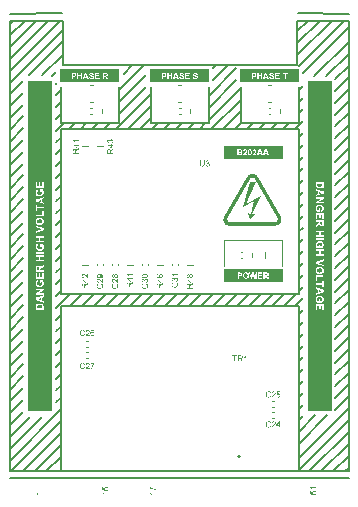
<source format=gto>
G04*
G04 #@! TF.GenerationSoftware,Altium Limited,Altium Designer,22.1.2 (22)*
G04*
G04 Layer_Color=65535*
%FSLAX25Y25*%
%MOIN*%
G70*
G04*
G04 #@! TF.SameCoordinates,DC6CBC75-D83B-4164-BAAA-666503FEC379*
G04*
G04*
G04 #@! TF.FilePolarity,Positive*
G04*
G01*
G75*
%ADD10C,0.00394*%
%ADD11C,0.00787*%
%ADD12C,0.00709*%
%ADD13C,0.00197*%
G36*
X54945Y137795D02*
X35260D01*
Y141984D01*
X54945D01*
Y137795D01*
D02*
G37*
G36*
X65748Y27886D02*
X57874D01*
Y138122D01*
X65748D01*
Y27886D01*
D02*
G37*
G36*
X49472Y71048D02*
X29787D01*
Y75236D01*
X49472D01*
Y71048D01*
D02*
G37*
G36*
X25000Y137795D02*
X5315D01*
Y141984D01*
X25000D01*
Y137795D01*
D02*
G37*
G36*
X-4945D02*
X-24630D01*
Y141984D01*
X-4945D01*
Y137795D01*
D02*
G37*
G36*
X-27559Y27886D02*
X-35433D01*
Y138122D01*
X-27559D01*
Y27886D01*
D02*
G37*
G36*
X49472Y112085D02*
X29787D01*
Y116261D01*
X49472D01*
Y112085D01*
D02*
G37*
G36*
X-7556Y118545D02*
X-7533Y118543D01*
X-7507Y118537D01*
X-7478Y118531D01*
X-7446Y118525D01*
X-7376Y118502D01*
X-7338Y118484D01*
X-7303Y118467D01*
X-7265Y118444D01*
X-7227Y118417D01*
X-7190Y118388D01*
X-7155Y118353D01*
X-7152Y118350D01*
X-7146Y118345D01*
X-7137Y118333D01*
X-7125Y118318D01*
X-7111Y118301D01*
X-7096Y118278D01*
X-7079Y118252D01*
X-7064Y118219D01*
X-7047Y118187D01*
X-7029Y118150D01*
X-7015Y118112D01*
X-7000Y118068D01*
X-6989Y118022D01*
X-6980Y117972D01*
X-6974Y117923D01*
X-6971Y117867D01*
Y117841D01*
X-6974Y117824D01*
X-6977Y117800D01*
X-6980Y117774D01*
X-6986Y117745D01*
X-6992Y117713D01*
X-7009Y117643D01*
X-7038Y117570D01*
X-7056Y117533D01*
X-7076Y117498D01*
X-7102Y117463D01*
X-7129Y117428D01*
X-7131Y117425D01*
X-7137Y117419D01*
X-7146Y117411D01*
X-7158Y117402D01*
X-7172Y117387D01*
X-7192Y117373D01*
X-7213Y117355D01*
X-7239Y117338D01*
X-7268Y117320D01*
X-7297Y117303D01*
X-7367Y117271D01*
X-7449Y117245D01*
X-7492Y117236D01*
X-7539Y117230D01*
X-7571Y117477D01*
X-7568D01*
X-7562Y117480D01*
X-7550Y117483D01*
X-7536Y117486D01*
X-7518Y117489D01*
X-7498Y117495D01*
X-7454Y117509D01*
X-7402Y117530D01*
X-7352Y117556D01*
X-7306Y117585D01*
X-7265Y117620D01*
X-7262Y117626D01*
X-7251Y117638D01*
X-7236Y117661D01*
X-7222Y117690D01*
X-7204Y117725D01*
X-7190Y117768D01*
X-7178Y117818D01*
X-7175Y117870D01*
Y117888D01*
X-7178Y117899D01*
X-7181Y117931D01*
X-7190Y117972D01*
X-7204Y118019D01*
X-7225Y118068D01*
X-7254Y118118D01*
X-7294Y118164D01*
X-7300Y118170D01*
X-7318Y118184D01*
X-7344Y118202D01*
X-7379Y118225D01*
X-7422Y118249D01*
X-7472Y118266D01*
X-7530Y118281D01*
X-7594Y118286D01*
X-7597D01*
X-7603D01*
X-7611D01*
X-7623Y118283D01*
X-7655Y118281D01*
X-7693Y118272D01*
X-7740Y118260D01*
X-7786Y118240D01*
X-7833Y118211D01*
X-7876Y118173D01*
X-7882Y118167D01*
X-7894Y118152D01*
X-7911Y118129D01*
X-7932Y118097D01*
X-7952Y118056D01*
X-7970Y118007D01*
X-7981Y117952D01*
X-7987Y117891D01*
Y117865D01*
X-7984Y117844D01*
X-7981Y117818D01*
X-7975Y117789D01*
X-7970Y117754D01*
X-7961Y117716D01*
X-8179Y117745D01*
Y117760D01*
X-8176Y117771D01*
Y117809D01*
X-8182Y117841D01*
X-8188Y117879D01*
X-8196Y117923D01*
X-8211Y117972D01*
X-8231Y118019D01*
X-8258Y118068D01*
Y118071D01*
X-8260Y118074D01*
X-8272Y118088D01*
X-8292Y118109D01*
X-8319Y118132D01*
X-8356Y118155D01*
X-8400Y118176D01*
X-8450Y118190D01*
X-8479Y118196D01*
X-8511D01*
X-8514D01*
X-8517D01*
X-8534D01*
X-8557Y118190D01*
X-8589Y118184D01*
X-8624Y118173D01*
X-8662Y118158D01*
X-8700Y118135D01*
X-8735Y118103D01*
X-8738Y118100D01*
X-8749Y118086D01*
X-8764Y118065D01*
X-8781Y118039D01*
X-8796Y118004D01*
X-8810Y117963D01*
X-8822Y117917D01*
X-8825Y117865D01*
Y117841D01*
X-8819Y117815D01*
X-8813Y117780D01*
X-8802Y117742D01*
X-8787Y117704D01*
X-8764Y117664D01*
X-8735Y117626D01*
X-8732Y117623D01*
X-8717Y117611D01*
X-8697Y117594D01*
X-8668Y117573D01*
X-8630Y117553D01*
X-8584Y117533D01*
X-8528Y117515D01*
X-8464Y117504D01*
X-8508Y117256D01*
X-8511D01*
X-8519Y117259D01*
X-8531Y117262D01*
X-8548Y117265D01*
X-8569Y117271D01*
X-8592Y117280D01*
X-8647Y117297D01*
X-8711Y117326D01*
X-8776Y117361D01*
X-8837Y117405D01*
X-8892Y117460D01*
X-8895Y117463D01*
X-8898Y117469D01*
X-8904Y117477D01*
X-8912Y117489D01*
X-8924Y117504D01*
X-8936Y117524D01*
X-8947Y117544D01*
X-8962Y117570D01*
X-8985Y117629D01*
X-9008Y117696D01*
X-9023Y117774D01*
X-9029Y117815D01*
Y117888D01*
X-9026Y117920D01*
X-9020Y117958D01*
X-9011Y118004D01*
X-8997Y118056D01*
X-8979Y118109D01*
X-8956Y118161D01*
Y118164D01*
X-8953Y118167D01*
X-8944Y118184D01*
X-8927Y118211D01*
X-8907Y118240D01*
X-8877Y118275D01*
X-8845Y118310D01*
X-8807Y118345D01*
X-8764Y118374D01*
X-8758Y118377D01*
X-8743Y118385D01*
X-8717Y118397D01*
X-8685Y118412D01*
X-8647Y118426D01*
X-8604Y118438D01*
X-8554Y118447D01*
X-8505Y118449D01*
X-8499D01*
X-8482D01*
X-8458Y118447D01*
X-8426Y118441D01*
X-8388Y118432D01*
X-8348Y118417D01*
X-8307Y118400D01*
X-8266Y118377D01*
X-8260Y118374D01*
X-8249Y118365D01*
X-8228Y118348D01*
X-8205Y118324D01*
X-8179Y118295D01*
X-8150Y118260D01*
X-8124Y118219D01*
X-8098Y118170D01*
Y118173D01*
X-8095Y118179D01*
X-8092Y118187D01*
X-8089Y118199D01*
X-8077Y118231D01*
X-8060Y118272D01*
X-8036Y118318D01*
X-8007Y118365D01*
X-7970Y118409D01*
X-7926Y118449D01*
X-7920Y118452D01*
X-7903Y118464D01*
X-7873Y118481D01*
X-7836Y118499D01*
X-7789Y118516D01*
X-7734Y118534D01*
X-7670Y118545D01*
X-7600Y118548D01*
X-7597D01*
X-7588D01*
X-7574D01*
X-7556Y118545D01*
D02*
G37*
G36*
X-7489Y116700D02*
X-7006D01*
Y116453D01*
X-7489D01*
Y115577D01*
X-7716D01*
X-9020Y116500D01*
Y116700D01*
X-7716D01*
Y116974D01*
X-7489D01*
Y116700D01*
D02*
G37*
G36*
X-7006Y115173D02*
X-7425Y114908D01*
X-7428D01*
X-7434Y114902D01*
X-7443Y114896D01*
X-7454Y114887D01*
X-7486Y114867D01*
X-7527Y114841D01*
X-7571Y114809D01*
X-7617Y114777D01*
X-7661Y114745D01*
X-7702Y114716D01*
X-7705Y114713D01*
X-7716Y114704D01*
X-7734Y114690D01*
X-7754Y114669D01*
X-7798Y114626D01*
X-7818Y114602D01*
X-7836Y114579D01*
X-7839Y114576D01*
X-7841Y114570D01*
X-7847Y114559D01*
X-7856Y114541D01*
X-7865Y114524D01*
X-7873Y114503D01*
X-7888Y114457D01*
Y114454D01*
X-7891Y114448D01*
Y114436D01*
X-7894Y114422D01*
X-7897Y114401D01*
Y114378D01*
X-7900Y114346D01*
Y114003D01*
X-7006D01*
Y113735D01*
X-9020D01*
Y114669D01*
X-9017Y114693D01*
Y114719D01*
X-9014Y114780D01*
X-9005Y114844D01*
X-8997Y114914D01*
X-8982Y114978D01*
X-8973Y115010D01*
X-8965Y115036D01*
Y115039D01*
X-8962Y115042D01*
X-8953Y115059D01*
X-8941Y115085D01*
X-8921Y115117D01*
X-8895Y115152D01*
X-8860Y115190D01*
X-8819Y115225D01*
X-8773Y115260D01*
X-8770D01*
X-8767Y115263D01*
X-8749Y115275D01*
X-8720Y115286D01*
X-8682Y115304D01*
X-8639Y115318D01*
X-8586Y115333D01*
X-8531Y115341D01*
X-8470Y115344D01*
X-8467D01*
X-8461D01*
X-8450D01*
X-8435Y115341D01*
X-8415D01*
X-8394Y115339D01*
X-8345Y115327D01*
X-8287Y115310D01*
X-8225Y115286D01*
X-8164Y115251D01*
X-8135Y115228D01*
X-8106Y115205D01*
X-8103Y115202D01*
X-8100Y115199D01*
X-8092Y115190D01*
X-8083Y115179D01*
X-8071Y115164D01*
X-8060Y115147D01*
X-8045Y115123D01*
X-8028Y115100D01*
X-8013Y115071D01*
X-7999Y115039D01*
X-7981Y115004D01*
X-7966Y114966D01*
X-7955Y114922D01*
X-7940Y114879D01*
X-7932Y114829D01*
X-7923Y114777D01*
X-7920Y114783D01*
X-7914Y114794D01*
X-7903Y114812D01*
X-7891Y114835D01*
X-7859Y114887D01*
X-7839Y114914D01*
X-7821Y114937D01*
X-7815Y114943D01*
X-7801Y114957D01*
X-7777Y114981D01*
X-7748Y115010D01*
X-7708Y115042D01*
X-7664Y115080D01*
X-7611Y115117D01*
X-7553Y115158D01*
X-7006Y115504D01*
Y115173D01*
D02*
G37*
G36*
X-18976Y118270D02*
X-18493D01*
Y118023D01*
X-18976D01*
Y117147D01*
X-19203D01*
X-20507Y118070D01*
Y118270D01*
X-19203D01*
Y118544D01*
X-18976D01*
Y118270D01*
D02*
G37*
G36*
Y116705D02*
X-18493D01*
Y116457D01*
X-18976D01*
Y115582D01*
X-19203D01*
X-20507Y116504D01*
Y116705D01*
X-19203D01*
Y116978D01*
X-18976D01*
Y116705D01*
D02*
G37*
G36*
X-18493Y115177D02*
X-18912Y114912D01*
X-18915D01*
X-18921Y114906D01*
X-18930Y114901D01*
X-18941Y114892D01*
X-18973Y114872D01*
X-19014Y114845D01*
X-19058Y114813D01*
X-19104Y114781D01*
X-19148Y114749D01*
X-19189Y114720D01*
X-19192Y114717D01*
X-19203Y114709D01*
X-19221Y114694D01*
X-19241Y114674D01*
X-19285Y114630D01*
X-19305Y114607D01*
X-19322Y114583D01*
X-19325Y114581D01*
X-19328Y114575D01*
X-19334Y114563D01*
X-19343Y114546D01*
X-19352Y114528D01*
X-19360Y114508D01*
X-19375Y114461D01*
Y114458D01*
X-19378Y114453D01*
Y114441D01*
X-19381Y114426D01*
X-19384Y114406D01*
Y114383D01*
X-19387Y114351D01*
Y114007D01*
X-18493D01*
Y113740D01*
X-20507D01*
Y114674D01*
X-20504Y114697D01*
Y114723D01*
X-20501Y114784D01*
X-20492Y114848D01*
X-20484Y114918D01*
X-20469Y114982D01*
X-20460Y115014D01*
X-20452Y115040D01*
Y115043D01*
X-20449Y115046D01*
X-20440Y115064D01*
X-20428Y115090D01*
X-20408Y115122D01*
X-20382Y115157D01*
X-20347Y115194D01*
X-20306Y115229D01*
X-20259Y115264D01*
X-20257D01*
X-20254Y115267D01*
X-20236Y115279D01*
X-20207Y115291D01*
X-20169Y115308D01*
X-20126Y115323D01*
X-20073Y115337D01*
X-20018Y115346D01*
X-19957Y115349D01*
X-19954D01*
X-19948D01*
X-19937D01*
X-19922Y115346D01*
X-19902D01*
X-19881Y115343D01*
X-19832Y115331D01*
X-19773Y115314D01*
X-19712Y115291D01*
X-19651Y115256D01*
X-19622Y115232D01*
X-19593Y115209D01*
X-19590Y115206D01*
X-19587Y115203D01*
X-19579Y115194D01*
X-19570Y115183D01*
X-19558Y115168D01*
X-19547Y115151D01*
X-19532Y115128D01*
X-19514Y115104D01*
X-19500Y115075D01*
X-19486Y115043D01*
X-19468Y115008D01*
X-19453Y114971D01*
X-19442Y114927D01*
X-19427Y114883D01*
X-19419Y114834D01*
X-19410Y114781D01*
X-19407Y114787D01*
X-19401Y114799D01*
X-19389Y114816D01*
X-19378Y114839D01*
X-19346Y114892D01*
X-19325Y114918D01*
X-19308Y114941D01*
X-19302Y114947D01*
X-19288Y114962D01*
X-19264Y114985D01*
X-19235Y115014D01*
X-19195Y115046D01*
X-19151Y115084D01*
X-19098Y115122D01*
X-19040Y115163D01*
X-18493Y115509D01*
Y115177D01*
D02*
G37*
G36*
X24495Y111526D02*
X24533Y111520D01*
X24580Y111511D01*
X24632Y111497D01*
X24684Y111479D01*
X24737Y111456D01*
X24740D01*
X24743Y111453D01*
X24760Y111444D01*
X24786Y111427D01*
X24815Y111407D01*
X24850Y111377D01*
X24885Y111345D01*
X24920Y111308D01*
X24949Y111264D01*
X24952Y111258D01*
X24961Y111243D01*
X24972Y111217D01*
X24987Y111185D01*
X25002Y111147D01*
X25013Y111104D01*
X25022Y111054D01*
X25025Y111005D01*
Y110999D01*
Y110982D01*
X25022Y110958D01*
X25016Y110926D01*
X25007Y110889D01*
X24993Y110848D01*
X24975Y110807D01*
X24952Y110766D01*
X24949Y110760D01*
X24940Y110749D01*
X24923Y110728D01*
X24900Y110705D01*
X24871Y110679D01*
X24836Y110650D01*
X24795Y110624D01*
X24746Y110598D01*
X24748D01*
X24754Y110595D01*
X24763Y110592D01*
X24775Y110589D01*
X24807Y110577D01*
X24847Y110560D01*
X24894Y110536D01*
X24940Y110507D01*
X24984Y110469D01*
X25025Y110426D01*
X25028Y110420D01*
X25039Y110403D01*
X25057Y110373D01*
X25074Y110336D01*
X25092Y110289D01*
X25109Y110234D01*
X25121Y110170D01*
X25124Y110100D01*
Y110097D01*
Y110088D01*
Y110074D01*
X25121Y110056D01*
X25118Y110033D01*
X25112Y110007D01*
X25106Y109978D01*
X25100Y109946D01*
X25077Y109876D01*
X25060Y109838D01*
X25042Y109803D01*
X25019Y109765D01*
X24993Y109727D01*
X24964Y109690D01*
X24929Y109655D01*
X24926Y109652D01*
X24920Y109646D01*
X24908Y109637D01*
X24894Y109625D01*
X24876Y109611D01*
X24853Y109597D01*
X24827Y109579D01*
X24795Y109564D01*
X24763Y109547D01*
X24725Y109529D01*
X24687Y109515D01*
X24644Y109500D01*
X24597Y109489D01*
X24548Y109480D01*
X24498Y109474D01*
X24443Y109471D01*
X24417D01*
X24399Y109474D01*
X24376Y109477D01*
X24350Y109480D01*
X24321Y109486D01*
X24289Y109492D01*
X24219Y109509D01*
X24146Y109538D01*
X24108Y109556D01*
X24073Y109576D01*
X24038Y109602D01*
X24003Y109628D01*
X24001Y109631D01*
X23995Y109637D01*
X23986Y109646D01*
X23977Y109658D01*
X23963Y109672D01*
X23948Y109693D01*
X23931Y109713D01*
X23913Y109739D01*
X23896Y109768D01*
X23878Y109797D01*
X23846Y109867D01*
X23820Y109949D01*
X23811Y109992D01*
X23806Y110039D01*
X24053Y110071D01*
Y110068D01*
X24056Y110062D01*
X24059Y110050D01*
X24062Y110036D01*
X24065Y110018D01*
X24070Y109998D01*
X24085Y109954D01*
X24105Y109902D01*
X24132Y109853D01*
X24161Y109806D01*
X24195Y109765D01*
X24201Y109762D01*
X24213Y109751D01*
X24236Y109736D01*
X24265Y109722D01*
X24300Y109704D01*
X24344Y109690D01*
X24393Y109678D01*
X24446Y109675D01*
X24463D01*
X24475Y109678D01*
X24507Y109681D01*
X24548Y109690D01*
X24594Y109704D01*
X24644Y109724D01*
X24693Y109754D01*
X24740Y109794D01*
X24746Y109800D01*
X24760Y109818D01*
X24778Y109844D01*
X24801Y109879D01*
X24824Y109922D01*
X24841Y109972D01*
X24856Y110030D01*
X24862Y110094D01*
Y110097D01*
Y110103D01*
Y110111D01*
X24859Y110123D01*
X24856Y110155D01*
X24847Y110193D01*
X24836Y110240D01*
X24815Y110286D01*
X24786Y110333D01*
X24748Y110376D01*
X24743Y110382D01*
X24728Y110394D01*
X24705Y110411D01*
X24673Y110432D01*
X24632Y110452D01*
X24582Y110469D01*
X24527Y110481D01*
X24466Y110487D01*
X24440D01*
X24420Y110484D01*
X24393Y110481D01*
X24364Y110475D01*
X24329Y110469D01*
X24292Y110461D01*
X24321Y110679D01*
X24335D01*
X24347Y110676D01*
X24385D01*
X24417Y110682D01*
X24454Y110688D01*
X24498Y110696D01*
X24548Y110711D01*
X24594Y110731D01*
X24644Y110758D01*
X24646D01*
X24649Y110760D01*
X24664Y110772D01*
X24684Y110793D01*
X24708Y110819D01*
X24731Y110856D01*
X24751Y110900D01*
X24766Y110950D01*
X24772Y110979D01*
Y111011D01*
Y111014D01*
Y111016D01*
Y111034D01*
X24766Y111057D01*
X24760Y111089D01*
X24748Y111124D01*
X24734Y111162D01*
X24711Y111200D01*
X24679Y111235D01*
X24676Y111238D01*
X24661Y111249D01*
X24641Y111264D01*
X24614Y111281D01*
X24580Y111296D01*
X24539Y111310D01*
X24492Y111322D01*
X24440Y111325D01*
X24417D01*
X24390Y111319D01*
X24355Y111313D01*
X24318Y111302D01*
X24280Y111287D01*
X24239Y111264D01*
X24201Y111235D01*
X24198Y111232D01*
X24187Y111217D01*
X24169Y111197D01*
X24149Y111168D01*
X24129Y111130D01*
X24108Y111083D01*
X24091Y111028D01*
X24079Y110964D01*
X23832Y111008D01*
Y111011D01*
X23835Y111019D01*
X23838Y111031D01*
X23841Y111048D01*
X23846Y111069D01*
X23855Y111092D01*
X23873Y111147D01*
X23902Y111212D01*
X23936Y111275D01*
X23980Y111337D01*
X24035Y111392D01*
X24038Y111395D01*
X24044Y111398D01*
X24053Y111404D01*
X24065Y111412D01*
X24079Y111424D01*
X24100Y111436D01*
X24120Y111447D01*
X24146Y111462D01*
X24204Y111485D01*
X24271Y111508D01*
X24350Y111523D01*
X24390Y111529D01*
X24463D01*
X24495Y111526D01*
D02*
G37*
G36*
X23459Y110356D02*
Y110353D01*
Y110341D01*
Y110327D01*
Y110307D01*
X23456Y110280D01*
Y110251D01*
X23453Y110216D01*
X23450Y110181D01*
X23442Y110103D01*
X23430Y110021D01*
X23413Y109943D01*
X23401Y109905D01*
X23389Y109870D01*
Y109867D01*
X23386Y109861D01*
X23381Y109853D01*
X23375Y109841D01*
X23357Y109809D01*
X23331Y109768D01*
X23296Y109722D01*
X23256Y109675D01*
X23203Y109625D01*
X23139Y109582D01*
X23136D01*
X23130Y109576D01*
X23122Y109573D01*
X23107Y109564D01*
X23090Y109556D01*
X23066Y109547D01*
X23043Y109538D01*
X23014Y109527D01*
X22982Y109515D01*
X22947Y109506D01*
X22909Y109497D01*
X22866Y109489D01*
X22822Y109483D01*
X22775Y109477D01*
X22671Y109471D01*
X22645D01*
X22624Y109474D01*
X22601D01*
X22572Y109477D01*
X22540Y109480D01*
X22508Y109483D01*
X22435Y109495D01*
X22356Y109512D01*
X22281Y109535D01*
X22208Y109567D01*
X22205D01*
X22199Y109573D01*
X22190Y109579D01*
X22179Y109585D01*
X22147Y109608D01*
X22109Y109640D01*
X22065Y109681D01*
X22025Y109727D01*
X21984Y109786D01*
X21952Y109850D01*
Y109853D01*
X21949Y109858D01*
X21946Y109870D01*
X21940Y109885D01*
X21934Y109902D01*
X21929Y109925D01*
X21920Y109951D01*
X21914Y109984D01*
X21908Y110018D01*
X21900Y110056D01*
X21894Y110097D01*
X21888Y110141D01*
X21882Y110190D01*
X21879Y110242D01*
X21876Y110298D01*
Y110356D01*
Y111520D01*
X22144D01*
Y110356D01*
Y110353D01*
Y110344D01*
Y110330D01*
Y110312D01*
X22147Y110292D01*
Y110266D01*
X22150Y110211D01*
X22156Y110146D01*
X22164Y110082D01*
X22176Y110021D01*
X22182Y109995D01*
X22190Y109969D01*
X22193Y109963D01*
X22199Y109949D01*
X22214Y109928D01*
X22231Y109899D01*
X22252Y109870D01*
X22281Y109838D01*
X22316Y109806D01*
X22356Y109780D01*
X22362Y109777D01*
X22377Y109768D01*
X22403Y109759D01*
X22438Y109748D01*
X22479Y109733D01*
X22531Y109724D01*
X22586Y109716D01*
X22647Y109713D01*
X22677D01*
X22694Y109716D01*
X22720D01*
X22746Y109719D01*
X22810Y109730D01*
X22880Y109745D01*
X22947Y109768D01*
X23011Y109800D01*
X23040Y109820D01*
X23066Y109844D01*
X23069Y109847D01*
X23072Y109850D01*
X23078Y109858D01*
X23087Y109870D01*
X23096Y109887D01*
X23107Y109905D01*
X23119Y109931D01*
X23130Y109957D01*
X23142Y109989D01*
X23151Y110027D01*
X23162Y110071D01*
X23171Y110117D01*
X23180Y110170D01*
X23186Y110225D01*
X23191Y110289D01*
Y110356D01*
Y111520D01*
X23459D01*
Y110356D01*
D02*
G37*
G36*
X18964Y73619D02*
X18984Y73616D01*
X19011Y73613D01*
X19040Y73607D01*
X19072Y73599D01*
X19139Y73578D01*
X19176Y73564D01*
X19211Y73544D01*
X19249Y73523D01*
X19284Y73500D01*
X19319Y73471D01*
X19354Y73439D01*
X19357Y73436D01*
X19363Y73430D01*
X19372Y73421D01*
X19380Y73407D01*
X19395Y73386D01*
X19409Y73366D01*
X19424Y73340D01*
X19441Y73311D01*
X19459Y73279D01*
X19473Y73241D01*
X19488Y73200D01*
X19502Y73159D01*
X19511Y73113D01*
X19520Y73063D01*
X19526Y73014D01*
X19529Y72959D01*
Y72930D01*
X19526Y72909D01*
X19523Y72883D01*
X19520Y72854D01*
X19514Y72822D01*
X19505Y72787D01*
X19485Y72708D01*
X19470Y72668D01*
X19456Y72630D01*
X19435Y72589D01*
X19412Y72548D01*
X19386Y72510D01*
X19354Y72475D01*
X19351Y72473D01*
X19345Y72467D01*
X19337Y72458D01*
X19322Y72446D01*
X19305Y72435D01*
X19284Y72417D01*
X19261Y72403D01*
X19232Y72385D01*
X19203Y72368D01*
X19168Y72353D01*
X19095Y72324D01*
X19051Y72312D01*
X19008Y72304D01*
X18961Y72298D01*
X18915Y72295D01*
X18912D01*
X18906D01*
X18894D01*
X18883Y72298D01*
X18865D01*
X18845Y72301D01*
X18798Y72307D01*
X18746Y72318D01*
X18693Y72336D01*
X18638Y72362D01*
X18586Y72394D01*
X18583D01*
X18580Y72400D01*
X18565Y72412D01*
X18542Y72435D01*
X18513Y72467D01*
X18484Y72508D01*
X18452Y72557D01*
X18426Y72612D01*
X18405Y72679D01*
Y72676D01*
X18402Y72673D01*
X18399Y72665D01*
X18394Y72653D01*
X18382Y72627D01*
X18365Y72592D01*
X18341Y72554D01*
X18312Y72516D01*
X18280Y72481D01*
X18245Y72449D01*
X18239Y72446D01*
X18228Y72438D01*
X18205Y72426D01*
X18176Y72414D01*
X18138Y72400D01*
X18094Y72388D01*
X18045Y72379D01*
X17992Y72377D01*
X17989D01*
X17983D01*
X17972D01*
X17954Y72379D01*
X17937Y72382D01*
X17914Y72385D01*
X17864Y72397D01*
X17806Y72414D01*
X17745Y72443D01*
X17713Y72461D01*
X17681Y72481D01*
X17652Y72508D01*
X17623Y72534D01*
X17620Y72537D01*
X17617Y72542D01*
X17608Y72551D01*
X17599Y72563D01*
X17588Y72577D01*
X17576Y72598D01*
X17561Y72621D01*
X17547Y72644D01*
X17532Y72673D01*
X17518Y72705D01*
X17506Y72740D01*
X17494Y72778D01*
X17477Y72860D01*
X17474Y72906D01*
X17471Y72953D01*
Y72979D01*
X17474Y72996D01*
X17477Y73020D01*
X17480Y73046D01*
X17483Y73075D01*
X17492Y73104D01*
X17509Y73174D01*
X17535Y73244D01*
X17553Y73279D01*
X17573Y73314D01*
X17599Y73346D01*
X17626Y73378D01*
X17628Y73381D01*
X17631Y73383D01*
X17640Y73392D01*
X17652Y73404D01*
X17669Y73415D01*
X17687Y73430D01*
X17730Y73459D01*
X17785Y73488D01*
X17850Y73514D01*
X17922Y73535D01*
X17960Y73538D01*
X18001Y73541D01*
X18004D01*
X18007D01*
X18024D01*
X18050Y73538D01*
X18082Y73532D01*
X18123Y73523D01*
X18164Y73509D01*
X18205Y73491D01*
X18245Y73465D01*
X18251Y73462D01*
X18263Y73450D01*
X18280Y73433D01*
X18304Y73410D01*
X18330Y73378D01*
X18356Y73340D01*
X18382Y73296D01*
X18405Y73244D01*
Y73247D01*
X18408Y73252D01*
X18411Y73261D01*
X18417Y73273D01*
X18431Y73308D01*
X18452Y73348D01*
X18481Y73392D01*
X18513Y73439D01*
X18554Y73482D01*
X18600Y73523D01*
X18603D01*
X18606Y73526D01*
X18624Y73538D01*
X18653Y73555D01*
X18690Y73573D01*
X18737Y73590D01*
X18792Y73607D01*
X18854Y73619D01*
X18920Y73622D01*
X18923D01*
X18932D01*
X18947D01*
X18964Y73619D01*
D02*
G37*
G36*
X19011Y71771D02*
X19494D01*
Y71524D01*
X19011D01*
Y70648D01*
X18784D01*
X17480Y71570D01*
Y71771D01*
X18784D01*
Y72045D01*
X19011D01*
Y71771D01*
D02*
G37*
G36*
X19494Y70244D02*
X19075Y69979D01*
X19072D01*
X19066Y69973D01*
X19057Y69967D01*
X19046Y69958D01*
X19014Y69938D01*
X18973Y69912D01*
X18929Y69880D01*
X18883Y69848D01*
X18839Y69816D01*
X18798Y69787D01*
X18795Y69784D01*
X18784Y69775D01*
X18766Y69761D01*
X18746Y69740D01*
X18702Y69696D01*
X18682Y69673D01*
X18664Y69650D01*
X18661Y69647D01*
X18658Y69641D01*
X18653Y69630D01*
X18644Y69612D01*
X18635Y69595D01*
X18627Y69574D01*
X18612Y69528D01*
Y69525D01*
X18609Y69519D01*
Y69507D01*
X18606Y69493D01*
X18603Y69472D01*
Y69449D01*
X18600Y69417D01*
Y69074D01*
X19494D01*
Y68806D01*
X17480D01*
Y69740D01*
X17483Y69763D01*
Y69790D01*
X17486Y69851D01*
X17494Y69915D01*
X17503Y69985D01*
X17518Y70049D01*
X17526Y70081D01*
X17535Y70107D01*
Y70110D01*
X17538Y70113D01*
X17547Y70130D01*
X17559Y70156D01*
X17579Y70188D01*
X17605Y70223D01*
X17640Y70261D01*
X17681Y70296D01*
X17727Y70331D01*
X17730D01*
X17733Y70334D01*
X17751Y70345D01*
X17780Y70357D01*
X17818Y70375D01*
X17861Y70389D01*
X17914Y70404D01*
X17969Y70412D01*
X18030Y70415D01*
X18033D01*
X18039D01*
X18050D01*
X18065Y70412D01*
X18085D01*
X18106Y70409D01*
X18155Y70398D01*
X18213Y70380D01*
X18274Y70357D01*
X18336Y70322D01*
X18365Y70299D01*
X18394Y70275D01*
X18397Y70273D01*
X18399Y70270D01*
X18408Y70261D01*
X18417Y70249D01*
X18429Y70235D01*
X18440Y70217D01*
X18455Y70194D01*
X18472Y70171D01*
X18487Y70142D01*
X18501Y70110D01*
X18519Y70075D01*
X18533Y70037D01*
X18545Y69993D01*
X18560Y69950D01*
X18568Y69900D01*
X18577Y69848D01*
X18580Y69854D01*
X18586Y69865D01*
X18597Y69883D01*
X18609Y69906D01*
X18641Y69958D01*
X18661Y69985D01*
X18679Y70008D01*
X18685Y70014D01*
X18699Y70028D01*
X18723Y70051D01*
X18752Y70081D01*
X18792Y70113D01*
X18836Y70150D01*
X18888Y70188D01*
X18947Y70229D01*
X19494Y70575D01*
Y70244D01*
D02*
G37*
G36*
X14506Y73375D02*
X12932D01*
X12935Y73372D01*
X12946Y73357D01*
X12964Y73340D01*
X12984Y73311D01*
X13010Y73279D01*
X13039Y73238D01*
X13071Y73191D01*
X13104Y73139D01*
Y73136D01*
X13106Y73133D01*
X13118Y73116D01*
X13133Y73087D01*
X13150Y73052D01*
X13171Y73011D01*
X13191Y72967D01*
X13211Y72924D01*
X13229Y72880D01*
X12990D01*
Y72883D01*
X12984Y72889D01*
X12981Y72900D01*
X12973Y72915D01*
X12964Y72932D01*
X12952Y72953D01*
X12923Y73002D01*
X12891Y73060D01*
X12850Y73119D01*
X12804Y73180D01*
X12754Y73241D01*
X12751Y73244D01*
X12749Y73247D01*
X12740Y73255D01*
X12731Y73267D01*
X12702Y73293D01*
X12667Y73328D01*
X12626Y73363D01*
X12580Y73401D01*
X12533Y73433D01*
X12484Y73462D01*
Y73622D01*
X14506D01*
Y73375D01*
D02*
G37*
G36*
X13956Y72443D02*
X13980Y72441D01*
X14006Y72435D01*
X14035Y72429D01*
X14067Y72423D01*
X14137Y72400D01*
X14174Y72382D01*
X14209Y72365D01*
X14247Y72342D01*
X14285Y72316D01*
X14323Y72286D01*
X14358Y72251D01*
X14361Y72249D01*
X14367Y72243D01*
X14375Y72231D01*
X14387Y72216D01*
X14401Y72199D01*
X14416Y72176D01*
X14433Y72150D01*
X14448Y72118D01*
X14465Y72086D01*
X14483Y72048D01*
X14497Y72010D01*
X14512Y71966D01*
X14524Y71920D01*
X14532Y71870D01*
X14538Y71821D01*
X14541Y71766D01*
Y71739D01*
X14538Y71722D01*
X14535Y71698D01*
X14532Y71672D01*
X14526Y71643D01*
X14521Y71611D01*
X14503Y71541D01*
X14474Y71469D01*
X14457Y71431D01*
X14436Y71396D01*
X14410Y71361D01*
X14384Y71326D01*
X14381Y71323D01*
X14375Y71317D01*
X14367Y71309D01*
X14355Y71300D01*
X14340Y71285D01*
X14320Y71271D01*
X14300Y71253D01*
X14273Y71236D01*
X14244Y71218D01*
X14215Y71201D01*
X14145Y71169D01*
X14064Y71143D01*
X14020Y71134D01*
X13974Y71128D01*
X13942Y71376D01*
X13945D01*
X13950Y71378D01*
X13962Y71381D01*
X13977Y71384D01*
X13994Y71387D01*
X14014Y71393D01*
X14058Y71408D01*
X14110Y71428D01*
X14160Y71454D01*
X14206Y71483D01*
X14247Y71518D01*
X14250Y71524D01*
X14262Y71536D01*
X14276Y71559D01*
X14291Y71588D01*
X14308Y71623D01*
X14323Y71667D01*
X14334Y71716D01*
X14337Y71768D01*
Y71786D01*
X14334Y71798D01*
X14332Y71829D01*
X14323Y71870D01*
X14308Y71917D01*
X14288Y71966D01*
X14259Y72016D01*
X14218Y72062D01*
X14212Y72068D01*
X14195Y72083D01*
X14169Y72100D01*
X14134Y72123D01*
X14090Y72147D01*
X14041Y72164D01*
X13982Y72179D01*
X13918Y72184D01*
X13915D01*
X13910D01*
X13901D01*
X13889Y72182D01*
X13857Y72179D01*
X13819Y72170D01*
X13773Y72158D01*
X13726Y72138D01*
X13680Y72109D01*
X13636Y72071D01*
X13630Y72065D01*
X13619Y72051D01*
X13601Y72027D01*
X13581Y71995D01*
X13560Y71955D01*
X13543Y71905D01*
X13531Y71850D01*
X13525Y71789D01*
Y71763D01*
X13528Y71742D01*
X13531Y71716D01*
X13537Y71687D01*
X13543Y71652D01*
X13552Y71614D01*
X13333Y71643D01*
Y71658D01*
X13336Y71669D01*
Y71707D01*
X13330Y71739D01*
X13325Y71777D01*
X13316Y71821D01*
X13301Y71870D01*
X13281Y71917D01*
X13255Y71966D01*
Y71969D01*
X13252Y71972D01*
X13240Y71987D01*
X13220Y72007D01*
X13194Y72030D01*
X13156Y72054D01*
X13112Y72074D01*
X13063Y72088D01*
X13034Y72094D01*
X13002D01*
X12999D01*
X12996D01*
X12978D01*
X12955Y72088D01*
X12923Y72083D01*
X12888Y72071D01*
X12850Y72057D01*
X12812Y72033D01*
X12778Y72001D01*
X12775Y71998D01*
X12763Y71984D01*
X12749Y71963D01*
X12731Y71937D01*
X12717Y71902D01*
X12702Y71861D01*
X12690Y71815D01*
X12687Y71763D01*
Y71739D01*
X12693Y71713D01*
X12699Y71678D01*
X12711Y71640D01*
X12725Y71602D01*
X12749Y71562D01*
X12778Y71524D01*
X12780Y71521D01*
X12795Y71509D01*
X12815Y71492D01*
X12845Y71472D01*
X12882Y71451D01*
X12929Y71431D01*
X12984Y71413D01*
X13048Y71402D01*
X13005Y71154D01*
X13002D01*
X12993Y71157D01*
X12981Y71160D01*
X12964Y71163D01*
X12944Y71169D01*
X12920Y71178D01*
X12865Y71195D01*
X12801Y71224D01*
X12737Y71259D01*
X12676Y71303D01*
X12620Y71358D01*
X12618Y71361D01*
X12615Y71367D01*
X12609Y71376D01*
X12600Y71387D01*
X12588Y71402D01*
X12577Y71422D01*
X12565Y71443D01*
X12551Y71469D01*
X12527Y71527D01*
X12504Y71594D01*
X12489Y71672D01*
X12484Y71713D01*
Y71786D01*
X12487Y71818D01*
X12492Y71856D01*
X12501Y71902D01*
X12516Y71955D01*
X12533Y72007D01*
X12557Y72059D01*
Y72062D01*
X12559Y72065D01*
X12568Y72083D01*
X12586Y72109D01*
X12606Y72138D01*
X12635Y72173D01*
X12667Y72208D01*
X12705Y72243D01*
X12749Y72272D01*
X12754Y72275D01*
X12769Y72284D01*
X12795Y72295D01*
X12827Y72310D01*
X12865Y72324D01*
X12909Y72336D01*
X12958Y72345D01*
X13007Y72347D01*
X13013D01*
X13031D01*
X13054Y72345D01*
X13086Y72339D01*
X13124Y72330D01*
X13165Y72316D01*
X13205Y72298D01*
X13246Y72275D01*
X13252Y72272D01*
X13264Y72263D01*
X13284Y72246D01*
X13307Y72222D01*
X13333Y72193D01*
X13363Y72158D01*
X13389Y72118D01*
X13415Y72068D01*
Y72071D01*
X13418Y72077D01*
X13421Y72086D01*
X13424Y72097D01*
X13435Y72129D01*
X13453Y72170D01*
X13476Y72216D01*
X13505Y72263D01*
X13543Y72307D01*
X13587Y72347D01*
X13592Y72350D01*
X13610Y72362D01*
X13639Y72379D01*
X13677Y72397D01*
X13723Y72414D01*
X13779Y72432D01*
X13843Y72443D01*
X13913Y72446D01*
X13915D01*
X13924D01*
X13939D01*
X13956Y72443D01*
D02*
G37*
G36*
X13883Y70895D02*
X13901Y70890D01*
X13924Y70881D01*
X13950Y70872D01*
X13982Y70860D01*
X14017Y70846D01*
X14055Y70828D01*
X14137Y70788D01*
X14218Y70735D01*
X14259Y70703D01*
X14300Y70671D01*
X14334Y70636D01*
X14369Y70596D01*
X14372Y70593D01*
X14378Y70587D01*
X14384Y70572D01*
X14396Y70558D01*
X14410Y70534D01*
X14425Y70511D01*
X14439Y70479D01*
X14454Y70447D01*
X14471Y70409D01*
X14486Y70369D01*
X14500Y70325D01*
X14515Y70279D01*
X14526Y70229D01*
X14532Y70177D01*
X14538Y70121D01*
X14541Y70063D01*
Y70031D01*
X14538Y70008D01*
Y69982D01*
X14535Y69950D01*
X14529Y69915D01*
X14524Y69874D01*
X14509Y69790D01*
X14486Y69702D01*
X14454Y69615D01*
X14433Y69574D01*
X14410Y69533D01*
X14407Y69531D01*
X14404Y69525D01*
X14396Y69513D01*
X14384Y69502D01*
X14372Y69484D01*
X14355Y69464D01*
X14334Y69440D01*
X14311Y69417D01*
X14285Y69394D01*
X14259Y69368D01*
X14192Y69315D01*
X14113Y69266D01*
X14026Y69222D01*
X14023D01*
X14014Y69216D01*
X14000Y69213D01*
X13982Y69205D01*
X13959Y69199D01*
X13930Y69190D01*
X13898Y69178D01*
X13863Y69170D01*
X13825Y69161D01*
X13782Y69149D01*
X13691Y69135D01*
X13589Y69123D01*
X13485Y69117D01*
X13482D01*
X13470D01*
X13453D01*
X13432Y69120D01*
X13403D01*
X13374Y69123D01*
X13336Y69126D01*
X13298Y69132D01*
X13214Y69147D01*
X13121Y69167D01*
X13028Y69196D01*
X12938Y69237D01*
X12935Y69240D01*
X12926Y69243D01*
X12914Y69248D01*
X12900Y69260D01*
X12879Y69272D01*
X12856Y69286D01*
X12804Y69324D01*
X12746Y69374D01*
X12687Y69432D01*
X12629Y69499D01*
X12580Y69577D01*
X12577Y69580D01*
X12574Y69589D01*
X12568Y69600D01*
X12559Y69615D01*
X12551Y69638D01*
X12542Y69661D01*
X12530Y69691D01*
X12519Y69723D01*
X12507Y69758D01*
X12495Y69795D01*
X12478Y69877D01*
X12463Y69970D01*
X12457Y70066D01*
Y70095D01*
X12460Y70116D01*
X12463Y70142D01*
X12466Y70174D01*
X12469Y70206D01*
X12478Y70244D01*
X12495Y70322D01*
X12522Y70409D01*
X12539Y70453D01*
X12559Y70494D01*
X12586Y70534D01*
X12612Y70575D01*
X12615Y70578D01*
X12618Y70584D01*
X12626Y70596D01*
X12641Y70610D01*
X12655Y70625D01*
X12676Y70645D01*
X12699Y70666D01*
X12722Y70689D01*
X12751Y70712D01*
X12786Y70735D01*
X12821Y70762D01*
X12859Y70785D01*
X12903Y70805D01*
X12946Y70828D01*
X12993Y70846D01*
X13045Y70863D01*
X13106Y70601D01*
X13104D01*
X13098Y70599D01*
X13086Y70593D01*
X13071Y70587D01*
X13054Y70581D01*
X13031Y70572D01*
X12984Y70549D01*
X12932Y70520D01*
X12879Y70485D01*
X12830Y70441D01*
X12786Y70395D01*
X12780Y70389D01*
X12769Y70372D01*
X12754Y70342D01*
X12734Y70305D01*
X12717Y70255D01*
X12699Y70200D01*
X12687Y70133D01*
X12685Y70060D01*
Y70037D01*
X12687Y70022D01*
Y70002D01*
X12690Y69979D01*
X12699Y69923D01*
X12711Y69862D01*
X12731Y69798D01*
X12760Y69731D01*
X12798Y69670D01*
Y69667D01*
X12804Y69664D01*
X12818Y69644D01*
X12842Y69618D01*
X12877Y69586D01*
X12920Y69548D01*
X12970Y69513D01*
X13031Y69481D01*
X13098Y69452D01*
X13101D01*
X13106Y69449D01*
X13115Y69446D01*
X13130Y69443D01*
X13147Y69437D01*
X13168Y69432D01*
X13217Y69423D01*
X13275Y69411D01*
X13339Y69400D01*
X13409Y69394D01*
X13485Y69391D01*
X13488D01*
X13496D01*
X13511D01*
X13528D01*
X13549Y69394D01*
X13575D01*
X13604Y69397D01*
X13636Y69400D01*
X13706Y69408D01*
X13782Y69423D01*
X13857Y69440D01*
X13933Y69464D01*
X13936D01*
X13942Y69467D01*
X13950Y69472D01*
X13965Y69478D01*
X14000Y69496D01*
X14041Y69522D01*
X14087Y69554D01*
X14137Y69595D01*
X14180Y69641D01*
X14221Y69696D01*
Y69699D01*
X14224Y69705D01*
X14230Y69714D01*
X14235Y69726D01*
X14241Y69740D01*
X14250Y69758D01*
X14267Y69798D01*
X14285Y69851D01*
X14300Y69909D01*
X14311Y69973D01*
X14314Y70040D01*
Y70060D01*
X14311Y70078D01*
Y70098D01*
X14308Y70118D01*
X14297Y70171D01*
X14282Y70232D01*
X14259Y70293D01*
X14227Y70357D01*
X14209Y70389D01*
X14186Y70418D01*
X14183Y70421D01*
X14180Y70424D01*
X14172Y70433D01*
X14163Y70444D01*
X14148Y70456D01*
X14131Y70470D01*
X14113Y70488D01*
X14090Y70503D01*
X14064Y70520D01*
X14035Y70540D01*
X14006Y70558D01*
X13971Y70575D01*
X13933Y70590D01*
X13892Y70604D01*
X13848Y70619D01*
X13802Y70631D01*
X13869Y70898D01*
X13872D01*
X13883Y70895D01*
D02*
G37*
G36*
X8890Y73619D02*
X8908D01*
X8954Y73610D01*
X9009Y73602D01*
X9068Y73587D01*
X9132Y73567D01*
X9193Y73538D01*
X9196D01*
X9199Y73535D01*
X9207Y73529D01*
X9219Y73523D01*
X9248Y73506D01*
X9286Y73479D01*
X9327Y73448D01*
X9367Y73410D01*
X9408Y73363D01*
X9443Y73314D01*
Y73311D01*
X9446Y73308D01*
X9452Y73299D01*
X9455Y73287D01*
X9469Y73258D01*
X9484Y73220D01*
X9501Y73171D01*
X9513Y73116D01*
X9525Y73055D01*
X9527Y72988D01*
Y72973D01*
X9525Y72959D01*
Y72935D01*
X9522Y72909D01*
X9516Y72880D01*
X9507Y72845D01*
X9498Y72810D01*
X9487Y72769D01*
X9472Y72729D01*
X9455Y72688D01*
X9431Y72644D01*
X9405Y72603D01*
X9376Y72563D01*
X9341Y72522D01*
X9300Y72484D01*
X9297Y72481D01*
X9289Y72475D01*
X9277Y72467D01*
X9257Y72455D01*
X9231Y72438D01*
X9201Y72423D01*
X9164Y72406D01*
X9123Y72388D01*
X9073Y72368D01*
X9018Y72350D01*
X8957Y72336D01*
X8890Y72321D01*
X8814Y72307D01*
X8733Y72298D01*
X8646Y72292D01*
X8552Y72289D01*
X8550D01*
X8547D01*
X8538D01*
X8526D01*
X8497Y72292D01*
X8456D01*
X8410Y72295D01*
X8355Y72301D01*
X8294Y72307D01*
X8227Y72316D01*
X8160Y72327D01*
X8087Y72342D01*
X8017Y72359D01*
X7947Y72379D01*
X7880Y72406D01*
X7816Y72435D01*
X7755Y72467D01*
X7703Y72505D01*
X7700Y72508D01*
X7694Y72513D01*
X7683Y72525D01*
X7665Y72540D01*
X7648Y72557D01*
X7630Y72580D01*
X7607Y72609D01*
X7586Y72638D01*
X7566Y72673D01*
X7543Y72711D01*
X7525Y72755D01*
X7505Y72799D01*
X7490Y72848D01*
X7479Y72900D01*
X7473Y72956D01*
X7470Y73014D01*
Y73037D01*
X7473Y73055D01*
Y73075D01*
X7476Y73098D01*
X7487Y73154D01*
X7502Y73215D01*
X7525Y73279D01*
X7560Y73343D01*
X7581Y73375D01*
X7604Y73404D01*
X7607Y73407D01*
X7610Y73410D01*
X7618Y73418D01*
X7627Y73427D01*
X7642Y73442D01*
X7659Y73453D01*
X7700Y73485D01*
X7752Y73517D01*
X7816Y73546D01*
X7889Y73573D01*
X7970Y73590D01*
X7991Y73343D01*
X7988D01*
X7985Y73340D01*
X7968Y73337D01*
X7941Y73328D01*
X7909Y73317D01*
X7875Y73305D01*
X7840Y73287D01*
X7808Y73267D01*
X7781Y73247D01*
X7776Y73241D01*
X7764Y73229D01*
X7746Y73209D01*
X7726Y73180D01*
X7709Y73142D01*
X7691Y73101D01*
X7679Y73052D01*
X7674Y72999D01*
Y72979D01*
X7677Y72956D01*
X7683Y72930D01*
X7691Y72895D01*
X7703Y72860D01*
X7717Y72825D01*
X7741Y72790D01*
X7744Y72784D01*
X7755Y72769D01*
X7776Y72749D01*
X7805Y72723D01*
X7840Y72694D01*
X7880Y72662D01*
X7933Y72633D01*
X7991Y72603D01*
X7994D01*
X8000Y72601D01*
X8008Y72598D01*
X8020Y72592D01*
X8038Y72589D01*
X8058Y72583D01*
X8081Y72577D01*
X8110Y72571D01*
X8142Y72563D01*
X8177Y72557D01*
X8215Y72551D01*
X8256Y72548D01*
X8302Y72542D01*
X8349Y72540D01*
X8401Y72537D01*
X8454D01*
X8451Y72540D01*
X8433Y72551D01*
X8410Y72571D01*
X8381Y72598D01*
X8346Y72627D01*
X8314Y72665D01*
X8282Y72705D01*
X8253Y72752D01*
Y72755D01*
X8250Y72758D01*
X8241Y72775D01*
X8232Y72801D01*
X8218Y72836D01*
X8206Y72877D01*
X8197Y72924D01*
X8189Y72973D01*
X8186Y73026D01*
Y73049D01*
X8189Y73066D01*
X8192Y73089D01*
X8195Y73113D01*
X8200Y73142D01*
X8209Y73171D01*
X8230Y73238D01*
X8244Y73273D01*
X8264Y73308D01*
X8285Y73343D01*
X8308Y73381D01*
X8337Y73415D01*
X8369Y73448D01*
X8372Y73450D01*
X8378Y73456D01*
X8387Y73465D01*
X8401Y73474D01*
X8422Y73488D01*
X8442Y73503D01*
X8468Y73517D01*
X8497Y73535D01*
X8529Y73552D01*
X8564Y73567D01*
X8605Y73581D01*
X8646Y73596D01*
X8689Y73605D01*
X8739Y73613D01*
X8788Y73619D01*
X8841Y73622D01*
X8844D01*
X8849D01*
X8858D01*
X8873D01*
X8890Y73619D01*
D02*
G37*
G36*
X9009Y71774D02*
X9493D01*
Y71527D01*
X9009D01*
Y70651D01*
X8782D01*
X7479Y71573D01*
Y71774D01*
X8782D01*
Y72048D01*
X9009D01*
Y71774D01*
D02*
G37*
G36*
X9493Y70246D02*
X9073Y69982D01*
X9070D01*
X9065Y69976D01*
X9056Y69970D01*
X9044Y69961D01*
X9012Y69941D01*
X8972Y69915D01*
X8928Y69883D01*
X8881Y69851D01*
X8838Y69819D01*
X8797Y69790D01*
X8794Y69787D01*
X8782Y69778D01*
X8765Y69763D01*
X8745Y69743D01*
X8701Y69699D01*
X8681Y69676D01*
X8663Y69653D01*
X8660Y69650D01*
X8657Y69644D01*
X8652Y69632D01*
X8643Y69615D01*
X8634Y69598D01*
X8625Y69577D01*
X8611Y69531D01*
Y69528D01*
X8608Y69522D01*
Y69510D01*
X8605Y69496D01*
X8602Y69475D01*
Y69452D01*
X8599Y69420D01*
Y69077D01*
X9493D01*
Y68809D01*
X7479D01*
Y69743D01*
X7482Y69766D01*
Y69792D01*
X7485Y69854D01*
X7493Y69918D01*
X7502Y69987D01*
X7517Y70051D01*
X7525Y70083D01*
X7534Y70110D01*
Y70113D01*
X7537Y70116D01*
X7546Y70133D01*
X7557Y70159D01*
X7578Y70191D01*
X7604Y70226D01*
X7639Y70264D01*
X7679Y70299D01*
X7726Y70334D01*
X7729D01*
X7732Y70337D01*
X7749Y70348D01*
X7779Y70360D01*
X7816Y70377D01*
X7860Y70392D01*
X7912Y70407D01*
X7968Y70415D01*
X8029Y70418D01*
X8032D01*
X8038D01*
X8049D01*
X8064Y70415D01*
X8084D01*
X8104Y70412D01*
X8154Y70401D01*
X8212Y70383D01*
X8273Y70360D01*
X8334Y70325D01*
X8363Y70302D01*
X8393Y70279D01*
X8395Y70275D01*
X8398Y70273D01*
X8407Y70264D01*
X8416Y70252D01*
X8427Y70238D01*
X8439Y70220D01*
X8454Y70197D01*
X8471Y70174D01*
X8486Y70145D01*
X8500Y70113D01*
X8518Y70078D01*
X8532Y70040D01*
X8544Y69996D01*
X8558Y69952D01*
X8567Y69903D01*
X8576Y69851D01*
X8579Y69857D01*
X8585Y69868D01*
X8596Y69886D01*
X8608Y69909D01*
X8640Y69961D01*
X8660Y69987D01*
X8678Y70011D01*
X8683Y70017D01*
X8698Y70031D01*
X8721Y70054D01*
X8750Y70083D01*
X8791Y70116D01*
X8835Y70153D01*
X8887Y70191D01*
X8945Y70232D01*
X9493Y70578D01*
Y70246D01*
D02*
G37*
G36*
X3603Y73619D02*
X3638D01*
X3676Y73616D01*
X3716Y73613D01*
X3810Y73605D01*
X3906Y73590D01*
X3999Y73573D01*
X4042Y73561D01*
X4086Y73546D01*
X4089D01*
X4095Y73544D01*
X4106Y73538D01*
X4121Y73532D01*
X4141Y73526D01*
X4162Y73514D01*
X4211Y73491D01*
X4263Y73462D01*
X4322Y73424D01*
X4374Y73381D01*
X4423Y73328D01*
Y73325D01*
X4429Y73322D01*
X4435Y73314D01*
X4441Y73302D01*
X4450Y73287D01*
X4461Y73273D01*
X4482Y73229D01*
X4502Y73177D01*
X4522Y73116D01*
X4534Y73043D01*
X4540Y72964D01*
Y72935D01*
X4537Y72915D01*
X4534Y72892D01*
X4528Y72862D01*
X4522Y72830D01*
X4514Y72796D01*
X4502Y72761D01*
X4490Y72723D01*
X4473Y72685D01*
X4453Y72647D01*
X4429Y72609D01*
X4400Y72572D01*
X4368Y72537D01*
X4333Y72505D01*
X4330Y72502D01*
X4322Y72496D01*
X4307Y72487D01*
X4284Y72473D01*
X4258Y72458D01*
X4223Y72443D01*
X4182Y72423D01*
X4135Y72406D01*
X4083Y72388D01*
X4022Y72371D01*
X3955Y72353D01*
X3879Y72339D01*
X3798Y72324D01*
X3711Y72316D01*
X3615Y72310D01*
X3513Y72307D01*
X3510D01*
X3498D01*
X3478D01*
X3454D01*
X3422Y72310D01*
X3387D01*
X3350Y72313D01*
X3306Y72316D01*
X3216Y72324D01*
X3120Y72339D01*
X3024Y72356D01*
X2980Y72368D01*
X2936Y72379D01*
X2933D01*
X2928Y72382D01*
X2916Y72388D01*
X2902Y72394D01*
X2881Y72400D01*
X2861Y72412D01*
X2811Y72435D01*
X2759Y72464D01*
X2704Y72502D01*
X2648Y72545D01*
X2602Y72598D01*
Y72601D01*
X2596Y72604D01*
X2590Y72612D01*
X2584Y72624D01*
X2573Y72638D01*
X2564Y72656D01*
X2541Y72700D01*
X2520Y72752D01*
X2500Y72813D01*
X2488Y72886D01*
X2482Y72964D01*
Y72991D01*
X2485Y73023D01*
X2491Y73060D01*
X2500Y73104D01*
X2512Y73151D01*
X2526Y73200D01*
X2549Y73247D01*
Y73250D01*
X2552Y73252D01*
X2561Y73267D01*
X2576Y73290D01*
X2596Y73319D01*
X2625Y73351D01*
X2657Y73386D01*
X2695Y73418D01*
X2739Y73450D01*
X2744Y73453D01*
X2759Y73465D01*
X2785Y73477D01*
X2823Y73497D01*
X2867Y73514D01*
X2916Y73538D01*
X2974Y73558D01*
X3038Y73576D01*
X3041D01*
X3047Y73578D01*
X3056Y73581D01*
X3070Y73584D01*
X3088Y73587D01*
X3108Y73590D01*
X3134Y73596D01*
X3163Y73599D01*
X3195Y73605D01*
X3230Y73607D01*
X3271Y73610D01*
X3312Y73616D01*
X3358Y73619D01*
X3405D01*
X3457Y73622D01*
X3513D01*
X3516D01*
X3527D01*
X3548D01*
X3571D01*
X3603Y73619D01*
D02*
G37*
G36*
X3955Y72059D02*
X3978Y72057D01*
X4004Y72051D01*
X4033Y72045D01*
X4065Y72039D01*
X4135Y72016D01*
X4173Y71998D01*
X4208Y71981D01*
X4246Y71957D01*
X4284Y71931D01*
X4322Y71902D01*
X4357Y71867D01*
X4359Y71864D01*
X4365Y71859D01*
X4374Y71847D01*
X4386Y71832D01*
X4400Y71815D01*
X4415Y71792D01*
X4432Y71766D01*
X4447Y71733D01*
X4464Y71702D01*
X4482Y71664D01*
X4496Y71626D01*
X4511Y71582D01*
X4522Y71536D01*
X4531Y71486D01*
X4537Y71437D01*
X4540Y71381D01*
Y71355D01*
X4537Y71338D01*
X4534Y71314D01*
X4531Y71288D01*
X4525Y71259D01*
X4519Y71227D01*
X4502Y71157D01*
X4473Y71084D01*
X4456Y71047D01*
X4435Y71012D01*
X4409Y70977D01*
X4383Y70942D01*
X4380Y70939D01*
X4374Y70933D01*
X4365Y70925D01*
X4354Y70916D01*
X4339Y70901D01*
X4319Y70887D01*
X4298Y70869D01*
X4272Y70852D01*
X4243Y70834D01*
X4214Y70817D01*
X4144Y70785D01*
X4063Y70759D01*
X4019Y70750D01*
X3972Y70744D01*
X3940Y70991D01*
X3943D01*
X3949Y70994D01*
X3961Y70997D01*
X3975Y71000D01*
X3993Y71003D01*
X4013Y71009D01*
X4057Y71023D01*
X4109Y71044D01*
X4159Y71070D01*
X4205Y71099D01*
X4246Y71134D01*
X4249Y71140D01*
X4261Y71152D01*
X4275Y71175D01*
X4290Y71204D01*
X4307Y71239D01*
X4322Y71282D01*
X4333Y71332D01*
X4336Y71384D01*
Y71402D01*
X4333Y71413D01*
X4330Y71445D01*
X4322Y71486D01*
X4307Y71533D01*
X4287Y71582D01*
X4258Y71632D01*
X4217Y71678D01*
X4211Y71684D01*
X4194Y71699D01*
X4167Y71716D01*
X4132Y71739D01*
X4089Y71763D01*
X4039Y71780D01*
X3981Y71795D01*
X3917Y71800D01*
X3914D01*
X3908D01*
X3900D01*
X3888Y71798D01*
X3856Y71795D01*
X3818Y71786D01*
X3772Y71774D01*
X3725Y71754D01*
X3678Y71725D01*
X3635Y71687D01*
X3629Y71681D01*
X3617Y71667D01*
X3600Y71643D01*
X3580Y71611D01*
X3559Y71570D01*
X3542Y71521D01*
X3530Y71466D01*
X3524Y71405D01*
Y71378D01*
X3527Y71358D01*
X3530Y71332D01*
X3536Y71303D01*
X3542Y71268D01*
X3551Y71230D01*
X3332Y71259D01*
Y71274D01*
X3335Y71285D01*
Y71323D01*
X3329Y71355D01*
X3323Y71393D01*
X3315Y71437D01*
X3300Y71486D01*
X3280Y71533D01*
X3254Y71582D01*
Y71585D01*
X3251Y71588D01*
X3239Y71602D01*
X3219Y71623D01*
X3193Y71646D01*
X3155Y71669D01*
X3111Y71690D01*
X3062Y71704D01*
X3032Y71710D01*
X3001D01*
X2998D01*
X2995D01*
X2977D01*
X2954Y71704D01*
X2922Y71699D01*
X2887Y71687D01*
X2849Y71672D01*
X2811Y71649D01*
X2776Y71617D01*
X2774Y71614D01*
X2762Y71600D01*
X2747Y71579D01*
X2730Y71553D01*
X2715Y71518D01*
X2701Y71477D01*
X2689Y71431D01*
X2686Y71378D01*
Y71355D01*
X2692Y71329D01*
X2698Y71294D01*
X2709Y71256D01*
X2724Y71218D01*
X2747Y71178D01*
X2776Y71140D01*
X2779Y71137D01*
X2794Y71125D01*
X2814Y71108D01*
X2843Y71087D01*
X2881Y71067D01*
X2928Y71047D01*
X2983Y71029D01*
X3047Y71018D01*
X3003Y70770D01*
X3001D01*
X2992Y70773D01*
X2980Y70776D01*
X2963Y70779D01*
X2942Y70785D01*
X2919Y70793D01*
X2864Y70811D01*
X2800Y70840D01*
X2736Y70875D01*
X2675Y70919D01*
X2619Y70974D01*
X2616Y70977D01*
X2613Y70983D01*
X2608Y70991D01*
X2599Y71003D01*
X2587Y71018D01*
X2576Y71038D01*
X2564Y71058D01*
X2549Y71084D01*
X2526Y71143D01*
X2503Y71210D01*
X2488Y71288D01*
X2482Y71329D01*
Y71402D01*
X2485Y71434D01*
X2491Y71472D01*
X2500Y71518D01*
X2514Y71570D01*
X2532Y71623D01*
X2555Y71675D01*
Y71678D01*
X2558Y71681D01*
X2567Y71699D01*
X2584Y71725D01*
X2605Y71754D01*
X2634Y71789D01*
X2666Y71824D01*
X2704Y71859D01*
X2747Y71888D01*
X2753Y71891D01*
X2768Y71899D01*
X2794Y71911D01*
X2826Y71925D01*
X2864Y71940D01*
X2907Y71952D01*
X2957Y71961D01*
X3006Y71963D01*
X3012D01*
X3030D01*
X3053Y71961D01*
X3085Y71955D01*
X3123Y71946D01*
X3163Y71931D01*
X3204Y71914D01*
X3245Y71891D01*
X3251Y71888D01*
X3262Y71879D01*
X3283Y71861D01*
X3306Y71838D01*
X3332Y71809D01*
X3361Y71774D01*
X3387Y71733D01*
X3414Y71684D01*
Y71687D01*
X3417Y71693D01*
X3419Y71702D01*
X3422Y71713D01*
X3434Y71745D01*
X3452Y71786D01*
X3475Y71832D01*
X3504Y71879D01*
X3542Y71923D01*
X3585Y71963D01*
X3591Y71966D01*
X3609Y71978D01*
X3638Y71995D01*
X3676Y72013D01*
X3722Y72030D01*
X3777Y72048D01*
X3841Y72059D01*
X3911Y72062D01*
X3914D01*
X3923D01*
X3937D01*
X3955Y72059D01*
D02*
G37*
G36*
X3882Y70511D02*
X3900Y70505D01*
X3923Y70497D01*
X3949Y70488D01*
X3981Y70476D01*
X4016Y70462D01*
X4054Y70444D01*
X4135Y70404D01*
X4217Y70351D01*
X4258Y70319D01*
X4298Y70287D01*
X4333Y70252D01*
X4368Y70211D01*
X4371Y70209D01*
X4377Y70203D01*
X4383Y70188D01*
X4394Y70174D01*
X4409Y70150D01*
X4423Y70127D01*
X4438Y70095D01*
X4453Y70063D01*
X4470Y70025D01*
X4485Y69985D01*
X4499Y69941D01*
X4514Y69894D01*
X4525Y69845D01*
X4531Y69792D01*
X4537Y69737D01*
X4540Y69679D01*
Y69647D01*
X4537Y69624D01*
Y69598D01*
X4534Y69565D01*
X4528Y69531D01*
X4522Y69490D01*
X4508Y69406D01*
X4485Y69318D01*
X4453Y69231D01*
X4432Y69190D01*
X4409Y69149D01*
X4406Y69147D01*
X4403Y69141D01*
X4394Y69129D01*
X4383Y69117D01*
X4371Y69100D01*
X4354Y69080D01*
X4333Y69056D01*
X4310Y69033D01*
X4284Y69010D01*
X4258Y68984D01*
X4191Y68931D01*
X4112Y68882D01*
X4025Y68838D01*
X4022D01*
X4013Y68832D01*
X3999Y68829D01*
X3981Y68821D01*
X3958Y68815D01*
X3929Y68806D01*
X3897Y68794D01*
X3862Y68786D01*
X3824Y68777D01*
X3780Y68765D01*
X3690Y68751D01*
X3588Y68739D01*
X3483Y68733D01*
X3481D01*
X3469D01*
X3452D01*
X3431Y68736D01*
X3402D01*
X3373Y68739D01*
X3335Y68742D01*
X3297Y68748D01*
X3213Y68762D01*
X3120Y68783D01*
X3027Y68812D01*
X2936Y68853D01*
X2933Y68856D01*
X2925Y68858D01*
X2913Y68864D01*
X2899Y68876D01*
X2878Y68888D01*
X2855Y68902D01*
X2803Y68940D01*
X2744Y68989D01*
X2686Y69047D01*
X2628Y69115D01*
X2578Y69193D01*
X2576Y69196D01*
X2573Y69205D01*
X2567Y69216D01*
X2558Y69231D01*
X2549Y69254D01*
X2541Y69277D01*
X2529Y69306D01*
X2517Y69339D01*
X2506Y69374D01*
X2494Y69411D01*
X2477Y69493D01*
X2462Y69586D01*
X2456Y69682D01*
Y69711D01*
X2459Y69731D01*
X2462Y69758D01*
X2465Y69790D01*
X2468Y69822D01*
X2477Y69859D01*
X2494Y69938D01*
X2520Y70025D01*
X2538Y70069D01*
X2558Y70110D01*
X2584Y70150D01*
X2610Y70191D01*
X2613Y70194D01*
X2616Y70200D01*
X2625Y70211D01*
X2640Y70226D01*
X2654Y70241D01*
X2675Y70261D01*
X2698Y70281D01*
X2721Y70305D01*
X2750Y70328D01*
X2785Y70351D01*
X2820Y70377D01*
X2858Y70401D01*
X2902Y70421D01*
X2945Y70444D01*
X2992Y70462D01*
X3044Y70479D01*
X3105Y70217D01*
X3102D01*
X3097Y70214D01*
X3085Y70209D01*
X3070Y70203D01*
X3053Y70197D01*
X3030Y70188D01*
X2983Y70165D01*
X2931Y70136D01*
X2878Y70101D01*
X2829Y70057D01*
X2785Y70011D01*
X2779Y70005D01*
X2768Y69987D01*
X2753Y69958D01*
X2733Y69920D01*
X2715Y69871D01*
X2698Y69816D01*
X2686Y69749D01*
X2683Y69676D01*
Y69653D01*
X2686Y69638D01*
Y69618D01*
X2689Y69595D01*
X2698Y69539D01*
X2709Y69478D01*
X2730Y69414D01*
X2759Y69347D01*
X2797Y69286D01*
Y69283D01*
X2803Y69280D01*
X2817Y69260D01*
X2840Y69234D01*
X2875Y69202D01*
X2919Y69164D01*
X2968Y69129D01*
X3030Y69097D01*
X3097Y69068D01*
X3099D01*
X3105Y69065D01*
X3114Y69062D01*
X3128Y69059D01*
X3146Y69053D01*
X3166Y69047D01*
X3216Y69039D01*
X3274Y69027D01*
X3338Y69016D01*
X3408Y69010D01*
X3483Y69007D01*
X3486D01*
X3495D01*
X3510D01*
X3527D01*
X3548Y69010D01*
X3574D01*
X3603Y69013D01*
X3635Y69016D01*
X3705Y69024D01*
X3780Y69039D01*
X3856Y69056D01*
X3932Y69080D01*
X3935D01*
X3940Y69082D01*
X3949Y69088D01*
X3964Y69094D01*
X3999Y69112D01*
X4039Y69138D01*
X4086Y69170D01*
X4135Y69210D01*
X4179Y69257D01*
X4220Y69312D01*
Y69315D01*
X4223Y69321D01*
X4228Y69330D01*
X4234Y69341D01*
X4240Y69356D01*
X4249Y69374D01*
X4266Y69414D01*
X4284Y69467D01*
X4298Y69525D01*
X4310Y69589D01*
X4313Y69656D01*
Y69676D01*
X4310Y69694D01*
Y69714D01*
X4307Y69734D01*
X4295Y69787D01*
X4281Y69848D01*
X4258Y69909D01*
X4226Y69973D01*
X4208Y70005D01*
X4185Y70034D01*
X4182Y70037D01*
X4179Y70040D01*
X4170Y70049D01*
X4162Y70060D01*
X4147Y70072D01*
X4130Y70086D01*
X4112Y70104D01*
X4089Y70118D01*
X4063Y70136D01*
X4033Y70156D01*
X4004Y70174D01*
X3969Y70191D01*
X3932Y70206D01*
X3891Y70220D01*
X3847Y70235D01*
X3801Y70246D01*
X3868Y70514D01*
X3871D01*
X3882Y70511D01*
D02*
G37*
G36*
X-509Y73375D02*
X-2083D01*
X-2080Y73372D01*
X-2069Y73357D01*
X-2051Y73340D01*
X-2031Y73311D01*
X-2004Y73279D01*
X-1975Y73238D01*
X-1943Y73191D01*
X-1911Y73139D01*
Y73136D01*
X-1908Y73133D01*
X-1897Y73116D01*
X-1882Y73087D01*
X-1865Y73052D01*
X-1845Y73011D01*
X-1824Y72967D01*
X-1804Y72924D01*
X-1786Y72880D01*
X-2025D01*
Y72883D01*
X-2031Y72889D01*
X-2034Y72900D01*
X-2042Y72915D01*
X-2051Y72932D01*
X-2063Y72953D01*
X-2092Y73002D01*
X-2124Y73060D01*
X-2165Y73119D01*
X-2211Y73180D01*
X-2261Y73241D01*
X-2263Y73244D01*
X-2266Y73247D01*
X-2275Y73255D01*
X-2284Y73267D01*
X-2313Y73293D01*
X-2348Y73328D01*
X-2389Y73363D01*
X-2435Y73401D01*
X-2482Y73433D01*
X-2531Y73462D01*
Y73622D01*
X-509D01*
Y73375D01*
D02*
G37*
G36*
X-992Y72164D02*
X-509D01*
Y71917D01*
X-992D01*
Y71041D01*
X-1219D01*
X-2523Y71963D01*
Y72164D01*
X-1219D01*
Y72438D01*
X-992D01*
Y72164D01*
D02*
G37*
G36*
X-509Y70636D02*
X-928Y70372D01*
X-931D01*
X-936Y70366D01*
X-945Y70360D01*
X-957Y70351D01*
X-989Y70331D01*
X-1030Y70305D01*
X-1073Y70273D01*
X-1120Y70241D01*
X-1163Y70209D01*
X-1204Y70179D01*
X-1207Y70177D01*
X-1219Y70168D01*
X-1236Y70153D01*
X-1257Y70133D01*
X-1300Y70089D01*
X-1321Y70066D01*
X-1338Y70043D01*
X-1341Y70040D01*
X-1344Y70034D01*
X-1350Y70022D01*
X-1359Y70005D01*
X-1367Y69987D01*
X-1376Y69967D01*
X-1390Y69920D01*
Y69918D01*
X-1393Y69912D01*
Y69900D01*
X-1396Y69886D01*
X-1399Y69865D01*
Y69842D01*
X-1402Y69810D01*
Y69467D01*
X-509D01*
Y69199D01*
X-2523D01*
Y70133D01*
X-2520Y70156D01*
Y70182D01*
X-2517Y70244D01*
X-2508Y70308D01*
X-2499Y70377D01*
X-2485Y70441D01*
X-2476Y70473D01*
X-2467Y70500D01*
Y70503D01*
X-2464Y70505D01*
X-2455Y70523D01*
X-2444Y70549D01*
X-2424Y70581D01*
X-2397Y70616D01*
X-2362Y70654D01*
X-2322Y70689D01*
X-2275Y70724D01*
X-2272D01*
X-2269Y70727D01*
X-2252Y70738D01*
X-2223Y70750D01*
X-2185Y70767D01*
X-2141Y70782D01*
X-2089Y70796D01*
X-2034Y70805D01*
X-1973Y70808D01*
X-1970D01*
X-1964D01*
X-1952D01*
X-1938Y70805D01*
X-1917D01*
X-1897Y70802D01*
X-1847Y70791D01*
X-1789Y70773D01*
X-1728Y70750D01*
X-1667Y70715D01*
X-1638Y70692D01*
X-1609Y70668D01*
X-1606Y70666D01*
X-1603Y70663D01*
X-1594Y70654D01*
X-1585Y70642D01*
X-1574Y70628D01*
X-1562Y70610D01*
X-1548Y70587D01*
X-1530Y70564D01*
X-1516Y70534D01*
X-1501Y70503D01*
X-1484Y70468D01*
X-1469Y70430D01*
X-1457Y70386D01*
X-1443Y70342D01*
X-1434Y70293D01*
X-1425Y70241D01*
X-1422Y70246D01*
X-1417Y70258D01*
X-1405Y70275D01*
X-1393Y70299D01*
X-1361Y70351D01*
X-1341Y70377D01*
X-1324Y70401D01*
X-1318Y70407D01*
X-1303Y70421D01*
X-1280Y70444D01*
X-1251Y70473D01*
X-1210Y70505D01*
X-1166Y70543D01*
X-1114Y70581D01*
X-1056Y70622D01*
X-509Y70968D01*
Y70636D01*
D02*
G37*
G36*
X-5991Y73619D02*
X-5971Y73616D01*
X-5944Y73613D01*
X-5915Y73607D01*
X-5883Y73599D01*
X-5816Y73578D01*
X-5779Y73564D01*
X-5744Y73544D01*
X-5706Y73523D01*
X-5671Y73500D01*
X-5636Y73471D01*
X-5601Y73439D01*
X-5598Y73436D01*
X-5592Y73430D01*
X-5584Y73421D01*
X-5575Y73407D01*
X-5560Y73386D01*
X-5546Y73366D01*
X-5531Y73340D01*
X-5514Y73311D01*
X-5496Y73279D01*
X-5482Y73241D01*
X-5467Y73200D01*
X-5453Y73159D01*
X-5444Y73113D01*
X-5435Y73063D01*
X-5429Y73014D01*
X-5426Y72959D01*
Y72930D01*
X-5429Y72909D01*
X-5432Y72883D01*
X-5435Y72854D01*
X-5441Y72822D01*
X-5450Y72787D01*
X-5470Y72708D01*
X-5485Y72668D01*
X-5499Y72630D01*
X-5520Y72589D01*
X-5543Y72548D01*
X-5569Y72510D01*
X-5601Y72475D01*
X-5604Y72473D01*
X-5610Y72467D01*
X-5618Y72458D01*
X-5633Y72446D01*
X-5650Y72435D01*
X-5671Y72417D01*
X-5694Y72403D01*
X-5723Y72385D01*
X-5752Y72368D01*
X-5787Y72353D01*
X-5860Y72324D01*
X-5904Y72312D01*
X-5947Y72304D01*
X-5994Y72298D01*
X-6040Y72295D01*
X-6043D01*
X-6049D01*
X-6061D01*
X-6072Y72298D01*
X-6090D01*
X-6110Y72301D01*
X-6157Y72307D01*
X-6209Y72318D01*
X-6262Y72336D01*
X-6317Y72362D01*
X-6369Y72394D01*
X-6372D01*
X-6375Y72400D01*
X-6390Y72412D01*
X-6413Y72435D01*
X-6442Y72467D01*
X-6471Y72508D01*
X-6503Y72557D01*
X-6529Y72612D01*
X-6550Y72679D01*
Y72676D01*
X-6553Y72673D01*
X-6555Y72665D01*
X-6561Y72653D01*
X-6573Y72627D01*
X-6590Y72592D01*
X-6614Y72554D01*
X-6643Y72516D01*
X-6675Y72481D01*
X-6710Y72449D01*
X-6716Y72446D01*
X-6727Y72438D01*
X-6751Y72426D01*
X-6780Y72414D01*
X-6817Y72400D01*
X-6861Y72388D01*
X-6910Y72379D01*
X-6963Y72377D01*
X-6966D01*
X-6972D01*
X-6983D01*
X-7001Y72379D01*
X-7018Y72382D01*
X-7041Y72385D01*
X-7091Y72397D01*
X-7149Y72414D01*
X-7210Y72443D01*
X-7242Y72461D01*
X-7274Y72481D01*
X-7303Y72508D01*
X-7333Y72534D01*
X-7335Y72537D01*
X-7338Y72542D01*
X-7347Y72551D01*
X-7356Y72563D01*
X-7367Y72577D01*
X-7379Y72598D01*
X-7394Y72621D01*
X-7408Y72644D01*
X-7423Y72673D01*
X-7437Y72705D01*
X-7449Y72740D01*
X-7461Y72778D01*
X-7478Y72860D01*
X-7481Y72906D01*
X-7484Y72953D01*
Y72979D01*
X-7481Y72996D01*
X-7478Y73020D01*
X-7475Y73046D01*
X-7472Y73075D01*
X-7463Y73104D01*
X-7446Y73174D01*
X-7420Y73244D01*
X-7402Y73279D01*
X-7382Y73314D01*
X-7356Y73346D01*
X-7330Y73378D01*
X-7327Y73381D01*
X-7324Y73383D01*
X-7315Y73392D01*
X-7303Y73404D01*
X-7286Y73415D01*
X-7269Y73430D01*
X-7225Y73459D01*
X-7169Y73488D01*
X-7106Y73514D01*
X-7033Y73535D01*
X-6995Y73538D01*
X-6954Y73541D01*
X-6951D01*
X-6948D01*
X-6931D01*
X-6905Y73538D01*
X-6873Y73532D01*
X-6832Y73523D01*
X-6791Y73509D01*
X-6751Y73491D01*
X-6710Y73465D01*
X-6704Y73462D01*
X-6692Y73450D01*
X-6675Y73433D01*
X-6652Y73410D01*
X-6625Y73378D01*
X-6599Y73340D01*
X-6573Y73296D01*
X-6550Y73244D01*
Y73247D01*
X-6547Y73252D01*
X-6544Y73261D01*
X-6538Y73273D01*
X-6523Y73308D01*
X-6503Y73348D01*
X-6474Y73392D01*
X-6442Y73439D01*
X-6401Y73482D01*
X-6355Y73523D01*
X-6352D01*
X-6349Y73526D01*
X-6331Y73538D01*
X-6302Y73555D01*
X-6265Y73573D01*
X-6218Y73590D01*
X-6163Y73607D01*
X-6102Y73619D01*
X-6035Y73622D01*
X-6032D01*
X-6023D01*
X-6008D01*
X-5991Y73619D01*
D02*
G37*
G36*
X-5461Y70697D02*
X-5464D01*
X-5476D01*
X-5493D01*
X-5517Y70700D01*
X-5543Y70703D01*
X-5572Y70709D01*
X-5601Y70715D01*
X-5633Y70727D01*
X-5636D01*
X-5639Y70730D01*
X-5656Y70735D01*
X-5683Y70747D01*
X-5717Y70764D01*
X-5758Y70788D01*
X-5805Y70817D01*
X-5851Y70849D01*
X-5901Y70890D01*
X-5904D01*
X-5907Y70895D01*
X-5924Y70910D01*
X-5950Y70936D01*
X-5988Y70974D01*
X-6032Y71018D01*
X-6084Y71073D01*
X-6142Y71140D01*
X-6203Y71213D01*
X-6206Y71215D01*
X-6215Y71227D01*
X-6230Y71245D01*
X-6247Y71265D01*
X-6270Y71291D01*
X-6296Y71323D01*
X-6326Y71355D01*
X-6358Y71393D01*
X-6427Y71466D01*
X-6497Y71539D01*
X-6532Y71573D01*
X-6567Y71605D01*
X-6599Y71635D01*
X-6631Y71658D01*
X-6634D01*
X-6637Y71664D01*
X-6646Y71669D01*
X-6657Y71675D01*
X-6689Y71696D01*
X-6727Y71719D01*
X-6774Y71739D01*
X-6823Y71760D01*
X-6878Y71771D01*
X-6931Y71777D01*
X-6934D01*
X-6937D01*
X-6954Y71774D01*
X-6983Y71771D01*
X-7015Y71763D01*
X-7056Y71751D01*
X-7097Y71731D01*
X-7137Y71704D01*
X-7178Y71669D01*
X-7184Y71664D01*
X-7196Y71649D01*
X-7210Y71629D01*
X-7231Y71597D01*
X-7248Y71556D01*
X-7266Y71509D01*
X-7277Y71454D01*
X-7280Y71393D01*
Y71376D01*
X-7277Y71364D01*
X-7274Y71329D01*
X-7266Y71288D01*
X-7254Y71245D01*
X-7233Y71195D01*
X-7207Y71149D01*
X-7172Y71105D01*
X-7167Y71099D01*
X-7152Y71087D01*
X-7129Y71070D01*
X-7094Y71052D01*
X-7053Y71032D01*
X-7001Y71015D01*
X-6943Y71003D01*
X-6876Y70997D01*
X-6902Y70744D01*
X-6905D01*
X-6914Y70747D01*
X-6928D01*
X-6948Y70750D01*
X-6972Y70756D01*
X-6998Y70762D01*
X-7030Y70770D01*
X-7062Y70779D01*
X-7132Y70802D01*
X-7202Y70837D01*
X-7237Y70858D01*
X-7271Y70884D01*
X-7303Y70910D01*
X-7333Y70939D01*
X-7335Y70942D01*
X-7338Y70948D01*
X-7347Y70956D01*
X-7356Y70971D01*
X-7367Y70989D01*
X-7379Y71009D01*
X-7394Y71032D01*
X-7408Y71061D01*
X-7423Y71093D01*
X-7437Y71128D01*
X-7449Y71166D01*
X-7461Y71207D01*
X-7469Y71250D01*
X-7478Y71297D01*
X-7481Y71346D01*
X-7484Y71399D01*
Y71428D01*
X-7481Y71448D01*
X-7478Y71472D01*
X-7475Y71501D01*
X-7469Y71533D01*
X-7463Y71565D01*
X-7443Y71640D01*
X-7414Y71716D01*
X-7396Y71754D01*
X-7376Y71792D01*
X-7350Y71827D01*
X-7321Y71859D01*
X-7318Y71861D01*
X-7315Y71867D01*
X-7303Y71873D01*
X-7292Y71885D01*
X-7277Y71899D01*
X-7257Y71914D01*
X-7237Y71928D01*
X-7210Y71946D01*
X-7155Y71975D01*
X-7085Y72004D01*
X-7050Y72016D01*
X-7010Y72022D01*
X-6969Y72027D01*
X-6925Y72030D01*
X-6919D01*
X-6905D01*
X-6881Y72027D01*
X-6849Y72025D01*
X-6814Y72019D01*
X-6774Y72007D01*
X-6730Y71995D01*
X-6686Y71978D01*
X-6681Y71975D01*
X-6666Y71969D01*
X-6643Y71957D01*
X-6611Y71940D01*
X-6576Y71917D01*
X-6532Y71888D01*
X-6489Y71853D01*
X-6439Y71812D01*
X-6433Y71806D01*
X-6416Y71792D01*
X-6401Y71777D01*
X-6387Y71763D01*
X-6369Y71745D01*
X-6346Y71722D01*
X-6323Y71698D01*
X-6296Y71669D01*
X-6267Y71640D01*
X-6235Y71605D01*
X-6203Y71568D01*
X-6166Y71527D01*
X-6128Y71480D01*
X-6087Y71434D01*
X-6084Y71431D01*
X-6078Y71425D01*
X-6070Y71413D01*
X-6058Y71399D01*
X-6040Y71381D01*
X-6023Y71361D01*
X-5985Y71314D01*
X-5942Y71265D01*
X-5898Y71218D01*
X-5860Y71178D01*
X-5846Y71160D01*
X-5831Y71146D01*
X-5828Y71143D01*
X-5819Y71134D01*
X-5808Y71122D01*
X-5790Y71108D01*
X-5770Y71093D01*
X-5750Y71076D01*
X-5700Y71041D01*
Y72033D01*
X-5461D01*
Y70697D01*
D02*
G37*
G36*
X-6084Y70503D02*
X-6067Y70497D01*
X-6043Y70488D01*
X-6017Y70479D01*
X-5985Y70468D01*
X-5950Y70453D01*
X-5912Y70436D01*
X-5831Y70395D01*
X-5750Y70342D01*
X-5709Y70310D01*
X-5668Y70279D01*
X-5633Y70244D01*
X-5598Y70203D01*
X-5595Y70200D01*
X-5589Y70194D01*
X-5584Y70179D01*
X-5572Y70165D01*
X-5557Y70142D01*
X-5543Y70118D01*
X-5528Y70086D01*
X-5514Y70054D01*
X-5496Y70017D01*
X-5482Y69976D01*
X-5467Y69932D01*
X-5453Y69886D01*
X-5441Y69836D01*
X-5435Y69784D01*
X-5429Y69728D01*
X-5426Y69670D01*
Y69638D01*
X-5429Y69615D01*
Y69589D01*
X-5432Y69557D01*
X-5438Y69522D01*
X-5444Y69481D01*
X-5458Y69397D01*
X-5482Y69309D01*
X-5514Y69222D01*
X-5534Y69181D01*
X-5557Y69141D01*
X-5560Y69138D01*
X-5563Y69132D01*
X-5572Y69120D01*
X-5584Y69109D01*
X-5595Y69091D01*
X-5613Y69071D01*
X-5633Y69047D01*
X-5656Y69024D01*
X-5683Y69001D01*
X-5709Y68975D01*
X-5776Y68922D01*
X-5854Y68873D01*
X-5942Y68829D01*
X-5944D01*
X-5953Y68823D01*
X-5968Y68821D01*
X-5985Y68812D01*
X-6008Y68806D01*
X-6038Y68797D01*
X-6070Y68786D01*
X-6104Y68777D01*
X-6142Y68768D01*
X-6186Y68757D01*
X-6276Y68742D01*
X-6378Y68730D01*
X-6483Y68725D01*
X-6486D01*
X-6497D01*
X-6515D01*
X-6535Y68727D01*
X-6564D01*
X-6593Y68730D01*
X-6631Y68733D01*
X-6669Y68739D01*
X-6753Y68754D01*
X-6847Y68774D01*
X-6940Y68803D01*
X-7030Y68844D01*
X-7033Y68847D01*
X-7041Y68850D01*
X-7053Y68856D01*
X-7068Y68867D01*
X-7088Y68879D01*
X-7111Y68893D01*
X-7164Y68931D01*
X-7222Y68981D01*
X-7280Y69039D01*
X-7338Y69106D01*
X-7388Y69184D01*
X-7391Y69187D01*
X-7394Y69196D01*
X-7399Y69208D01*
X-7408Y69222D01*
X-7417Y69245D01*
X-7426Y69269D01*
X-7437Y69298D01*
X-7449Y69330D01*
X-7461Y69365D01*
X-7472Y69402D01*
X-7490Y69484D01*
X-7504Y69577D01*
X-7510Y69673D01*
Y69702D01*
X-7507Y69723D01*
X-7504Y69749D01*
X-7501Y69781D01*
X-7498Y69813D01*
X-7490Y69851D01*
X-7472Y69929D01*
X-7446Y70017D01*
X-7429Y70060D01*
X-7408Y70101D01*
X-7382Y70142D01*
X-7356Y70182D01*
X-7353Y70185D01*
X-7350Y70191D01*
X-7341Y70203D01*
X-7327Y70217D01*
X-7312Y70232D01*
X-7292Y70252D01*
X-7269Y70273D01*
X-7245Y70296D01*
X-7216Y70319D01*
X-7181Y70342D01*
X-7146Y70369D01*
X-7108Y70392D01*
X-7065Y70412D01*
X-7021Y70436D01*
X-6975Y70453D01*
X-6922Y70470D01*
X-6861Y70209D01*
X-6864D01*
X-6870Y70206D01*
X-6881Y70200D01*
X-6896Y70194D01*
X-6914Y70188D01*
X-6937Y70179D01*
X-6983Y70156D01*
X-7036Y70127D01*
X-7088Y70092D01*
X-7137Y70049D01*
X-7181Y70002D01*
X-7187Y69996D01*
X-7199Y69979D01*
X-7213Y69950D01*
X-7233Y69912D01*
X-7251Y69862D01*
X-7269Y69807D01*
X-7280Y69740D01*
X-7283Y69667D01*
Y69644D01*
X-7280Y69630D01*
Y69609D01*
X-7277Y69586D01*
X-7269Y69531D01*
X-7257Y69469D01*
X-7237Y69406D01*
X-7207Y69339D01*
X-7169Y69277D01*
Y69274D01*
X-7164Y69272D01*
X-7149Y69251D01*
X-7126Y69225D01*
X-7091Y69193D01*
X-7047Y69155D01*
X-6998Y69120D01*
X-6937Y69088D01*
X-6870Y69059D01*
X-6867D01*
X-6861Y69056D01*
X-6852Y69053D01*
X-6838Y69050D01*
X-6820Y69045D01*
X-6800Y69039D01*
X-6751Y69030D01*
X-6692Y69018D01*
X-6628Y69007D01*
X-6558Y69001D01*
X-6483Y68998D01*
X-6480D01*
X-6471D01*
X-6457D01*
X-6439D01*
X-6419Y69001D01*
X-6393D01*
X-6363Y69004D01*
X-6331Y69007D01*
X-6262Y69016D01*
X-6186Y69030D01*
X-6110Y69047D01*
X-6035Y69071D01*
X-6032D01*
X-6026Y69074D01*
X-6017Y69080D01*
X-6003Y69085D01*
X-5968Y69103D01*
X-5927Y69129D01*
X-5880Y69161D01*
X-5831Y69202D01*
X-5787Y69248D01*
X-5746Y69304D01*
Y69306D01*
X-5744Y69312D01*
X-5738Y69321D01*
X-5732Y69333D01*
X-5726Y69347D01*
X-5717Y69365D01*
X-5700Y69406D01*
X-5683Y69458D01*
X-5668Y69516D01*
X-5656Y69580D01*
X-5653Y69647D01*
Y69667D01*
X-5656Y69685D01*
Y69705D01*
X-5659Y69726D01*
X-5671Y69778D01*
X-5685Y69839D01*
X-5709Y69900D01*
X-5741Y69964D01*
X-5758Y69996D01*
X-5782Y70025D01*
X-5784Y70028D01*
X-5787Y70031D01*
X-5796Y70040D01*
X-5805Y70051D01*
X-5819Y70063D01*
X-5837Y70078D01*
X-5854Y70095D01*
X-5878Y70110D01*
X-5904Y70127D01*
X-5933Y70148D01*
X-5962Y70165D01*
X-5997Y70182D01*
X-6035Y70197D01*
X-6075Y70211D01*
X-6119Y70226D01*
X-6166Y70238D01*
X-6099Y70505D01*
X-6096D01*
X-6084Y70503D01*
D02*
G37*
G36*
X-11427Y73619D02*
X-11389D01*
X-11345Y73616D01*
X-11302Y73610D01*
X-11203Y73602D01*
X-11098Y73587D01*
X-10999Y73567D01*
X-10949Y73552D01*
X-10906Y73538D01*
X-10903D01*
X-10897Y73535D01*
X-10885Y73529D01*
X-10868Y73523D01*
X-10851Y73514D01*
X-10827Y73503D01*
X-10778Y73474D01*
X-10722Y73439D01*
X-10664Y73398D01*
X-10609Y73346D01*
X-10560Y73287D01*
Y73285D01*
X-10554Y73279D01*
X-10548Y73270D01*
X-10542Y73258D01*
X-10533Y73241D01*
X-10522Y73223D01*
X-10510Y73200D01*
X-10501Y73177D01*
X-10478Y73122D01*
X-10458Y73055D01*
X-10446Y72982D01*
X-10440Y72900D01*
Y72877D01*
X-10443Y72862D01*
Y72842D01*
X-10446Y72819D01*
X-10458Y72764D01*
X-10472Y72702D01*
X-10495Y72638D01*
X-10527Y72575D01*
X-10548Y72542D01*
X-10571Y72513D01*
X-10574Y72510D01*
X-10577Y72508D01*
X-10586Y72499D01*
X-10594Y72490D01*
X-10609Y72478D01*
X-10626Y72464D01*
X-10667Y72435D01*
X-10719Y72406D01*
X-10784Y72377D01*
X-10856Y72353D01*
X-10941Y72336D01*
X-10961Y72575D01*
X-10958D01*
X-10952Y72577D01*
X-10947D01*
X-10935Y72580D01*
X-10903Y72589D01*
X-10868Y72601D01*
X-10827Y72615D01*
X-10786Y72636D01*
X-10749Y72659D01*
X-10717Y72688D01*
X-10714Y72691D01*
X-10705Y72702D01*
X-10693Y72723D01*
X-10682Y72746D01*
X-10667Y72778D01*
X-10655Y72816D01*
X-10647Y72860D01*
X-10644Y72906D01*
Y72927D01*
X-10647Y72947D01*
X-10650Y72973D01*
X-10655Y73005D01*
X-10664Y73037D01*
X-10676Y73072D01*
X-10693Y73104D01*
X-10696Y73107D01*
X-10702Y73119D01*
X-10714Y73136D01*
X-10731Y73154D01*
X-10751Y73177D01*
X-10775Y73200D01*
X-10801Y73223D01*
X-10833Y73247D01*
X-10836Y73250D01*
X-10851Y73255D01*
X-10871Y73267D01*
X-10897Y73279D01*
X-10932Y73293D01*
X-10973Y73308D01*
X-11019Y73322D01*
X-11072Y73337D01*
X-11074D01*
X-11077Y73340D01*
X-11086D01*
X-11098Y73343D01*
X-11127Y73348D01*
X-11165Y73357D01*
X-11211Y73363D01*
X-11261Y73369D01*
X-11316Y73372D01*
X-11374Y73375D01*
X-11377D01*
X-11386D01*
X-11400D01*
X-11424D01*
X-11418Y73372D01*
X-11403Y73360D01*
X-11383Y73343D01*
X-11354Y73322D01*
X-11325Y73293D01*
X-11293Y73258D01*
X-11261Y73218D01*
X-11232Y73171D01*
X-11229Y73165D01*
X-11220Y73148D01*
X-11208Y73122D01*
X-11197Y73089D01*
X-11182Y73046D01*
X-11171Y72999D01*
X-11162Y72947D01*
X-11159Y72892D01*
Y72868D01*
X-11162Y72851D01*
X-11165Y72828D01*
X-11168Y72804D01*
X-11174Y72775D01*
X-11182Y72746D01*
X-11203Y72679D01*
X-11217Y72644D01*
X-11235Y72609D01*
X-11255Y72571D01*
X-11281Y72537D01*
X-11307Y72502D01*
X-11339Y72470D01*
X-11342Y72467D01*
X-11348Y72461D01*
X-11357Y72455D01*
X-11371Y72443D01*
X-11392Y72429D01*
X-11412Y72414D01*
X-11438Y72400D01*
X-11467Y72385D01*
X-11499Y72368D01*
X-11534Y72353D01*
X-11575Y72339D01*
X-11616Y72324D01*
X-11662Y72312D01*
X-11712Y72307D01*
X-11761Y72301D01*
X-11817Y72298D01*
X-11819D01*
X-11831D01*
X-11846D01*
X-11866Y72301D01*
X-11892Y72304D01*
X-11924Y72307D01*
X-11956Y72312D01*
X-11994Y72321D01*
X-12070Y72342D01*
X-12111Y72356D01*
X-12154Y72374D01*
X-12195Y72394D01*
X-12233Y72420D01*
X-12273Y72446D01*
X-12308Y72478D01*
X-12311Y72481D01*
X-12317Y72487D01*
X-12326Y72496D01*
X-12337Y72510D01*
X-12352Y72528D01*
X-12370Y72551D01*
X-12384Y72575D01*
X-12404Y72603D01*
X-12422Y72633D01*
X-12436Y72668D01*
X-12468Y72746D01*
X-12480Y72787D01*
X-12489Y72833D01*
X-12495Y72880D01*
X-12498Y72930D01*
Y72950D01*
X-12495Y72964D01*
Y72979D01*
X-12492Y72999D01*
X-12483Y73049D01*
X-12471Y73104D01*
X-12451Y73165D01*
X-12425Y73226D01*
X-12390Y73287D01*
Y73290D01*
X-12384Y73293D01*
X-12378Y73302D01*
X-12370Y73314D01*
X-12346Y73343D01*
X-12314Y73381D01*
X-12270Y73418D01*
X-12218Y73462D01*
X-12157Y73500D01*
X-12087Y73535D01*
X-12084D01*
X-12078Y73538D01*
X-12067Y73544D01*
X-12052Y73549D01*
X-12032Y73555D01*
X-12006Y73564D01*
X-11977Y73570D01*
X-11945Y73578D01*
X-11907Y73587D01*
X-11863Y73596D01*
X-11817Y73602D01*
X-11767Y73607D01*
X-11712Y73613D01*
X-11654Y73619D01*
X-11590Y73622D01*
X-11523D01*
X-11520D01*
X-11505D01*
X-11485D01*
X-11459D01*
X-11427Y73619D01*
D02*
G37*
G36*
X-10475Y70697D02*
X-10478D01*
X-10490D01*
X-10507D01*
X-10530Y70700D01*
X-10557Y70703D01*
X-10586Y70709D01*
X-10615Y70715D01*
X-10647Y70727D01*
X-10650D01*
X-10653Y70730D01*
X-10670Y70735D01*
X-10696Y70747D01*
X-10731Y70764D01*
X-10772Y70788D01*
X-10818Y70817D01*
X-10865Y70849D01*
X-10915Y70890D01*
X-10917D01*
X-10920Y70895D01*
X-10938Y70910D01*
X-10964Y70936D01*
X-11002Y70974D01*
X-11045Y71018D01*
X-11098Y71073D01*
X-11156Y71140D01*
X-11217Y71213D01*
X-11220Y71215D01*
X-11229Y71227D01*
X-11243Y71245D01*
X-11261Y71265D01*
X-11284Y71291D01*
X-11310Y71323D01*
X-11339Y71355D01*
X-11371Y71393D01*
X-11441Y71466D01*
X-11511Y71539D01*
X-11546Y71573D01*
X-11581Y71605D01*
X-11613Y71635D01*
X-11645Y71658D01*
X-11648D01*
X-11651Y71664D01*
X-11659Y71669D01*
X-11671Y71675D01*
X-11703Y71696D01*
X-11741Y71719D01*
X-11788Y71739D01*
X-11837Y71760D01*
X-11892Y71771D01*
X-11945Y71777D01*
X-11947D01*
X-11950D01*
X-11968Y71774D01*
X-11997Y71771D01*
X-12029Y71763D01*
X-12070Y71751D01*
X-12111Y71731D01*
X-12151Y71704D01*
X-12192Y71669D01*
X-12198Y71664D01*
X-12209Y71649D01*
X-12224Y71629D01*
X-12244Y71597D01*
X-12262Y71556D01*
X-12279Y71509D01*
X-12291Y71454D01*
X-12294Y71393D01*
Y71376D01*
X-12291Y71364D01*
X-12288Y71329D01*
X-12279Y71288D01*
X-12268Y71245D01*
X-12247Y71195D01*
X-12221Y71149D01*
X-12186Y71105D01*
X-12180Y71099D01*
X-12166Y71087D01*
X-12143Y71070D01*
X-12108Y71052D01*
X-12067Y71032D01*
X-12015Y71015D01*
X-11956Y71003D01*
X-11889Y70997D01*
X-11915Y70744D01*
X-11918D01*
X-11927Y70747D01*
X-11942D01*
X-11962Y70750D01*
X-11985Y70756D01*
X-12011Y70762D01*
X-12044Y70770D01*
X-12076Y70779D01*
X-12145Y70802D01*
X-12215Y70837D01*
X-12250Y70858D01*
X-12285Y70884D01*
X-12317Y70910D01*
X-12346Y70939D01*
X-12349Y70942D01*
X-12352Y70948D01*
X-12361Y70956D01*
X-12370Y70971D01*
X-12381Y70989D01*
X-12393Y71009D01*
X-12407Y71032D01*
X-12422Y71061D01*
X-12436Y71093D01*
X-12451Y71128D01*
X-12463Y71166D01*
X-12474Y71207D01*
X-12483Y71250D01*
X-12492Y71297D01*
X-12495Y71346D01*
X-12498Y71399D01*
Y71428D01*
X-12495Y71448D01*
X-12492Y71472D01*
X-12489Y71501D01*
X-12483Y71533D01*
X-12477Y71565D01*
X-12457Y71640D01*
X-12428Y71716D01*
X-12410Y71754D01*
X-12390Y71792D01*
X-12364Y71827D01*
X-12335Y71859D01*
X-12332Y71861D01*
X-12329Y71867D01*
X-12317Y71873D01*
X-12306Y71885D01*
X-12291Y71899D01*
X-12270Y71914D01*
X-12250Y71928D01*
X-12224Y71946D01*
X-12169Y71975D01*
X-12099Y72004D01*
X-12064Y72016D01*
X-12023Y72022D01*
X-11982Y72027D01*
X-11939Y72030D01*
X-11933D01*
X-11918D01*
X-11895Y72027D01*
X-11863Y72025D01*
X-11828Y72019D01*
X-11788Y72007D01*
X-11744Y71995D01*
X-11700Y71978D01*
X-11694Y71975D01*
X-11680Y71969D01*
X-11656Y71957D01*
X-11625Y71940D01*
X-11590Y71917D01*
X-11546Y71888D01*
X-11502Y71853D01*
X-11453Y71812D01*
X-11447Y71806D01*
X-11430Y71792D01*
X-11415Y71777D01*
X-11400Y71763D01*
X-11383Y71745D01*
X-11360Y71722D01*
X-11336Y71698D01*
X-11310Y71669D01*
X-11281Y71640D01*
X-11249Y71605D01*
X-11217Y71568D01*
X-11179Y71527D01*
X-11141Y71480D01*
X-11101Y71434D01*
X-11098Y71431D01*
X-11092Y71425D01*
X-11083Y71413D01*
X-11072Y71399D01*
X-11054Y71381D01*
X-11037Y71361D01*
X-10999Y71314D01*
X-10955Y71265D01*
X-10912Y71218D01*
X-10874Y71178D01*
X-10859Y71160D01*
X-10845Y71146D01*
X-10842Y71143D01*
X-10833Y71134D01*
X-10821Y71122D01*
X-10804Y71108D01*
X-10784Y71093D01*
X-10763Y71076D01*
X-10714Y71041D01*
Y72033D01*
X-10475D01*
Y70697D01*
D02*
G37*
G36*
X-11098Y70503D02*
X-11080Y70497D01*
X-11057Y70488D01*
X-11031Y70479D01*
X-10999Y70468D01*
X-10964Y70453D01*
X-10926Y70436D01*
X-10845Y70395D01*
X-10763Y70342D01*
X-10722Y70310D01*
X-10682Y70279D01*
X-10647Y70244D01*
X-10612Y70203D01*
X-10609Y70200D01*
X-10603Y70194D01*
X-10597Y70179D01*
X-10586Y70165D01*
X-10571Y70142D01*
X-10557Y70118D01*
X-10542Y70086D01*
X-10527Y70054D01*
X-10510Y70017D01*
X-10495Y69976D01*
X-10481Y69932D01*
X-10466Y69886D01*
X-10455Y69836D01*
X-10449Y69784D01*
X-10443Y69728D01*
X-10440Y69670D01*
Y69638D01*
X-10443Y69615D01*
Y69589D01*
X-10446Y69557D01*
X-10452Y69522D01*
X-10458Y69481D01*
X-10472Y69397D01*
X-10495Y69309D01*
X-10527Y69222D01*
X-10548Y69181D01*
X-10571Y69141D01*
X-10574Y69138D01*
X-10577Y69132D01*
X-10586Y69120D01*
X-10597Y69109D01*
X-10609Y69091D01*
X-10626Y69071D01*
X-10647Y69047D01*
X-10670Y69024D01*
X-10696Y69001D01*
X-10722Y68975D01*
X-10789Y68922D01*
X-10868Y68873D01*
X-10955Y68829D01*
X-10958D01*
X-10967Y68823D01*
X-10981Y68821D01*
X-10999Y68812D01*
X-11022Y68806D01*
X-11051Y68797D01*
X-11083Y68786D01*
X-11118Y68777D01*
X-11156Y68768D01*
X-11200Y68757D01*
X-11290Y68742D01*
X-11392Y68730D01*
X-11496Y68725D01*
X-11499D01*
X-11511D01*
X-11529D01*
X-11549Y68727D01*
X-11578D01*
X-11607Y68730D01*
X-11645Y68733D01*
X-11683Y68739D01*
X-11767Y68754D01*
X-11860Y68774D01*
X-11953Y68803D01*
X-12044Y68844D01*
X-12047Y68847D01*
X-12055Y68850D01*
X-12067Y68856D01*
X-12081Y68867D01*
X-12102Y68879D01*
X-12125Y68893D01*
X-12177Y68931D01*
X-12236Y68981D01*
X-12294Y69039D01*
X-12352Y69106D01*
X-12402Y69184D01*
X-12404Y69187D01*
X-12407Y69196D01*
X-12413Y69208D01*
X-12422Y69222D01*
X-12431Y69245D01*
X-12439Y69269D01*
X-12451Y69298D01*
X-12463Y69330D01*
X-12474Y69365D01*
X-12486Y69402D01*
X-12503Y69484D01*
X-12518Y69577D01*
X-12524Y69673D01*
Y69702D01*
X-12521Y69723D01*
X-12518Y69749D01*
X-12515Y69781D01*
X-12512Y69813D01*
X-12503Y69851D01*
X-12486Y69929D01*
X-12460Y70017D01*
X-12442Y70060D01*
X-12422Y70101D01*
X-12396Y70142D01*
X-12370Y70182D01*
X-12367Y70185D01*
X-12364Y70191D01*
X-12355Y70203D01*
X-12340Y70217D01*
X-12326Y70232D01*
X-12306Y70252D01*
X-12282Y70273D01*
X-12259Y70296D01*
X-12230Y70319D01*
X-12195Y70342D01*
X-12160Y70369D01*
X-12122Y70392D01*
X-12078Y70412D01*
X-12035Y70436D01*
X-11988Y70453D01*
X-11936Y70470D01*
X-11875Y70209D01*
X-11878D01*
X-11884Y70206D01*
X-11895Y70200D01*
X-11910Y70194D01*
X-11927Y70188D01*
X-11950Y70179D01*
X-11997Y70156D01*
X-12049Y70127D01*
X-12102Y70092D01*
X-12151Y70049D01*
X-12195Y70002D01*
X-12201Y69996D01*
X-12212Y69979D01*
X-12227Y69950D01*
X-12247Y69912D01*
X-12265Y69862D01*
X-12282Y69807D01*
X-12294Y69740D01*
X-12297Y69667D01*
Y69644D01*
X-12294Y69630D01*
Y69609D01*
X-12291Y69586D01*
X-12282Y69531D01*
X-12270Y69469D01*
X-12250Y69406D01*
X-12221Y69339D01*
X-12183Y69277D01*
Y69274D01*
X-12177Y69272D01*
X-12163Y69251D01*
X-12140Y69225D01*
X-12105Y69193D01*
X-12061Y69155D01*
X-12011Y69120D01*
X-11950Y69088D01*
X-11884Y69059D01*
X-11881D01*
X-11875Y69056D01*
X-11866Y69053D01*
X-11851Y69050D01*
X-11834Y69045D01*
X-11814Y69039D01*
X-11764Y69030D01*
X-11706Y69018D01*
X-11642Y69007D01*
X-11572Y69001D01*
X-11496Y68998D01*
X-11494D01*
X-11485D01*
X-11470D01*
X-11453D01*
X-11433Y69001D01*
X-11406D01*
X-11377Y69004D01*
X-11345Y69007D01*
X-11275Y69016D01*
X-11200Y69030D01*
X-11124Y69047D01*
X-11048Y69071D01*
X-11045D01*
X-11040Y69074D01*
X-11031Y69080D01*
X-11016Y69085D01*
X-10981Y69103D01*
X-10941Y69129D01*
X-10894Y69161D01*
X-10845Y69202D01*
X-10801Y69248D01*
X-10760Y69304D01*
Y69306D01*
X-10757Y69312D01*
X-10751Y69321D01*
X-10746Y69333D01*
X-10740Y69347D01*
X-10731Y69365D01*
X-10714Y69406D01*
X-10696Y69458D01*
X-10682Y69516D01*
X-10670Y69580D01*
X-10667Y69647D01*
Y69667D01*
X-10670Y69685D01*
Y69705D01*
X-10673Y69726D01*
X-10685Y69778D01*
X-10699Y69839D01*
X-10722Y69900D01*
X-10754Y69964D01*
X-10772Y69996D01*
X-10795Y70025D01*
X-10798Y70028D01*
X-10801Y70031D01*
X-10810Y70040D01*
X-10818Y70051D01*
X-10833Y70063D01*
X-10851Y70078D01*
X-10868Y70095D01*
X-10891Y70110D01*
X-10917Y70127D01*
X-10947Y70148D01*
X-10976Y70165D01*
X-11011Y70182D01*
X-11048Y70197D01*
X-11089Y70211D01*
X-11133Y70226D01*
X-11179Y70238D01*
X-11112Y70505D01*
X-11109D01*
X-11098Y70503D01*
D02*
G37*
G36*
X-15489Y72286D02*
X-15492D01*
X-15503D01*
X-15521D01*
X-15544Y72289D01*
X-15570Y72292D01*
X-15599Y72298D01*
X-15629Y72304D01*
X-15661Y72316D01*
X-15663D01*
X-15666Y72318D01*
X-15684Y72324D01*
X-15710Y72336D01*
X-15745Y72353D01*
X-15786Y72377D01*
X-15832Y72406D01*
X-15879Y72438D01*
X-15928Y72478D01*
X-15931D01*
X-15934Y72484D01*
X-15951Y72499D01*
X-15978Y72525D01*
X-16015Y72563D01*
X-16059Y72606D01*
X-16112Y72662D01*
X-16170Y72729D01*
X-16231Y72801D01*
X-16234Y72804D01*
X-16242Y72816D01*
X-16257Y72833D01*
X-16274Y72854D01*
X-16298Y72880D01*
X-16324Y72912D01*
X-16353Y72944D01*
X-16385Y72982D01*
X-16455Y73055D01*
X-16525Y73127D01*
X-16560Y73162D01*
X-16595Y73194D01*
X-16627Y73223D01*
X-16659Y73247D01*
X-16661D01*
X-16664Y73252D01*
X-16673Y73258D01*
X-16685Y73264D01*
X-16717Y73285D01*
X-16755Y73308D01*
X-16801Y73328D01*
X-16851Y73348D01*
X-16906Y73360D01*
X-16958Y73366D01*
X-16961D01*
X-16964D01*
X-16982Y73363D01*
X-17011Y73360D01*
X-17043Y73351D01*
X-17084Y73340D01*
X-17124Y73319D01*
X-17165Y73293D01*
X-17206Y73258D01*
X-17211Y73252D01*
X-17223Y73238D01*
X-17238Y73218D01*
X-17258Y73186D01*
X-17276Y73145D01*
X-17293Y73098D01*
X-17305Y73043D01*
X-17308Y72982D01*
Y72964D01*
X-17305Y72953D01*
X-17302Y72918D01*
X-17293Y72877D01*
X-17281Y72833D01*
X-17261Y72784D01*
X-17235Y72737D01*
X-17200Y72694D01*
X-17194Y72688D01*
X-17179Y72676D01*
X-17156Y72659D01*
X-17121Y72641D01*
X-17081Y72621D01*
X-17028Y72603D01*
X-16970Y72592D01*
X-16903Y72586D01*
X-16929Y72333D01*
X-16932D01*
X-16941Y72336D01*
X-16955D01*
X-16976Y72339D01*
X-16999Y72345D01*
X-17025Y72350D01*
X-17057Y72359D01*
X-17089Y72368D01*
X-17159Y72391D01*
X-17229Y72426D01*
X-17264Y72446D01*
X-17299Y72473D01*
X-17331Y72499D01*
X-17360Y72528D01*
X-17363Y72531D01*
X-17366Y72537D01*
X-17375Y72545D01*
X-17383Y72560D01*
X-17395Y72577D01*
X-17406Y72598D01*
X-17421Y72621D01*
X-17436Y72650D01*
X-17450Y72682D01*
X-17465Y72717D01*
X-17476Y72755D01*
X-17488Y72796D01*
X-17497Y72839D01*
X-17505Y72886D01*
X-17508Y72935D01*
X-17511Y72988D01*
Y73017D01*
X-17508Y73037D01*
X-17505Y73060D01*
X-17503Y73089D01*
X-17497Y73122D01*
X-17491Y73154D01*
X-17470Y73229D01*
X-17441Y73305D01*
X-17424Y73343D01*
X-17404Y73381D01*
X-17377Y73415D01*
X-17348Y73448D01*
X-17345Y73450D01*
X-17342Y73456D01*
X-17331Y73462D01*
X-17319Y73474D01*
X-17305Y73488D01*
X-17284Y73503D01*
X-17264Y73517D01*
X-17238Y73535D01*
X-17182Y73564D01*
X-17113Y73593D01*
X-17078Y73605D01*
X-17037Y73610D01*
X-16996Y73616D01*
X-16952Y73619D01*
X-16947D01*
X-16932D01*
X-16909Y73616D01*
X-16877Y73613D01*
X-16842Y73607D01*
X-16801Y73596D01*
X-16758Y73584D01*
X-16714Y73567D01*
X-16708Y73564D01*
X-16693Y73558D01*
X-16670Y73546D01*
X-16638Y73529D01*
X-16603Y73506D01*
X-16560Y73476D01*
X-16516Y73442D01*
X-16466Y73401D01*
X-16461Y73395D01*
X-16443Y73381D01*
X-16429Y73366D01*
X-16414Y73351D01*
X-16397Y73334D01*
X-16373Y73311D01*
X-16350Y73287D01*
X-16324Y73258D01*
X-16295Y73229D01*
X-16263Y73194D01*
X-16231Y73156D01*
X-16193Y73116D01*
X-16155Y73069D01*
X-16114Y73023D01*
X-16112Y73020D01*
X-16106Y73014D01*
X-16097Y73002D01*
X-16085Y72988D01*
X-16068Y72970D01*
X-16050Y72950D01*
X-16013Y72903D01*
X-15969Y72854D01*
X-15925Y72807D01*
X-15888Y72767D01*
X-15873Y72749D01*
X-15858Y72734D01*
X-15855Y72732D01*
X-15847Y72723D01*
X-15835Y72711D01*
X-15818Y72697D01*
X-15797Y72682D01*
X-15777Y72665D01*
X-15727Y72630D01*
Y73622D01*
X-15489D01*
Y72286D01*
D02*
G37*
G36*
X-15972Y71795D02*
X-15489D01*
Y71547D01*
X-15972D01*
Y70671D01*
X-16199D01*
X-17503Y71594D01*
Y71795D01*
X-16199D01*
Y72068D01*
X-15972D01*
Y71795D01*
D02*
G37*
G36*
X-15489Y70267D02*
X-15908Y70002D01*
X-15911D01*
X-15917Y69996D01*
X-15925Y69990D01*
X-15937Y69982D01*
X-15969Y69961D01*
X-16010Y69935D01*
X-16053Y69903D01*
X-16100Y69871D01*
X-16143Y69839D01*
X-16184Y69810D01*
X-16187Y69807D01*
X-16199Y69798D01*
X-16216Y69784D01*
X-16237Y69763D01*
X-16280Y69720D01*
X-16301Y69696D01*
X-16318Y69673D01*
X-16321Y69670D01*
X-16324Y69664D01*
X-16330Y69653D01*
X-16339Y69635D01*
X-16347Y69618D01*
X-16356Y69598D01*
X-16371Y69551D01*
Y69548D01*
X-16373Y69542D01*
Y69531D01*
X-16376Y69516D01*
X-16379Y69496D01*
Y69472D01*
X-16382Y69440D01*
Y69097D01*
X-15489D01*
Y68829D01*
X-17503D01*
Y69763D01*
X-17500Y69787D01*
Y69813D01*
X-17497Y69874D01*
X-17488Y69938D01*
X-17479Y70008D01*
X-17465Y70072D01*
X-17456Y70104D01*
X-17447Y70130D01*
Y70133D01*
X-17444Y70136D01*
X-17436Y70153D01*
X-17424Y70179D01*
X-17404Y70211D01*
X-17377Y70246D01*
X-17342Y70284D01*
X-17302Y70319D01*
X-17255Y70354D01*
X-17252D01*
X-17249Y70357D01*
X-17232Y70369D01*
X-17203Y70380D01*
X-17165Y70398D01*
X-17121Y70412D01*
X-17069Y70427D01*
X-17014Y70436D01*
X-16952Y70438D01*
X-16950D01*
X-16944D01*
X-16932D01*
X-16918Y70436D01*
X-16897D01*
X-16877Y70433D01*
X-16827Y70421D01*
X-16769Y70404D01*
X-16708Y70380D01*
X-16647Y70345D01*
X-16618Y70322D01*
X-16589Y70299D01*
X-16586Y70296D01*
X-16583Y70293D01*
X-16574Y70284D01*
X-16566Y70273D01*
X-16554Y70258D01*
X-16542Y70241D01*
X-16528Y70217D01*
X-16510Y70194D01*
X-16496Y70165D01*
X-16481Y70133D01*
X-16464Y70098D01*
X-16449Y70060D01*
X-16437Y70017D01*
X-16423Y69973D01*
X-16414Y69923D01*
X-16405Y69871D01*
X-16402Y69877D01*
X-16397Y69889D01*
X-16385Y69906D01*
X-16373Y69929D01*
X-16341Y69982D01*
X-16321Y70008D01*
X-16304Y70031D01*
X-16298Y70037D01*
X-16283Y70051D01*
X-16260Y70075D01*
X-16231Y70104D01*
X-16190Y70136D01*
X-16146Y70174D01*
X-16094Y70211D01*
X-16036Y70252D01*
X-15489Y70599D01*
Y70267D01*
D02*
G37*
G36*
X44803Y34539D02*
X44830Y34536D01*
X44862Y34533D01*
X44894Y34530D01*
X44931Y34521D01*
X45010Y34504D01*
X45097Y34478D01*
X45141Y34460D01*
X45182Y34440D01*
X45222Y34414D01*
X45263Y34387D01*
X45266Y34385D01*
X45272Y34382D01*
X45283Y34373D01*
X45298Y34358D01*
X45313Y34344D01*
X45333Y34323D01*
X45353Y34300D01*
X45377Y34277D01*
X45400Y34248D01*
X45423Y34213D01*
X45449Y34178D01*
X45473Y34140D01*
X45493Y34097D01*
X45516Y34053D01*
X45534Y34006D01*
X45551Y33954D01*
X45289Y33893D01*
Y33896D01*
X45287Y33902D01*
X45281Y33913D01*
X45275Y33928D01*
X45269Y33945D01*
X45260Y33968D01*
X45237Y34015D01*
X45208Y34067D01*
X45173Y34120D01*
X45129Y34169D01*
X45083Y34213D01*
X45077Y34219D01*
X45059Y34230D01*
X45030Y34245D01*
X44993Y34265D01*
X44943Y34283D01*
X44888Y34300D01*
X44821Y34312D01*
X44748Y34315D01*
X44725D01*
X44710Y34312D01*
X44690D01*
X44667Y34309D01*
X44611Y34300D01*
X44550Y34289D01*
X44486Y34268D01*
X44419Y34239D01*
X44358Y34201D01*
X44355D01*
X44352Y34196D01*
X44332Y34181D01*
X44306Y34158D01*
X44274Y34123D01*
X44236Y34079D01*
X44201Y34030D01*
X44169Y33968D01*
X44140Y33902D01*
Y33899D01*
X44137Y33893D01*
X44134Y33884D01*
X44131Y33870D01*
X44125Y33852D01*
X44120Y33832D01*
X44111Y33782D01*
X44099Y33724D01*
X44087Y33660D01*
X44082Y33590D01*
X44079Y33515D01*
Y33512D01*
Y33503D01*
Y33488D01*
Y33471D01*
X44082Y33450D01*
Y33424D01*
X44085Y33395D01*
X44087Y33363D01*
X44096Y33293D01*
X44111Y33218D01*
X44128Y33142D01*
X44151Y33066D01*
Y33064D01*
X44155Y33058D01*
X44160Y33049D01*
X44166Y33034D01*
X44184Y33000D01*
X44210Y32959D01*
X44242Y32912D01*
X44282Y32863D01*
X44329Y32819D01*
X44384Y32778D01*
X44387D01*
X44393Y32775D01*
X44402Y32770D01*
X44414Y32764D01*
X44428Y32758D01*
X44445Y32749D01*
X44486Y32732D01*
X44539Y32714D01*
X44597Y32700D01*
X44661Y32688D01*
X44728Y32685D01*
X44748D01*
X44766Y32688D01*
X44786D01*
X44806Y32691D01*
X44859Y32703D01*
X44920Y32717D01*
X44981Y32741D01*
X45045Y32772D01*
X45077Y32790D01*
X45106Y32813D01*
X45109Y32816D01*
X45112Y32819D01*
X45121Y32828D01*
X45132Y32836D01*
X45144Y32851D01*
X45158Y32868D01*
X45176Y32886D01*
X45190Y32909D01*
X45208Y32936D01*
X45228Y32965D01*
X45246Y32994D01*
X45263Y33029D01*
X45278Y33066D01*
X45292Y33107D01*
X45307Y33151D01*
X45318Y33197D01*
X45586Y33130D01*
Y33127D01*
X45583Y33116D01*
X45577Y33098D01*
X45569Y33075D01*
X45560Y33049D01*
X45548Y33017D01*
X45534Y32982D01*
X45516Y32944D01*
X45476Y32863D01*
X45423Y32781D01*
X45391Y32741D01*
X45359Y32700D01*
X45324Y32665D01*
X45283Y32630D01*
X45281Y32627D01*
X45275Y32621D01*
X45260Y32615D01*
X45246Y32604D01*
X45222Y32589D01*
X45199Y32575D01*
X45167Y32560D01*
X45135Y32546D01*
X45097Y32528D01*
X45057Y32513D01*
X45013Y32499D01*
X44966Y32484D01*
X44917Y32473D01*
X44864Y32467D01*
X44809Y32461D01*
X44751Y32458D01*
X44719D01*
X44696Y32461D01*
X44669D01*
X44638Y32464D01*
X44603Y32470D01*
X44562Y32476D01*
X44477Y32490D01*
X44390Y32513D01*
X44303Y32546D01*
X44262Y32566D01*
X44221Y32589D01*
X44219Y32592D01*
X44213Y32595D01*
X44201Y32604D01*
X44189Y32615D01*
X44172Y32627D01*
X44151Y32645D01*
X44128Y32665D01*
X44105Y32688D01*
X44082Y32714D01*
X44056Y32741D01*
X44003Y32807D01*
X43954Y32886D01*
X43910Y32973D01*
Y32976D01*
X43904Y32985D01*
X43901Y33000D01*
X43893Y33017D01*
X43887Y33040D01*
X43878Y33069D01*
X43866Y33101D01*
X43858Y33136D01*
X43849Y33174D01*
X43837Y33218D01*
X43823Y33308D01*
X43811Y33410D01*
X43805Y33515D01*
Y33518D01*
Y33529D01*
Y33547D01*
X43808Y33567D01*
Y33596D01*
X43811Y33625D01*
X43814Y33663D01*
X43820Y33701D01*
X43834Y33785D01*
X43855Y33878D01*
X43884Y33971D01*
X43925Y34062D01*
X43927Y34064D01*
X43930Y34073D01*
X43936Y34085D01*
X43948Y34100D01*
X43960Y34120D01*
X43974Y34143D01*
X44012Y34196D01*
X44061Y34254D01*
X44120Y34312D01*
X44186Y34370D01*
X44265Y34420D01*
X44268Y34422D01*
X44277Y34425D01*
X44288Y34431D01*
X44303Y34440D01*
X44326Y34449D01*
X44349Y34457D01*
X44379Y34469D01*
X44410Y34481D01*
X44445Y34492D01*
X44483Y34504D01*
X44565Y34521D01*
X44658Y34536D01*
X44754Y34542D01*
X44783D01*
X44803Y34539D01*
D02*
G37*
G36*
X48618Y34245D02*
X47812D01*
X47705Y33701D01*
X47708Y33704D01*
X47713Y33707D01*
X47722Y33712D01*
X47737Y33721D01*
X47754Y33730D01*
X47774Y33742D01*
X47821Y33765D01*
X47879Y33788D01*
X47943Y33808D01*
X48013Y33823D01*
X48048Y33829D01*
X48112D01*
X48129Y33826D01*
X48153Y33823D01*
X48179Y33820D01*
X48208Y33814D01*
X48240Y33806D01*
X48310Y33785D01*
X48348Y33771D01*
X48386Y33750D01*
X48423Y33730D01*
X48461Y33707D01*
X48496Y33678D01*
X48531Y33645D01*
X48534Y33643D01*
X48540Y33637D01*
X48549Y33628D01*
X48560Y33613D01*
X48575Y33593D01*
X48589Y33573D01*
X48607Y33547D01*
X48624Y33518D01*
X48639Y33485D01*
X48656Y33450D01*
X48671Y33410D01*
X48685Y33369D01*
X48697Y33325D01*
X48706Y33276D01*
X48711Y33226D01*
X48714Y33174D01*
Y33171D01*
Y33162D01*
Y33148D01*
X48711Y33127D01*
X48709Y33104D01*
X48706Y33078D01*
X48700Y33046D01*
X48694Y33014D01*
X48677Y32938D01*
X48647Y32860D01*
X48630Y32819D01*
X48607Y32781D01*
X48583Y32741D01*
X48554Y32703D01*
X48551Y32700D01*
X48546Y32691D01*
X48534Y32679D01*
X48520Y32665D01*
X48499Y32647D01*
X48476Y32624D01*
X48447Y32604D01*
X48415Y32580D01*
X48380Y32557D01*
X48339Y32537D01*
X48295Y32516D01*
X48249Y32496D01*
X48199Y32482D01*
X48144Y32470D01*
X48086Y32461D01*
X48025Y32458D01*
X47999D01*
X47978Y32461D01*
X47955Y32464D01*
X47929Y32467D01*
X47897Y32470D01*
X47865Y32479D01*
X47792Y32496D01*
X47719Y32522D01*
X47681Y32540D01*
X47644Y32560D01*
X47609Y32583D01*
X47574Y32610D01*
X47571Y32612D01*
X47565Y32615D01*
X47559Y32627D01*
X47548Y32639D01*
X47533Y32653D01*
X47518Y32671D01*
X47501Y32694D01*
X47486Y32720D01*
X47469Y32746D01*
X47451Y32778D01*
X47420Y32848D01*
X47393Y32930D01*
X47385Y32973D01*
X47379Y33020D01*
X47638Y33040D01*
Y33037D01*
Y33031D01*
X47641Y33023D01*
X47644Y33008D01*
X47652Y32976D01*
X47664Y32932D01*
X47681Y32889D01*
X47705Y32839D01*
X47734Y32796D01*
X47769Y32755D01*
X47774Y32752D01*
X47786Y32741D01*
X47809Y32726D01*
X47841Y32708D01*
X47876Y32691D01*
X47920Y32677D01*
X47969Y32665D01*
X48025Y32662D01*
X48042D01*
X48054Y32665D01*
X48089Y32668D01*
X48129Y32679D01*
X48179Y32694D01*
X48228Y32717D01*
X48281Y32752D01*
X48304Y32772D01*
X48327Y32796D01*
X48330Y32799D01*
X48333Y32802D01*
X48339Y32810D01*
X48348Y32819D01*
X48368Y32851D01*
X48391Y32892D01*
X48412Y32941D01*
X48432Y33002D01*
X48447Y33075D01*
X48452Y33113D01*
Y33154D01*
Y33157D01*
Y33162D01*
Y33174D01*
X48450Y33189D01*
Y33206D01*
X48447Y33226D01*
X48438Y33273D01*
X48423Y33328D01*
X48403Y33384D01*
X48374Y33436D01*
X48333Y33485D01*
Y33488D01*
X48327Y33491D01*
X48313Y33506D01*
X48287Y33526D01*
X48252Y33549D01*
X48205Y33570D01*
X48153Y33590D01*
X48092Y33605D01*
X48057Y33611D01*
X48002D01*
X47978Y33608D01*
X47949Y33605D01*
X47914Y33596D01*
X47879Y33587D01*
X47841Y33573D01*
X47804Y33555D01*
X47801Y33552D01*
X47789Y33547D01*
X47772Y33532D01*
X47748Y33518D01*
X47725Y33497D01*
X47702Y33471D01*
X47676Y33445D01*
X47655Y33413D01*
X47422Y33445D01*
X47617Y34481D01*
X48618D01*
Y34245D01*
D02*
G37*
G36*
X46529Y34513D02*
X46552Y34510D01*
X46581Y34507D01*
X46613Y34501D01*
X46645Y34495D01*
X46721Y34475D01*
X46797Y34446D01*
X46835Y34428D01*
X46872Y34408D01*
X46907Y34382D01*
X46939Y34353D01*
X46942Y34350D01*
X46948Y34347D01*
X46954Y34335D01*
X46966Y34323D01*
X46980Y34309D01*
X46995Y34289D01*
X47009Y34268D01*
X47027Y34242D01*
X47056Y34187D01*
X47085Y34117D01*
X47096Y34082D01*
X47102Y34041D01*
X47108Y34001D01*
X47111Y33957D01*
Y33951D01*
Y33937D01*
X47108Y33913D01*
X47105Y33881D01*
X47099Y33846D01*
X47088Y33806D01*
X47076Y33762D01*
X47059Y33718D01*
X47056Y33712D01*
X47050Y33698D01*
X47038Y33675D01*
X47021Y33643D01*
X46997Y33608D01*
X46968Y33564D01*
X46933Y33520D01*
X46893Y33471D01*
X46887Y33465D01*
X46872Y33448D01*
X46858Y33433D01*
X46843Y33419D01*
X46826Y33401D01*
X46803Y33378D01*
X46779Y33354D01*
X46750Y33328D01*
X46721Y33299D01*
X46686Y33267D01*
X46648Y33235D01*
X46608Y33197D01*
X46561Y33160D01*
X46514Y33119D01*
X46512Y33116D01*
X46506Y33110D01*
X46494Y33101D01*
X46480Y33090D01*
X46462Y33072D01*
X46442Y33055D01*
X46395Y33017D01*
X46346Y32973D01*
X46299Y32930D01*
X46258Y32892D01*
X46241Y32877D01*
X46226Y32863D01*
X46224Y32860D01*
X46215Y32851D01*
X46203Y32839D01*
X46189Y32822D01*
X46174Y32802D01*
X46156Y32781D01*
X46122Y32732D01*
X47114D01*
Y32493D01*
X45778D01*
Y32496D01*
Y32508D01*
Y32525D01*
X45781Y32548D01*
X45784Y32575D01*
X45790Y32604D01*
X45796Y32633D01*
X45807Y32665D01*
Y32668D01*
X45810Y32671D01*
X45816Y32688D01*
X45828Y32714D01*
X45845Y32749D01*
X45869Y32790D01*
X45898Y32836D01*
X45930Y32883D01*
X45970Y32932D01*
Y32936D01*
X45976Y32938D01*
X45991Y32956D01*
X46017Y32982D01*
X46055Y33020D01*
X46098Y33064D01*
X46154Y33116D01*
X46221Y33174D01*
X46293Y33235D01*
X46296Y33238D01*
X46308Y33247D01*
X46325Y33261D01*
X46346Y33279D01*
X46372Y33302D01*
X46404Y33328D01*
X46436Y33357D01*
X46474Y33389D01*
X46547Y33459D01*
X46619Y33529D01*
X46654Y33564D01*
X46686Y33599D01*
X46715Y33631D01*
X46738Y33663D01*
Y33666D01*
X46744Y33669D01*
X46750Y33678D01*
X46756Y33689D01*
X46776Y33721D01*
X46800Y33759D01*
X46820Y33806D01*
X46840Y33855D01*
X46852Y33910D01*
X46858Y33963D01*
Y33966D01*
Y33968D01*
X46855Y33986D01*
X46852Y34015D01*
X46843Y34047D01*
X46832Y34088D01*
X46811Y34129D01*
X46785Y34169D01*
X46750Y34210D01*
X46744Y34216D01*
X46730Y34227D01*
X46709Y34242D01*
X46677Y34262D01*
X46637Y34280D01*
X46590Y34297D01*
X46535Y34309D01*
X46474Y34312D01*
X46456D01*
X46445Y34309D01*
X46410Y34306D01*
X46369Y34297D01*
X46325Y34286D01*
X46276Y34265D01*
X46229Y34239D01*
X46186Y34204D01*
X46180Y34198D01*
X46168Y34184D01*
X46151Y34161D01*
X46133Y34126D01*
X46113Y34085D01*
X46095Y34032D01*
X46084Y33974D01*
X46078Y33907D01*
X45825Y33934D01*
Y33937D01*
X45828Y33945D01*
Y33960D01*
X45831Y33980D01*
X45836Y34003D01*
X45842Y34030D01*
X45851Y34062D01*
X45860Y34094D01*
X45883Y34163D01*
X45918Y34233D01*
X45938Y34268D01*
X45965Y34303D01*
X45991Y34335D01*
X46020Y34364D01*
X46023Y34367D01*
X46029Y34370D01*
X46037Y34379D01*
X46052Y34387D01*
X46069Y34399D01*
X46090Y34411D01*
X46113Y34425D01*
X46142Y34440D01*
X46174Y34455D01*
X46209Y34469D01*
X46247Y34481D01*
X46288Y34492D01*
X46331Y34501D01*
X46378Y34510D01*
X46427Y34513D01*
X46480Y34516D01*
X46509D01*
X46529Y34513D01*
D02*
G37*
G36*
X44815Y24539D02*
X44841Y24536D01*
X44873Y24533D01*
X44905Y24530D01*
X44943Y24521D01*
X45022Y24504D01*
X45109Y24478D01*
X45153Y24460D01*
X45193Y24440D01*
X45234Y24414D01*
X45275Y24387D01*
X45278Y24385D01*
X45283Y24382D01*
X45295Y24373D01*
X45310Y24358D01*
X45324Y24344D01*
X45345Y24324D01*
X45365Y24300D01*
X45388Y24277D01*
X45412Y24248D01*
X45435Y24213D01*
X45461Y24178D01*
X45484Y24140D01*
X45505Y24096D01*
X45528Y24053D01*
X45545Y24006D01*
X45563Y23954D01*
X45301Y23893D01*
Y23896D01*
X45298Y23902D01*
X45292Y23913D01*
X45287Y23928D01*
X45281Y23945D01*
X45272Y23968D01*
X45249Y24015D01*
X45219Y24067D01*
X45185Y24120D01*
X45141Y24169D01*
X45094Y24213D01*
X45089Y24219D01*
X45071Y24230D01*
X45042Y24245D01*
X45004Y24265D01*
X44955Y24283D01*
X44899Y24300D01*
X44833Y24312D01*
X44760Y24315D01*
X44736D01*
X44722Y24312D01*
X44701D01*
X44678Y24309D01*
X44623Y24300D01*
X44562Y24289D01*
X44498Y24268D01*
X44431Y24239D01*
X44370Y24201D01*
X44367D01*
X44364Y24195D01*
X44344Y24181D01*
X44317Y24158D01*
X44285Y24123D01*
X44248Y24079D01*
X44213Y24030D01*
X44181Y23968D01*
X44151Y23902D01*
Y23899D01*
X44149Y23893D01*
X44146Y23884D01*
X44143Y23870D01*
X44137Y23852D01*
X44131Y23832D01*
X44122Y23782D01*
X44111Y23724D01*
X44099Y23660D01*
X44093Y23590D01*
X44090Y23515D01*
Y23512D01*
Y23503D01*
Y23488D01*
Y23471D01*
X44093Y23450D01*
Y23424D01*
X44096Y23395D01*
X44099Y23363D01*
X44108Y23293D01*
X44122Y23218D01*
X44140Y23142D01*
X44163Y23066D01*
Y23064D01*
X44166Y23058D01*
X44172Y23049D01*
X44178Y23034D01*
X44195Y22999D01*
X44221Y22959D01*
X44253Y22912D01*
X44294Y22863D01*
X44341Y22819D01*
X44396Y22778D01*
X44399D01*
X44405Y22775D01*
X44414Y22770D01*
X44425Y22764D01*
X44440Y22758D01*
X44457Y22749D01*
X44498Y22732D01*
X44550Y22714D01*
X44608Y22700D01*
X44672Y22688D01*
X44739Y22685D01*
X44760D01*
X44777Y22688D01*
X44798D01*
X44818Y22691D01*
X44870Y22703D01*
X44931Y22717D01*
X44993Y22740D01*
X45057Y22772D01*
X45089Y22790D01*
X45118Y22813D01*
X45121Y22816D01*
X45123Y22819D01*
X45132Y22828D01*
X45144Y22837D01*
X45156Y22851D01*
X45170Y22869D01*
X45188Y22886D01*
X45202Y22909D01*
X45219Y22936D01*
X45240Y22965D01*
X45257Y22994D01*
X45275Y23029D01*
X45289Y23066D01*
X45304Y23107D01*
X45318Y23151D01*
X45330Y23197D01*
X45598Y23130D01*
Y23128D01*
X45595Y23116D01*
X45589Y23098D01*
X45580Y23075D01*
X45572Y23049D01*
X45560Y23017D01*
X45545Y22982D01*
X45528Y22944D01*
X45487Y22863D01*
X45435Y22781D01*
X45403Y22740D01*
X45371Y22700D01*
X45336Y22665D01*
X45295Y22630D01*
X45292Y22627D01*
X45287Y22621D01*
X45272Y22615D01*
X45257Y22604D01*
X45234Y22589D01*
X45211Y22575D01*
X45179Y22560D01*
X45147Y22546D01*
X45109Y22528D01*
X45068Y22513D01*
X45024Y22499D01*
X44978Y22484D01*
X44929Y22473D01*
X44876Y22467D01*
X44821Y22461D01*
X44763Y22458D01*
X44731D01*
X44707Y22461D01*
X44681D01*
X44649Y22464D01*
X44614Y22470D01*
X44574Y22476D01*
X44489Y22490D01*
X44402Y22513D01*
X44315Y22546D01*
X44274Y22566D01*
X44233Y22589D01*
X44230Y22592D01*
X44224Y22595D01*
X44213Y22604D01*
X44201Y22615D01*
X44184Y22627D01*
X44163Y22645D01*
X44140Y22665D01*
X44117Y22688D01*
X44093Y22714D01*
X44067Y22740D01*
X44015Y22807D01*
X43965Y22886D01*
X43922Y22973D01*
Y22976D01*
X43916Y22985D01*
X43913Y22999D01*
X43904Y23017D01*
X43898Y23040D01*
X43890Y23069D01*
X43878Y23101D01*
X43869Y23136D01*
X43861Y23174D01*
X43849Y23218D01*
X43834Y23308D01*
X43823Y23410D01*
X43817Y23515D01*
Y23517D01*
Y23529D01*
Y23547D01*
X43820Y23567D01*
Y23596D01*
X43823Y23625D01*
X43826Y23663D01*
X43832Y23701D01*
X43846Y23785D01*
X43866Y23878D01*
X43896Y23971D01*
X43936Y24062D01*
X43939Y24065D01*
X43942Y24073D01*
X43948Y24085D01*
X43960Y24100D01*
X43971Y24120D01*
X43986Y24143D01*
X44023Y24195D01*
X44073Y24254D01*
X44131Y24312D01*
X44198Y24370D01*
X44277Y24420D01*
X44280Y24422D01*
X44288Y24425D01*
X44300Y24431D01*
X44315Y24440D01*
X44338Y24449D01*
X44361Y24457D01*
X44390Y24469D01*
X44422Y24481D01*
X44457Y24492D01*
X44495Y24504D01*
X44576Y24521D01*
X44669Y24536D01*
X44766Y24542D01*
X44795D01*
X44815Y24539D01*
D02*
G37*
G36*
X48429Y23203D02*
X48703D01*
Y22976D01*
X48429D01*
Y22493D01*
X48182D01*
Y22976D01*
X47306D01*
Y23203D01*
X48228Y24507D01*
X48429D01*
Y23203D01*
D02*
G37*
G36*
X46541Y24513D02*
X46564Y24510D01*
X46593Y24507D01*
X46625Y24501D01*
X46657Y24495D01*
X46733Y24475D01*
X46808Y24446D01*
X46846Y24428D01*
X46884Y24408D01*
X46919Y24382D01*
X46951Y24353D01*
X46954Y24350D01*
X46960Y24347D01*
X46966Y24335D01*
X46977Y24324D01*
X46992Y24309D01*
X47006Y24289D01*
X47021Y24268D01*
X47038Y24242D01*
X47067Y24187D01*
X47096Y24117D01*
X47108Y24082D01*
X47114Y24041D01*
X47120Y24001D01*
X47123Y23957D01*
Y23951D01*
Y23936D01*
X47120Y23913D01*
X47117Y23881D01*
X47111Y23846D01*
X47099Y23806D01*
X47088Y23762D01*
X47070Y23718D01*
X47067Y23712D01*
X47061Y23698D01*
X47050Y23675D01*
X47032Y23643D01*
X47009Y23608D01*
X46980Y23564D01*
X46945Y23520D01*
X46904Y23471D01*
X46899Y23465D01*
X46884Y23448D01*
X46870Y23433D01*
X46855Y23418D01*
X46837Y23401D01*
X46814Y23378D01*
X46791Y23355D01*
X46762Y23328D01*
X46733Y23299D01*
X46698Y23267D01*
X46660Y23235D01*
X46619Y23197D01*
X46573Y23159D01*
X46526Y23119D01*
X46523Y23116D01*
X46517Y23110D01*
X46506Y23101D01*
X46491Y23090D01*
X46474Y23072D01*
X46453Y23055D01*
X46407Y23017D01*
X46357Y22973D01*
X46311Y22930D01*
X46270Y22892D01*
X46253Y22877D01*
X46238Y22863D01*
X46235Y22860D01*
X46226Y22851D01*
X46215Y22839D01*
X46200Y22822D01*
X46186Y22802D01*
X46168Y22781D01*
X46133Y22732D01*
X47126D01*
Y22493D01*
X45790D01*
Y22496D01*
Y22508D01*
Y22525D01*
X45793Y22548D01*
X45796Y22575D01*
X45801Y22604D01*
X45807Y22633D01*
X45819Y22665D01*
Y22668D01*
X45822Y22671D01*
X45828Y22688D01*
X45839Y22714D01*
X45857Y22749D01*
X45880Y22790D01*
X45909Y22837D01*
X45941Y22883D01*
X45982Y22933D01*
Y22936D01*
X45988Y22938D01*
X46002Y22956D01*
X46029Y22982D01*
X46066Y23020D01*
X46110Y23064D01*
X46165Y23116D01*
X46232Y23174D01*
X46305Y23235D01*
X46308Y23238D01*
X46319Y23247D01*
X46337Y23261D01*
X46357Y23279D01*
X46384Y23302D01*
X46415Y23328D01*
X46448Y23357D01*
X46485Y23389D01*
X46558Y23459D01*
X46631Y23529D01*
X46666Y23564D01*
X46698Y23599D01*
X46727Y23631D01*
X46750Y23663D01*
Y23666D01*
X46756Y23669D01*
X46762Y23677D01*
X46768Y23689D01*
X46788Y23721D01*
X46811Y23759D01*
X46832Y23806D01*
X46852Y23855D01*
X46864Y23910D01*
X46870Y23963D01*
Y23966D01*
Y23968D01*
X46867Y23986D01*
X46864Y24015D01*
X46855Y24047D01*
X46843Y24088D01*
X46823Y24129D01*
X46797Y24169D01*
X46762Y24210D01*
X46756Y24216D01*
X46741Y24227D01*
X46721Y24242D01*
X46689Y24262D01*
X46648Y24280D01*
X46602Y24297D01*
X46547Y24309D01*
X46485Y24312D01*
X46468D01*
X46456Y24309D01*
X46421Y24306D01*
X46381Y24297D01*
X46337Y24286D01*
X46288Y24265D01*
X46241Y24239D01*
X46197Y24204D01*
X46191Y24198D01*
X46180Y24184D01*
X46162Y24161D01*
X46145Y24126D01*
X46125Y24085D01*
X46107Y24033D01*
X46095Y23974D01*
X46090Y23907D01*
X45836Y23934D01*
Y23936D01*
X45839Y23945D01*
Y23960D01*
X45842Y23980D01*
X45848Y24003D01*
X45854Y24030D01*
X45863Y24062D01*
X45871Y24094D01*
X45895Y24163D01*
X45930Y24233D01*
X45950Y24268D01*
X45976Y24303D01*
X46002Y24335D01*
X46031Y24364D01*
X46034Y24367D01*
X46040Y24370D01*
X46049Y24379D01*
X46063Y24387D01*
X46081Y24399D01*
X46101Y24411D01*
X46125Y24425D01*
X46154Y24440D01*
X46186Y24454D01*
X46221Y24469D01*
X46258Y24481D01*
X46299Y24492D01*
X46343Y24501D01*
X46389Y24510D01*
X46439Y24513D01*
X46491Y24516D01*
X46520D01*
X46541Y24513D01*
D02*
G37*
G36*
X-13868Y55013D02*
X-13848D01*
X-13825Y55010D01*
X-13769Y54998D01*
X-13708Y54984D01*
X-13644Y54960D01*
X-13580Y54925D01*
X-13548Y54905D01*
X-13519Y54882D01*
X-13516Y54879D01*
X-13513Y54876D01*
X-13504Y54867D01*
X-13496Y54858D01*
X-13481Y54844D01*
X-13469Y54826D01*
X-13438Y54786D01*
X-13406Y54733D01*
X-13376Y54669D01*
X-13350Y54597D01*
X-13333Y54515D01*
X-13580Y54495D01*
Y54498D01*
X-13583Y54501D01*
X-13586Y54518D01*
X-13595Y54544D01*
X-13606Y54576D01*
X-13618Y54611D01*
X-13635Y54646D01*
X-13656Y54678D01*
X-13676Y54704D01*
X-13682Y54710D01*
X-13694Y54722D01*
X-13714Y54739D01*
X-13743Y54760D01*
X-13781Y54777D01*
X-13822Y54794D01*
X-13871Y54806D01*
X-13924Y54812D01*
X-13944D01*
X-13967Y54809D01*
X-13993Y54803D01*
X-14028Y54794D01*
X-14063Y54783D01*
X-14098Y54768D01*
X-14133Y54745D01*
X-14139Y54742D01*
X-14153Y54730D01*
X-14174Y54710D01*
X-14200Y54681D01*
X-14229Y54646D01*
X-14261Y54605D01*
X-14290Y54553D01*
X-14319Y54495D01*
Y54492D01*
X-14322Y54486D01*
X-14325Y54477D01*
X-14331Y54466D01*
X-14334Y54448D01*
X-14340Y54428D01*
X-14345Y54404D01*
X-14351Y54375D01*
X-14360Y54343D01*
X-14366Y54308D01*
X-14372Y54271D01*
X-14375Y54230D01*
X-14380Y54183D01*
X-14383Y54137D01*
X-14386Y54084D01*
Y54032D01*
X-14383Y54035D01*
X-14372Y54052D01*
X-14351Y54076D01*
X-14325Y54105D01*
X-14296Y54140D01*
X-14258Y54172D01*
X-14217Y54204D01*
X-14171Y54233D01*
X-14168D01*
X-14165Y54236D01*
X-14148Y54244D01*
X-14121Y54253D01*
X-14086Y54268D01*
X-14046Y54279D01*
X-13999Y54288D01*
X-13950Y54297D01*
X-13897Y54300D01*
X-13874D01*
X-13857Y54297D01*
X-13833Y54294D01*
X-13810Y54291D01*
X-13781Y54285D01*
X-13752Y54276D01*
X-13685Y54256D01*
X-13650Y54242D01*
X-13615Y54221D01*
X-13580Y54201D01*
X-13542Y54177D01*
X-13507Y54148D01*
X-13475Y54116D01*
X-13472Y54114D01*
X-13467Y54108D01*
X-13458Y54099D01*
X-13449Y54084D01*
X-13435Y54064D01*
X-13420Y54044D01*
X-13406Y54018D01*
X-13388Y53988D01*
X-13371Y53956D01*
X-13356Y53921D01*
X-13341Y53881D01*
X-13327Y53840D01*
X-13318Y53796D01*
X-13309Y53747D01*
X-13304Y53697D01*
X-13301Y53645D01*
Y53642D01*
Y53636D01*
Y53628D01*
Y53613D01*
X-13304Y53596D01*
Y53578D01*
X-13312Y53531D01*
X-13321Y53476D01*
X-13336Y53418D01*
X-13356Y53354D01*
X-13385Y53293D01*
Y53290D01*
X-13388Y53287D01*
X-13394Y53278D01*
X-13400Y53267D01*
X-13417Y53238D01*
X-13443Y53200D01*
X-13475Y53159D01*
X-13513Y53118D01*
X-13560Y53078D01*
X-13609Y53043D01*
X-13612D01*
X-13615Y53040D01*
X-13624Y53034D01*
X-13635Y53031D01*
X-13665Y53016D01*
X-13702Y53002D01*
X-13752Y52984D01*
X-13807Y52973D01*
X-13868Y52961D01*
X-13935Y52958D01*
X-13950D01*
X-13964Y52961D01*
X-13987D01*
X-14014Y52964D01*
X-14043Y52970D01*
X-14078Y52979D01*
X-14113Y52987D01*
X-14153Y52999D01*
X-14194Y53013D01*
X-14235Y53031D01*
X-14278Y53054D01*
X-14319Y53080D01*
X-14360Y53110D01*
X-14401Y53145D01*
X-14438Y53185D01*
X-14441Y53188D01*
X-14447Y53197D01*
X-14456Y53209D01*
X-14468Y53229D01*
X-14485Y53255D01*
X-14500Y53284D01*
X-14517Y53322D01*
X-14535Y53363D01*
X-14555Y53412D01*
X-14572Y53468D01*
X-14587Y53529D01*
X-14602Y53596D01*
X-14616Y53671D01*
X-14625Y53753D01*
X-14631Y53840D01*
X-14634Y53933D01*
Y53936D01*
Y53939D01*
Y53948D01*
Y53959D01*
X-14631Y53988D01*
Y54029D01*
X-14628Y54076D01*
X-14622Y54131D01*
X-14616Y54192D01*
X-14607Y54259D01*
X-14596Y54326D01*
X-14581Y54399D01*
X-14564Y54469D01*
X-14543Y54538D01*
X-14517Y54605D01*
X-14488Y54669D01*
X-14456Y54730D01*
X-14418Y54783D01*
X-14415Y54786D01*
X-14409Y54791D01*
X-14398Y54803D01*
X-14383Y54821D01*
X-14366Y54838D01*
X-14343Y54856D01*
X-14313Y54879D01*
X-14284Y54899D01*
X-14249Y54920D01*
X-14211Y54943D01*
X-14168Y54960D01*
X-14124Y54981D01*
X-14075Y54995D01*
X-14022Y55007D01*
X-13967Y55013D01*
X-13909Y55016D01*
X-13886D01*
X-13868Y55013D01*
D02*
G37*
G36*
X-17197Y55039D02*
X-17171Y55036D01*
X-17139Y55033D01*
X-17107Y55030D01*
X-17069Y55021D01*
X-16991Y55004D01*
X-16903Y54978D01*
X-16860Y54960D01*
X-16819Y54940D01*
X-16778Y54914D01*
X-16737Y54887D01*
X-16735Y54885D01*
X-16729Y54882D01*
X-16717Y54873D01*
X-16702Y54858D01*
X-16688Y54844D01*
X-16668Y54823D01*
X-16647Y54800D01*
X-16624Y54777D01*
X-16601Y54748D01*
X-16577Y54713D01*
X-16551Y54678D01*
X-16528Y54640D01*
X-16508Y54597D01*
X-16484Y54553D01*
X-16467Y54506D01*
X-16449Y54454D01*
X-16711Y54393D01*
Y54396D01*
X-16714Y54402D01*
X-16720Y54413D01*
X-16726Y54428D01*
X-16732Y54445D01*
X-16740Y54469D01*
X-16764Y54515D01*
X-16793Y54567D01*
X-16828Y54620D01*
X-16871Y54669D01*
X-16918Y54713D01*
X-16924Y54719D01*
X-16941Y54730D01*
X-16970Y54745D01*
X-17008Y54765D01*
X-17057Y54783D01*
X-17113Y54800D01*
X-17180Y54812D01*
X-17253Y54815D01*
X-17276D01*
X-17290Y54812D01*
X-17311D01*
X-17334Y54809D01*
X-17389Y54800D01*
X-17450Y54789D01*
X-17514Y54768D01*
X-17581Y54739D01*
X-17642Y54701D01*
X-17645D01*
X-17648Y54695D01*
X-17669Y54681D01*
X-17695Y54658D01*
X-17727Y54623D01*
X-17765Y54579D01*
X-17800Y54530D01*
X-17832Y54469D01*
X-17861Y54402D01*
Y54399D01*
X-17864Y54393D01*
X-17866Y54384D01*
X-17869Y54370D01*
X-17875Y54352D01*
X-17881Y54332D01*
X-17890Y54282D01*
X-17901Y54224D01*
X-17913Y54160D01*
X-17919Y54090D01*
X-17922Y54014D01*
Y54012D01*
Y54003D01*
Y53988D01*
Y53971D01*
X-17919Y53951D01*
Y53924D01*
X-17916Y53895D01*
X-17913Y53863D01*
X-17904Y53793D01*
X-17890Y53718D01*
X-17872Y53642D01*
X-17849Y53566D01*
Y53563D01*
X-17846Y53558D01*
X-17840Y53549D01*
X-17834Y53534D01*
X-17817Y53500D01*
X-17791Y53459D01*
X-17759Y53412D01*
X-17718Y53363D01*
X-17672Y53319D01*
X-17616Y53278D01*
X-17613D01*
X-17607Y53275D01*
X-17599Y53270D01*
X-17587Y53264D01*
X-17573Y53258D01*
X-17555Y53249D01*
X-17514Y53232D01*
X-17462Y53214D01*
X-17404Y53200D01*
X-17340Y53188D01*
X-17273Y53185D01*
X-17253D01*
X-17235Y53188D01*
X-17215D01*
X-17194Y53191D01*
X-17142Y53203D01*
X-17081Y53217D01*
X-17020Y53241D01*
X-16956Y53272D01*
X-16924Y53290D01*
X-16895Y53313D01*
X-16892Y53316D01*
X-16889Y53319D01*
X-16880Y53328D01*
X-16868Y53337D01*
X-16857Y53351D01*
X-16842Y53369D01*
X-16825Y53386D01*
X-16810Y53409D01*
X-16793Y53435D01*
X-16772Y53465D01*
X-16755Y53494D01*
X-16737Y53529D01*
X-16723Y53566D01*
X-16708Y53607D01*
X-16694Y53651D01*
X-16682Y53697D01*
X-16414Y53630D01*
Y53628D01*
X-16417Y53616D01*
X-16423Y53598D01*
X-16432Y53575D01*
X-16441Y53549D01*
X-16452Y53517D01*
X-16467Y53482D01*
X-16484Y53444D01*
X-16525Y53363D01*
X-16577Y53281D01*
X-16609Y53241D01*
X-16641Y53200D01*
X-16676Y53165D01*
X-16717Y53130D01*
X-16720Y53127D01*
X-16726Y53121D01*
X-16740Y53115D01*
X-16755Y53104D01*
X-16778Y53089D01*
X-16801Y53075D01*
X-16834Y53060D01*
X-16865Y53045D01*
X-16903Y53028D01*
X-16944Y53013D01*
X-16988Y52999D01*
X-17034Y52984D01*
X-17084Y52973D01*
X-17136Y52967D01*
X-17191Y52961D01*
X-17250Y52958D01*
X-17282D01*
X-17305Y52961D01*
X-17331D01*
X-17363Y52964D01*
X-17398Y52970D01*
X-17439Y52976D01*
X-17523Y52990D01*
X-17610Y53013D01*
X-17698Y53045D01*
X-17739Y53066D01*
X-17779Y53089D01*
X-17782Y53092D01*
X-17788Y53095D01*
X-17800Y53104D01*
X-17811Y53115D01*
X-17829Y53127D01*
X-17849Y53145D01*
X-17872Y53165D01*
X-17896Y53188D01*
X-17919Y53214D01*
X-17945Y53241D01*
X-17998Y53307D01*
X-18047Y53386D01*
X-18091Y53473D01*
Y53476D01*
X-18096Y53485D01*
X-18099Y53500D01*
X-18108Y53517D01*
X-18114Y53540D01*
X-18123Y53569D01*
X-18134Y53601D01*
X-18143Y53636D01*
X-18152Y53674D01*
X-18163Y53718D01*
X-18178Y53808D01*
X-18190Y53910D01*
X-18195Y54014D01*
Y54018D01*
Y54029D01*
Y54047D01*
X-18192Y54067D01*
Y54096D01*
X-18190Y54125D01*
X-18187Y54163D01*
X-18181Y54201D01*
X-18166Y54285D01*
X-18146Y54378D01*
X-18117Y54471D01*
X-18076Y54562D01*
X-18073Y54564D01*
X-18070Y54573D01*
X-18064Y54585D01*
X-18053Y54599D01*
X-18041Y54620D01*
X-18027Y54643D01*
X-17989Y54695D01*
X-17939Y54754D01*
X-17881Y54812D01*
X-17814Y54870D01*
X-17736Y54920D01*
X-17733Y54922D01*
X-17724Y54925D01*
X-17712Y54931D01*
X-17698Y54940D01*
X-17674Y54949D01*
X-17651Y54957D01*
X-17622Y54969D01*
X-17590Y54981D01*
X-17555Y54992D01*
X-17517Y55004D01*
X-17436Y55021D01*
X-17343Y55036D01*
X-17247Y55042D01*
X-17218D01*
X-17197Y55039D01*
D02*
G37*
G36*
X-15472Y55013D02*
X-15448Y55010D01*
X-15419Y55007D01*
X-15387Y55001D01*
X-15355Y54995D01*
X-15280Y54975D01*
X-15204Y54946D01*
X-15166Y54928D01*
X-15128Y54908D01*
X-15093Y54882D01*
X-15061Y54853D01*
X-15058Y54850D01*
X-15053Y54847D01*
X-15047Y54835D01*
X-15035Y54823D01*
X-15021Y54809D01*
X-15006Y54789D01*
X-14991Y54768D01*
X-14974Y54742D01*
X-14945Y54687D01*
X-14916Y54617D01*
X-14904Y54582D01*
X-14898Y54541D01*
X-14893Y54501D01*
X-14890Y54457D01*
Y54451D01*
Y54436D01*
X-14893Y54413D01*
X-14895Y54381D01*
X-14901Y54346D01*
X-14913Y54306D01*
X-14924Y54262D01*
X-14942Y54218D01*
X-14945Y54212D01*
X-14951Y54198D01*
X-14962Y54175D01*
X-14980Y54143D01*
X-15003Y54108D01*
X-15032Y54064D01*
X-15067Y54020D01*
X-15108Y53971D01*
X-15114Y53965D01*
X-15128Y53948D01*
X-15143Y53933D01*
X-15157Y53918D01*
X-15175Y53901D01*
X-15198Y53878D01*
X-15221Y53855D01*
X-15250Y53828D01*
X-15280Y53799D01*
X-15314Y53767D01*
X-15352Y53735D01*
X-15393Y53697D01*
X-15440Y53659D01*
X-15486Y53619D01*
X-15489Y53616D01*
X-15495Y53610D01*
X-15507Y53601D01*
X-15521Y53590D01*
X-15539Y53572D01*
X-15559Y53555D01*
X-15605Y53517D01*
X-15655Y53473D01*
X-15701Y53430D01*
X-15742Y53392D01*
X-15760Y53377D01*
X-15774Y53363D01*
X-15777Y53360D01*
X-15786Y53351D01*
X-15798Y53339D01*
X-15812Y53322D01*
X-15827Y53302D01*
X-15844Y53281D01*
X-15879Y53232D01*
X-14887D01*
Y52993D01*
X-16222D01*
Y52996D01*
Y53008D01*
Y53025D01*
X-16219Y53048D01*
X-16217Y53075D01*
X-16211Y53104D01*
X-16205Y53133D01*
X-16193Y53165D01*
Y53168D01*
X-16190Y53171D01*
X-16184Y53188D01*
X-16173Y53214D01*
X-16155Y53249D01*
X-16132Y53290D01*
X-16103Y53337D01*
X-16071Y53383D01*
X-16030Y53433D01*
Y53435D01*
X-16025Y53438D01*
X-16010Y53456D01*
X-15984Y53482D01*
X-15946Y53520D01*
X-15902Y53563D01*
X-15847Y53616D01*
X-15780Y53674D01*
X-15707Y53735D01*
X-15704Y53738D01*
X-15693Y53747D01*
X-15675Y53761D01*
X-15655Y53779D01*
X-15629Y53802D01*
X-15597Y53828D01*
X-15565Y53857D01*
X-15527Y53889D01*
X-15454Y53959D01*
X-15381Y54029D01*
X-15346Y54064D01*
X-15314Y54099D01*
X-15285Y54131D01*
X-15262Y54163D01*
Y54166D01*
X-15256Y54169D01*
X-15250Y54177D01*
X-15245Y54189D01*
X-15224Y54221D01*
X-15201Y54259D01*
X-15181Y54306D01*
X-15160Y54355D01*
X-15149Y54410D01*
X-15143Y54463D01*
Y54466D01*
Y54469D01*
X-15146Y54486D01*
X-15149Y54515D01*
X-15157Y54547D01*
X-15169Y54588D01*
X-15189Y54629D01*
X-15215Y54669D01*
X-15250Y54710D01*
X-15256Y54716D01*
X-15271Y54728D01*
X-15291Y54742D01*
X-15323Y54762D01*
X-15364Y54780D01*
X-15410Y54797D01*
X-15466Y54809D01*
X-15527Y54812D01*
X-15544D01*
X-15556Y54809D01*
X-15591Y54806D01*
X-15632Y54797D01*
X-15675Y54786D01*
X-15725Y54765D01*
X-15771Y54739D01*
X-15815Y54704D01*
X-15821Y54698D01*
X-15832Y54684D01*
X-15850Y54661D01*
X-15867Y54626D01*
X-15888Y54585D01*
X-15905Y54532D01*
X-15917Y54474D01*
X-15923Y54407D01*
X-16176Y54434D01*
Y54436D01*
X-16173Y54445D01*
Y54460D01*
X-16170Y54480D01*
X-16164Y54503D01*
X-16158Y54530D01*
X-16150Y54562D01*
X-16141Y54594D01*
X-16118Y54663D01*
X-16083Y54733D01*
X-16062Y54768D01*
X-16036Y54803D01*
X-16010Y54835D01*
X-15981Y54864D01*
X-15978Y54867D01*
X-15972Y54870D01*
X-15963Y54879D01*
X-15949Y54887D01*
X-15931Y54899D01*
X-15911Y54911D01*
X-15888Y54925D01*
X-15859Y54940D01*
X-15827Y54954D01*
X-15792Y54969D01*
X-15754Y54981D01*
X-15713Y54992D01*
X-15669Y55001D01*
X-15623Y55010D01*
X-15573Y55013D01*
X-15521Y55016D01*
X-15492D01*
X-15472Y55013D01*
D02*
G37*
G36*
X-17197Y44039D02*
X-17171Y44036D01*
X-17139Y44033D01*
X-17107Y44030D01*
X-17069Y44021D01*
X-16991Y44004D01*
X-16903Y43978D01*
X-16860Y43960D01*
X-16819Y43940D01*
X-16778Y43914D01*
X-16737Y43887D01*
X-16735Y43885D01*
X-16729Y43882D01*
X-16717Y43873D01*
X-16702Y43858D01*
X-16688Y43844D01*
X-16668Y43824D01*
X-16647Y43800D01*
X-16624Y43777D01*
X-16601Y43748D01*
X-16577Y43713D01*
X-16551Y43678D01*
X-16528Y43640D01*
X-16508Y43597D01*
X-16484Y43553D01*
X-16467Y43506D01*
X-16449Y43454D01*
X-16711Y43393D01*
Y43396D01*
X-16714Y43402D01*
X-16720Y43413D01*
X-16726Y43428D01*
X-16732Y43445D01*
X-16740Y43468D01*
X-16764Y43515D01*
X-16793Y43567D01*
X-16828Y43620D01*
X-16871Y43669D01*
X-16918Y43713D01*
X-16924Y43719D01*
X-16941Y43730D01*
X-16970Y43745D01*
X-17008Y43765D01*
X-17057Y43783D01*
X-17113Y43800D01*
X-17180Y43812D01*
X-17253Y43815D01*
X-17276D01*
X-17290Y43812D01*
X-17311D01*
X-17334Y43809D01*
X-17389Y43800D01*
X-17450Y43789D01*
X-17514Y43768D01*
X-17581Y43739D01*
X-17642Y43701D01*
X-17645D01*
X-17648Y43696D01*
X-17669Y43681D01*
X-17695Y43658D01*
X-17727Y43623D01*
X-17765Y43579D01*
X-17800Y43530D01*
X-17832Y43468D01*
X-17861Y43402D01*
Y43399D01*
X-17864Y43393D01*
X-17866Y43384D01*
X-17869Y43370D01*
X-17875Y43352D01*
X-17881Y43332D01*
X-17890Y43282D01*
X-17901Y43224D01*
X-17913Y43160D01*
X-17919Y43090D01*
X-17922Y43015D01*
Y43012D01*
Y43003D01*
Y42988D01*
Y42971D01*
X-17919Y42950D01*
Y42924D01*
X-17916Y42895D01*
X-17913Y42863D01*
X-17904Y42793D01*
X-17890Y42718D01*
X-17872Y42642D01*
X-17849Y42566D01*
Y42564D01*
X-17846Y42558D01*
X-17840Y42549D01*
X-17834Y42534D01*
X-17817Y42500D01*
X-17791Y42459D01*
X-17759Y42412D01*
X-17718Y42363D01*
X-17672Y42319D01*
X-17616Y42278D01*
X-17613D01*
X-17607Y42275D01*
X-17599Y42270D01*
X-17587Y42264D01*
X-17573Y42258D01*
X-17555Y42249D01*
X-17514Y42232D01*
X-17462Y42214D01*
X-17404Y42200D01*
X-17340Y42188D01*
X-17273Y42185D01*
X-17253D01*
X-17235Y42188D01*
X-17215D01*
X-17194Y42191D01*
X-17142Y42203D01*
X-17081Y42217D01*
X-17020Y42241D01*
X-16956Y42272D01*
X-16924Y42290D01*
X-16895Y42313D01*
X-16892Y42316D01*
X-16889Y42319D01*
X-16880Y42328D01*
X-16868Y42336D01*
X-16857Y42351D01*
X-16842Y42369D01*
X-16825Y42386D01*
X-16810Y42409D01*
X-16793Y42436D01*
X-16772Y42465D01*
X-16755Y42494D01*
X-16737Y42529D01*
X-16723Y42566D01*
X-16708Y42607D01*
X-16694Y42651D01*
X-16682Y42697D01*
X-16414Y42630D01*
Y42628D01*
X-16417Y42616D01*
X-16423Y42598D01*
X-16432Y42575D01*
X-16441Y42549D01*
X-16452Y42517D01*
X-16467Y42482D01*
X-16484Y42444D01*
X-16525Y42363D01*
X-16577Y42281D01*
X-16609Y42241D01*
X-16641Y42200D01*
X-16676Y42165D01*
X-16717Y42130D01*
X-16720Y42127D01*
X-16726Y42121D01*
X-16740Y42115D01*
X-16755Y42104D01*
X-16778Y42089D01*
X-16801Y42075D01*
X-16834Y42060D01*
X-16865Y42046D01*
X-16903Y42028D01*
X-16944Y42013D01*
X-16988Y41999D01*
X-17034Y41984D01*
X-17084Y41973D01*
X-17136Y41967D01*
X-17191Y41961D01*
X-17250Y41958D01*
X-17282D01*
X-17305Y41961D01*
X-17331D01*
X-17363Y41964D01*
X-17398Y41970D01*
X-17439Y41976D01*
X-17523Y41990D01*
X-17610Y42013D01*
X-17698Y42046D01*
X-17739Y42066D01*
X-17779Y42089D01*
X-17782Y42092D01*
X-17788Y42095D01*
X-17800Y42104D01*
X-17811Y42115D01*
X-17829Y42127D01*
X-17849Y42145D01*
X-17872Y42165D01*
X-17896Y42188D01*
X-17919Y42214D01*
X-17945Y42241D01*
X-17998Y42307D01*
X-18047Y42386D01*
X-18091Y42473D01*
Y42476D01*
X-18096Y42485D01*
X-18099Y42500D01*
X-18108Y42517D01*
X-18114Y42540D01*
X-18123Y42569D01*
X-18134Y42601D01*
X-18143Y42636D01*
X-18152Y42674D01*
X-18163Y42718D01*
X-18178Y42808D01*
X-18190Y42910D01*
X-18195Y43015D01*
Y43018D01*
Y43029D01*
Y43047D01*
X-18192Y43067D01*
Y43096D01*
X-18190Y43125D01*
X-18187Y43163D01*
X-18181Y43201D01*
X-18166Y43285D01*
X-18146Y43378D01*
X-18117Y43471D01*
X-18076Y43562D01*
X-18073Y43565D01*
X-18070Y43573D01*
X-18064Y43585D01*
X-18053Y43600D01*
X-18041Y43620D01*
X-18027Y43643D01*
X-17989Y43696D01*
X-17939Y43754D01*
X-17881Y43812D01*
X-17814Y43870D01*
X-17736Y43920D01*
X-17733Y43922D01*
X-17724Y43925D01*
X-17712Y43931D01*
X-17698Y43940D01*
X-17674Y43949D01*
X-17651Y43957D01*
X-17622Y43969D01*
X-17590Y43981D01*
X-17555Y43992D01*
X-17517Y44004D01*
X-17436Y44021D01*
X-17343Y44036D01*
X-17247Y44042D01*
X-17218D01*
X-17197Y44039D01*
D02*
G37*
G36*
X-13301Y43786D02*
X-13304Y43783D01*
X-13309Y43777D01*
X-13321Y43765D01*
X-13333Y43748D01*
X-13350Y43727D01*
X-13374Y43704D01*
X-13397Y43675D01*
X-13423Y43640D01*
X-13449Y43605D01*
X-13481Y43565D01*
X-13513Y43518D01*
X-13545Y43471D01*
X-13580Y43419D01*
X-13615Y43364D01*
X-13650Y43303D01*
X-13685Y43242D01*
X-13688Y43239D01*
X-13694Y43227D01*
X-13702Y43209D01*
X-13717Y43183D01*
X-13731Y43151D01*
X-13749Y43116D01*
X-13769Y43076D01*
X-13790Y43029D01*
X-13813Y42977D01*
X-13839Y42924D01*
X-13862Y42866D01*
X-13886Y42805D01*
X-13932Y42680D01*
X-13976Y42546D01*
Y42543D01*
X-13979Y42534D01*
X-13982Y42520D01*
X-13987Y42502D01*
X-13993Y42479D01*
X-13999Y42450D01*
X-14008Y42418D01*
X-14014Y42383D01*
X-14022Y42342D01*
X-14031Y42299D01*
X-14046Y42206D01*
X-14060Y42104D01*
X-14069Y41993D01*
X-14322D01*
Y41996D01*
Y42005D01*
Y42016D01*
X-14319Y42034D01*
Y42057D01*
X-14316Y42086D01*
X-14313Y42118D01*
X-14311Y42153D01*
X-14305Y42194D01*
X-14299Y42235D01*
X-14290Y42284D01*
X-14281Y42334D01*
X-14273Y42386D01*
X-14261Y42444D01*
X-14232Y42564D01*
Y42566D01*
X-14229Y42578D01*
X-14223Y42595D01*
X-14214Y42622D01*
X-14206Y42651D01*
X-14194Y42686D01*
X-14183Y42726D01*
X-14165Y42770D01*
X-14148Y42820D01*
X-14130Y42869D01*
X-14086Y42980D01*
X-14034Y43096D01*
X-13976Y43212D01*
X-13973Y43215D01*
X-13967Y43227D01*
X-13958Y43242D01*
X-13947Y43265D01*
X-13932Y43291D01*
X-13912Y43323D01*
X-13892Y43358D01*
X-13868Y43396D01*
X-13813Y43480D01*
X-13755Y43567D01*
X-13688Y43658D01*
X-13618Y43742D01*
X-14604D01*
Y43981D01*
X-13301D01*
Y43786D01*
D02*
G37*
G36*
X-15472Y44013D02*
X-15448Y44010D01*
X-15419Y44007D01*
X-15387Y44001D01*
X-15355Y43995D01*
X-15280Y43975D01*
X-15204Y43946D01*
X-15166Y43928D01*
X-15128Y43908D01*
X-15093Y43882D01*
X-15061Y43853D01*
X-15058Y43850D01*
X-15053Y43847D01*
X-15047Y43835D01*
X-15035Y43824D01*
X-15021Y43809D01*
X-15006Y43789D01*
X-14991Y43768D01*
X-14974Y43742D01*
X-14945Y43687D01*
X-14916Y43617D01*
X-14904Y43582D01*
X-14898Y43541D01*
X-14893Y43501D01*
X-14890Y43457D01*
Y43451D01*
Y43437D01*
X-14893Y43413D01*
X-14895Y43381D01*
X-14901Y43346D01*
X-14913Y43306D01*
X-14924Y43262D01*
X-14942Y43218D01*
X-14945Y43212D01*
X-14951Y43198D01*
X-14962Y43175D01*
X-14980Y43143D01*
X-15003Y43108D01*
X-15032Y43064D01*
X-15067Y43020D01*
X-15108Y42971D01*
X-15114Y42965D01*
X-15128Y42948D01*
X-15143Y42933D01*
X-15157Y42919D01*
X-15175Y42901D01*
X-15198Y42878D01*
X-15221Y42854D01*
X-15250Y42828D01*
X-15280Y42799D01*
X-15314Y42767D01*
X-15352Y42735D01*
X-15393Y42697D01*
X-15440Y42660D01*
X-15486Y42619D01*
X-15489Y42616D01*
X-15495Y42610D01*
X-15507Y42601D01*
X-15521Y42590D01*
X-15539Y42572D01*
X-15559Y42555D01*
X-15605Y42517D01*
X-15655Y42473D01*
X-15701Y42430D01*
X-15742Y42392D01*
X-15760Y42377D01*
X-15774Y42363D01*
X-15777Y42360D01*
X-15786Y42351D01*
X-15798Y42339D01*
X-15812Y42322D01*
X-15827Y42302D01*
X-15844Y42281D01*
X-15879Y42232D01*
X-14887D01*
Y41993D01*
X-16222D01*
Y41996D01*
Y42008D01*
Y42025D01*
X-16219Y42048D01*
X-16217Y42075D01*
X-16211Y42104D01*
X-16205Y42133D01*
X-16193Y42165D01*
Y42168D01*
X-16190Y42171D01*
X-16184Y42188D01*
X-16173Y42214D01*
X-16155Y42249D01*
X-16132Y42290D01*
X-16103Y42336D01*
X-16071Y42383D01*
X-16030Y42432D01*
Y42436D01*
X-16025Y42438D01*
X-16010Y42456D01*
X-15984Y42482D01*
X-15946Y42520D01*
X-15902Y42564D01*
X-15847Y42616D01*
X-15780Y42674D01*
X-15707Y42735D01*
X-15704Y42738D01*
X-15693Y42747D01*
X-15675Y42761D01*
X-15655Y42779D01*
X-15629Y42802D01*
X-15597Y42828D01*
X-15565Y42857D01*
X-15527Y42889D01*
X-15454Y42959D01*
X-15381Y43029D01*
X-15346Y43064D01*
X-15314Y43099D01*
X-15285Y43131D01*
X-15262Y43163D01*
Y43166D01*
X-15256Y43169D01*
X-15250Y43178D01*
X-15245Y43189D01*
X-15224Y43221D01*
X-15201Y43259D01*
X-15181Y43306D01*
X-15160Y43355D01*
X-15149Y43410D01*
X-15143Y43463D01*
Y43466D01*
Y43468D01*
X-15146Y43486D01*
X-15149Y43515D01*
X-15157Y43547D01*
X-15169Y43588D01*
X-15189Y43629D01*
X-15215Y43669D01*
X-15250Y43710D01*
X-15256Y43716D01*
X-15271Y43727D01*
X-15291Y43742D01*
X-15323Y43762D01*
X-15364Y43780D01*
X-15410Y43797D01*
X-15466Y43809D01*
X-15527Y43812D01*
X-15544D01*
X-15556Y43809D01*
X-15591Y43806D01*
X-15632Y43797D01*
X-15675Y43786D01*
X-15725Y43765D01*
X-15771Y43739D01*
X-15815Y43704D01*
X-15821Y43698D01*
X-15832Y43684D01*
X-15850Y43661D01*
X-15867Y43626D01*
X-15888Y43585D01*
X-15905Y43532D01*
X-15917Y43474D01*
X-15923Y43407D01*
X-16176Y43434D01*
Y43437D01*
X-16173Y43445D01*
Y43460D01*
X-16170Y43480D01*
X-16164Y43503D01*
X-16158Y43530D01*
X-16150Y43562D01*
X-16141Y43594D01*
X-16118Y43663D01*
X-16083Y43733D01*
X-16062Y43768D01*
X-16036Y43803D01*
X-16010Y43835D01*
X-15981Y43864D01*
X-15978Y43867D01*
X-15972Y43870D01*
X-15963Y43879D01*
X-15949Y43887D01*
X-15931Y43899D01*
X-15911Y43911D01*
X-15888Y43925D01*
X-15859Y43940D01*
X-15827Y43955D01*
X-15792Y43969D01*
X-15754Y43981D01*
X-15713Y43992D01*
X-15669Y44001D01*
X-15623Y44010D01*
X-15573Y44013D01*
X-15521Y44016D01*
X-15492D01*
X-15472Y44013D01*
D02*
G37*
G36*
X60648Y2249D02*
X59074D01*
X59077Y2246D01*
X59088Y2232D01*
X59106Y2214D01*
X59126Y2185D01*
X59152Y2153D01*
X59181Y2113D01*
X59213Y2066D01*
X59245Y2014D01*
Y2011D01*
X59248Y2008D01*
X59260Y1990D01*
X59275Y1961D01*
X59292Y1926D01*
X59312Y1886D01*
X59333Y1842D01*
X59353Y1798D01*
X59370Y1755D01*
X59132D01*
Y1758D01*
X59126Y1764D01*
X59123Y1775D01*
X59114Y1790D01*
X59106Y1807D01*
X59094Y1828D01*
X59065Y1877D01*
X59033Y1935D01*
X58992Y1993D01*
X58946Y2055D01*
X58896Y2116D01*
X58893Y2118D01*
X58890Y2121D01*
X58882Y2130D01*
X58873Y2142D01*
X58844Y2168D01*
X58809Y2203D01*
X58768Y2238D01*
X58722Y2276D01*
X58675Y2308D01*
X58626Y2337D01*
Y2497D01*
X60648D01*
Y2249D01*
D02*
G37*
G36*
X60014Y1333D02*
X60037Y1330D01*
X60063Y1327D01*
X60095Y1321D01*
X60127Y1315D01*
X60203Y1298D01*
X60281Y1269D01*
X60322Y1251D01*
X60360Y1228D01*
X60401Y1205D01*
X60439Y1176D01*
X60441Y1173D01*
X60450Y1167D01*
X60462Y1155D01*
X60476Y1141D01*
X60494Y1120D01*
X60517Y1097D01*
X60537Y1068D01*
X60561Y1036D01*
X60584Y1001D01*
X60604Y960D01*
X60625Y917D01*
X60645Y870D01*
X60660Y821D01*
X60671Y765D01*
X60680Y707D01*
X60683Y646D01*
Y620D01*
X60680Y599D01*
X60677Y576D01*
X60674Y550D01*
X60671Y518D01*
X60663Y486D01*
X60645Y413D01*
X60619Y341D01*
X60601Y303D01*
X60581Y265D01*
X60558Y230D01*
X60532Y195D01*
X60529Y192D01*
X60526Y186D01*
X60514Y180D01*
X60502Y169D01*
X60488Y154D01*
X60470Y140D01*
X60447Y122D01*
X60421Y108D01*
X60395Y90D01*
X60363Y73D01*
X60293Y41D01*
X60211Y15D01*
X60168Y6D01*
X60121Y0D01*
X60101Y259D01*
X60104D01*
X60110D01*
X60118Y262D01*
X60133Y265D01*
X60165Y274D01*
X60209Y285D01*
X60252Y303D01*
X60302Y326D01*
X60345Y355D01*
X60386Y390D01*
X60389Y396D01*
X60401Y407D01*
X60415Y431D01*
X60433Y463D01*
X60450Y498D01*
X60465Y541D01*
X60476Y591D01*
X60479Y646D01*
Y663D01*
X60476Y675D01*
X60473Y710D01*
X60462Y751D01*
X60447Y800D01*
X60424Y850D01*
X60389Y902D01*
X60369Y925D01*
X60345Y949D01*
X60342Y952D01*
X60339Y955D01*
X60331Y960D01*
X60322Y969D01*
X60290Y989D01*
X60249Y1013D01*
X60200Y1033D01*
X60139Y1053D01*
X60066Y1068D01*
X60028Y1074D01*
X59987D01*
X59984D01*
X59979D01*
X59967D01*
X59952Y1071D01*
X59935D01*
X59915Y1068D01*
X59868Y1059D01*
X59813Y1045D01*
X59758Y1024D01*
X59705Y995D01*
X59656Y955D01*
X59653D01*
X59650Y949D01*
X59635Y934D01*
X59615Y908D01*
X59592Y873D01*
X59571Y826D01*
X59551Y774D01*
X59536Y713D01*
X59531Y678D01*
Y623D01*
X59534Y599D01*
X59536Y570D01*
X59545Y535D01*
X59554Y501D01*
X59568Y463D01*
X59586Y425D01*
X59589Y422D01*
X59595Y410D01*
X59609Y393D01*
X59624Y370D01*
X59644Y346D01*
X59670Y323D01*
X59696Y297D01*
X59728Y276D01*
X59696Y44D01*
X58661Y239D01*
Y1240D01*
X58896D01*
Y434D01*
X59440Y326D01*
X59437Y329D01*
X59434Y335D01*
X59429Y343D01*
X59420Y358D01*
X59411Y375D01*
X59400Y396D01*
X59376Y442D01*
X59353Y501D01*
X59333Y564D01*
X59318Y634D01*
X59312Y669D01*
Y733D01*
X59315Y751D01*
X59318Y774D01*
X59321Y800D01*
X59327Y829D01*
X59336Y861D01*
X59356Y931D01*
X59370Y969D01*
X59391Y1007D01*
X59411Y1045D01*
X59434Y1082D01*
X59464Y1117D01*
X59496Y1152D01*
X59499Y1155D01*
X59504Y1161D01*
X59513Y1170D01*
X59528Y1182D01*
X59548Y1196D01*
X59568Y1211D01*
X59595Y1228D01*
X59624Y1245D01*
X59656Y1260D01*
X59691Y1278D01*
X59731Y1292D01*
X59772Y1307D01*
X59816Y1318D01*
X59865Y1327D01*
X59915Y1333D01*
X59967Y1336D01*
X59970D01*
X59979D01*
X59993D01*
X60014Y1333D01*
D02*
G37*
G36*
X5339Y2695D02*
X5345Y2689D01*
X5356Y2677D01*
X5374Y2666D01*
X5394Y2648D01*
X5417Y2625D01*
X5446Y2602D01*
X5482Y2575D01*
X5516Y2549D01*
X5557Y2517D01*
X5604Y2485D01*
X5650Y2453D01*
X5703Y2418D01*
X5758Y2383D01*
X5819Y2348D01*
X5880Y2313D01*
X5883Y2310D01*
X5895Y2305D01*
X5912Y2296D01*
X5938Y2281D01*
X5970Y2267D01*
X6005Y2249D01*
X6046Y2229D01*
X6093Y2209D01*
X6145Y2185D01*
X6197Y2159D01*
X6256Y2136D01*
X6317Y2113D01*
X6442Y2066D01*
X6576Y2022D01*
X6578D01*
X6587Y2019D01*
X6602Y2017D01*
X6619Y2011D01*
X6643Y2005D01*
X6672Y1999D01*
X6704Y1990D01*
X6739Y1985D01*
X6779Y1976D01*
X6823Y1967D01*
X6916Y1953D01*
X7018Y1938D01*
X7129Y1929D01*
Y1676D01*
X7126D01*
X7117D01*
X7105D01*
X7088Y1679D01*
X7064D01*
X7035Y1682D01*
X7003Y1685D01*
X6968Y1688D01*
X6928Y1694D01*
X6887Y1699D01*
X6837Y1708D01*
X6788Y1717D01*
X6736Y1726D01*
X6678Y1737D01*
X6558Y1766D01*
X6555D01*
X6544Y1769D01*
X6526Y1775D01*
X6500Y1784D01*
X6471Y1793D01*
X6436Y1804D01*
X6395Y1816D01*
X6352Y1833D01*
X6302Y1851D01*
X6253Y1868D01*
X6142Y1912D01*
X6026Y1964D01*
X5909Y2022D01*
X5906Y2025D01*
X5895Y2031D01*
X5880Y2040D01*
X5857Y2052D01*
X5831Y2066D01*
X5799Y2087D01*
X5764Y2107D01*
X5726Y2130D01*
X5641Y2185D01*
X5554Y2244D01*
X5464Y2310D01*
X5380Y2380D01*
Y1394D01*
X5141D01*
Y2698D01*
X5336D01*
X5339Y2695D01*
D02*
G37*
G36*
X7129Y495D02*
X5554D01*
X5557Y492D01*
X5569Y477D01*
X5586Y460D01*
X5607Y431D01*
X5633Y399D01*
X5662Y358D01*
X5694Y311D01*
X5726Y259D01*
Y256D01*
X5729Y253D01*
X5740Y236D01*
X5755Y207D01*
X5773Y172D01*
X5793Y131D01*
X5813Y87D01*
X5834Y44D01*
X5851Y0D01*
X5612D01*
Y3D01*
X5607Y9D01*
X5604Y20D01*
X5595Y35D01*
X5586Y52D01*
X5575Y73D01*
X5545Y122D01*
X5514Y180D01*
X5473Y239D01*
X5426Y300D01*
X5377Y361D01*
X5374Y364D01*
X5371Y367D01*
X5362Y375D01*
X5353Y387D01*
X5324Y413D01*
X5289Y448D01*
X5249Y483D01*
X5202Y521D01*
X5156Y553D01*
X5106Y582D01*
Y742D01*
X7129D01*
Y495D01*
D02*
G37*
G36*
X-9278Y2709D02*
X-9255Y2706D01*
X-9228Y2703D01*
X-9196Y2698D01*
X-9164Y2692D01*
X-9089Y2674D01*
X-9010Y2645D01*
X-8969Y2628D01*
X-8932Y2604D01*
X-8891Y2581D01*
X-8853Y2552D01*
X-8850Y2549D01*
X-8841Y2543D01*
X-8830Y2532D01*
X-8815Y2517D01*
X-8798Y2497D01*
X-8775Y2473D01*
X-8754Y2444D01*
X-8731Y2412D01*
X-8708Y2378D01*
X-8687Y2337D01*
X-8667Y2293D01*
X-8646Y2246D01*
X-8632Y2197D01*
X-8620Y2142D01*
X-8612Y2084D01*
X-8609Y2022D01*
Y1996D01*
X-8612Y1976D01*
X-8614Y1953D01*
X-8617Y1926D01*
X-8620Y1894D01*
X-8629Y1862D01*
X-8646Y1790D01*
X-8673Y1717D01*
X-8690Y1679D01*
X-8710Y1641D01*
X-8734Y1606D01*
X-8760Y1571D01*
X-8763Y1568D01*
X-8766Y1563D01*
X-8777Y1557D01*
X-8789Y1545D01*
X-8804Y1531D01*
X-8821Y1516D01*
X-8844Y1499D01*
X-8871Y1484D01*
X-8897Y1467D01*
X-8929Y1449D01*
X-8998Y1417D01*
X-9080Y1391D01*
X-9124Y1382D01*
X-9170Y1376D01*
X-9191Y1635D01*
X-9188D01*
X-9182D01*
X-9173Y1638D01*
X-9159Y1641D01*
X-9127Y1650D01*
X-9083Y1662D01*
X-9039Y1679D01*
X-8990Y1702D01*
X-8946Y1731D01*
X-8905Y1766D01*
X-8902Y1772D01*
X-8891Y1784D01*
X-8876Y1807D01*
X-8859Y1839D01*
X-8841Y1874D01*
X-8827Y1918D01*
X-8815Y1967D01*
X-8812Y2022D01*
Y2040D01*
X-8815Y2052D01*
X-8818Y2087D01*
X-8830Y2127D01*
X-8844Y2177D01*
X-8868Y2226D01*
X-8902Y2279D01*
X-8923Y2302D01*
X-8946Y2325D01*
X-8949Y2328D01*
X-8952Y2331D01*
X-8961Y2337D01*
X-8969Y2345D01*
X-9001Y2366D01*
X-9042Y2389D01*
X-9092Y2410D01*
X-9153Y2430D01*
X-9225Y2444D01*
X-9263Y2450D01*
X-9304D01*
X-9307D01*
X-9313D01*
X-9324D01*
X-9339Y2447D01*
X-9357D01*
X-9377Y2444D01*
X-9423Y2436D01*
X-9479Y2421D01*
X-9534Y2401D01*
X-9586Y2372D01*
X-9636Y2331D01*
X-9639D01*
X-9642Y2325D01*
X-9656Y2310D01*
X-9677Y2284D01*
X-9700Y2249D01*
X-9720Y2203D01*
X-9741Y2151D01*
X-9755Y2089D01*
X-9761Y2055D01*
Y1999D01*
X-9758Y1976D01*
X-9755Y1947D01*
X-9746Y1912D01*
X-9738Y1877D01*
X-9723Y1839D01*
X-9706Y1801D01*
X-9703Y1798D01*
X-9697Y1787D01*
X-9682Y1769D01*
X-9668Y1746D01*
X-9647Y1723D01*
X-9621Y1699D01*
X-9595Y1673D01*
X-9563Y1653D01*
X-9595Y1420D01*
X-10631Y1615D01*
Y2616D01*
X-10395D01*
Y1810D01*
X-9851Y1702D01*
X-9854Y1705D01*
X-9857Y1711D01*
X-9863Y1720D01*
X-9871Y1734D01*
X-9880Y1752D01*
X-9892Y1772D01*
X-9915Y1819D01*
X-9939Y1877D01*
X-9959Y1941D01*
X-9973Y2011D01*
X-9979Y2046D01*
Y2110D01*
X-9976Y2127D01*
X-9973Y2151D01*
X-9971Y2177D01*
X-9965Y2206D01*
X-9956Y2238D01*
X-9936Y2308D01*
X-9921Y2345D01*
X-9901Y2383D01*
X-9880Y2421D01*
X-9857Y2459D01*
X-9828Y2494D01*
X-9796Y2529D01*
X-9793Y2532D01*
X-9787Y2537D01*
X-9778Y2546D01*
X-9764Y2558D01*
X-9743Y2572D01*
X-9723Y2587D01*
X-9697Y2604D01*
X-9668Y2622D01*
X-9636Y2637D01*
X-9601Y2654D01*
X-9560Y2668D01*
X-9519Y2683D01*
X-9476Y2695D01*
X-9426Y2703D01*
X-9377Y2709D01*
X-9324Y2712D01*
X-9322D01*
X-9313D01*
X-9298D01*
X-9278Y2709D01*
D02*
G37*
G36*
X-8643Y495D02*
X-10218D01*
X-10215Y492D01*
X-10203Y477D01*
X-10186Y460D01*
X-10165Y431D01*
X-10139Y399D01*
X-10110Y358D01*
X-10078Y311D01*
X-10046Y259D01*
Y256D01*
X-10043Y253D01*
X-10032Y236D01*
X-10017Y207D01*
X-10000Y172D01*
X-9979Y131D01*
X-9959Y87D01*
X-9939Y44D01*
X-9921Y0D01*
X-10160D01*
Y3D01*
X-10165Y9D01*
X-10168Y20D01*
X-10177Y35D01*
X-10186Y52D01*
X-10198Y73D01*
X-10227Y122D01*
X-10259Y180D01*
X-10299Y239D01*
X-10346Y300D01*
X-10395Y361D01*
X-10398Y364D01*
X-10401Y367D01*
X-10410Y375D01*
X-10419Y387D01*
X-10448Y413D01*
X-10483Y448D01*
X-10523Y483D01*
X-10570Y521D01*
X-10616Y553D01*
X-10666Y582D01*
Y742D01*
X-8643D01*
Y495D01*
D02*
G37*
G36*
X-30667D02*
X-32241D01*
X-32238Y492D01*
X-32226Y477D01*
X-32209Y460D01*
X-32189Y431D01*
X-32162Y399D01*
X-32133Y358D01*
X-32101Y311D01*
X-32069Y259D01*
Y256D01*
X-32067Y253D01*
X-32055Y236D01*
X-32040Y207D01*
X-32023Y172D01*
X-32002Y131D01*
X-31982Y87D01*
X-31962Y44D01*
X-31944Y0D01*
X-32183D01*
Y3D01*
X-32189Y9D01*
X-32192Y20D01*
X-32200Y35D01*
X-32209Y52D01*
X-32221Y73D01*
X-32250Y122D01*
X-32282Y180D01*
X-32323Y239D01*
X-32369Y300D01*
X-32419Y361D01*
X-32421Y364D01*
X-32424Y367D01*
X-32433Y375D01*
X-32442Y387D01*
X-32471Y413D01*
X-32506Y448D01*
X-32547Y483D01*
X-32593Y521D01*
X-32640Y553D01*
X-32689Y582D01*
Y742D01*
X-30667D01*
Y495D01*
D02*
G37*
G36*
X39663Y107048D02*
X39842Y106997D01*
X40046Y106946D01*
X40276Y106843D01*
X40480Y106716D01*
X40709Y106537D01*
X40735Y106512D01*
X40786Y106461D01*
X40913Y106333D01*
X40939Y106308D01*
X40964Y106257D01*
X41067Y106104D01*
X48770Y92762D01*
X48796Y92737D01*
X48821Y92660D01*
X48873Y92507D01*
X48949Y92328D01*
X49000Y92124D01*
X49026Y91869D01*
Y91614D01*
X49000Y91333D01*
Y91308D01*
X48975Y91257D01*
X48949Y91155D01*
X48924Y91053D01*
Y91027D01*
X48898Y90976D01*
X48847Y90900D01*
X48796Y90772D01*
X48770D01*
X48745Y90747D01*
X48694Y90670D01*
X48618Y90543D01*
X48490Y90415D01*
X48337Y90262D01*
X48158Y90109D01*
X47929Y89981D01*
X47674Y89879D01*
X47648D01*
X47572Y89854D01*
X47469Y89828D01*
X47368D01*
X47342Y89803D01*
X47240D01*
X47112Y89777D01*
X31577D01*
X31424Y89803D01*
X31245Y89854D01*
X31016Y89905D01*
X30786Y90007D01*
X30556Y90135D01*
X30327Y90313D01*
X30301Y90338D01*
X30250Y90390D01*
X30123Y90517D01*
X30097Y90543D01*
X30072Y90594D01*
X29970Y90772D01*
X29944Y90798D01*
X29919Y90874D01*
X29868Y91002D01*
X29791Y91180D01*
X29740Y91384D01*
X29715Y91614D01*
Y91869D01*
X29740Y92150D01*
Y92175D01*
X29766Y92252D01*
X29791Y92354D01*
X29817Y92430D01*
Y92456D01*
X29842Y92507D01*
X29893Y92583D01*
X29944Y92686D01*
Y92711D01*
Y92737D01*
X29970D01*
X37648Y106053D01*
Y106078D01*
X37699Y106129D01*
X37801Y106282D01*
X38005Y106512D01*
X38235Y106716D01*
X38286Y106741D01*
X38388Y106792D01*
X38414Y106818D01*
X38464Y106843D01*
X38566Y106895D01*
X38669Y106946D01*
X38822Y106997D01*
X39000Y107022D01*
X39179Y107073D01*
X39510D01*
X39663Y107048D01*
D02*
G37*
G36*
X37366Y44489D02*
X37119D01*
Y46063D01*
X37116Y46060D01*
X37101Y46049D01*
X37084Y46031D01*
X37054Y46011D01*
X37022Y45985D01*
X36982Y45955D01*
X36935Y45923D01*
X36883Y45891D01*
X36880D01*
X36877Y45889D01*
X36860Y45877D01*
X36830Y45862D01*
X36795Y45845D01*
X36755Y45825D01*
X36711Y45804D01*
X36667Y45784D01*
X36624Y45766D01*
Y46005D01*
X36627D01*
X36632Y46011D01*
X36644Y46014D01*
X36659Y46022D01*
X36676Y46031D01*
X36696Y46043D01*
X36746Y46072D01*
X36804Y46104D01*
X36862Y46145D01*
X36924Y46191D01*
X36985Y46241D01*
X36988Y46244D01*
X36990Y46246D01*
X36999Y46255D01*
X37011Y46264D01*
X37037Y46293D01*
X37072Y46328D01*
X37107Y46369D01*
X37145Y46415D01*
X37177Y46462D01*
X37206Y46511D01*
X37366D01*
Y44489D01*
D02*
G37*
G36*
X35466Y46500D02*
X35492D01*
X35553Y46497D01*
X35617Y46488D01*
X35687Y46479D01*
X35751Y46465D01*
X35783Y46456D01*
X35809Y46447D01*
X35812D01*
X35815Y46444D01*
X35832Y46436D01*
X35858Y46424D01*
X35890Y46404D01*
X35925Y46377D01*
X35963Y46343D01*
X35998Y46302D01*
X36033Y46255D01*
Y46252D01*
X36036Y46249D01*
X36048Y46232D01*
X36059Y46203D01*
X36077Y46165D01*
X36091Y46121D01*
X36106Y46069D01*
X36114Y46014D01*
X36117Y45952D01*
Y45950D01*
Y45944D01*
Y45932D01*
X36114Y45918D01*
Y45897D01*
X36112Y45877D01*
X36100Y45827D01*
X36083Y45769D01*
X36059Y45708D01*
X36024Y45647D01*
X36001Y45618D01*
X35978Y45589D01*
X35975Y45586D01*
X35972Y45583D01*
X35963Y45574D01*
X35952Y45566D01*
X35937Y45554D01*
X35920Y45542D01*
X35896Y45528D01*
X35873Y45510D01*
X35844Y45496D01*
X35812Y45481D01*
X35777Y45464D01*
X35739Y45449D01*
X35695Y45437D01*
X35652Y45423D01*
X35602Y45414D01*
X35550Y45405D01*
X35556Y45403D01*
X35568Y45397D01*
X35585Y45385D01*
X35608Y45373D01*
X35661Y45341D01*
X35687Y45321D01*
X35710Y45304D01*
X35716Y45298D01*
X35730Y45283D01*
X35754Y45260D01*
X35783Y45231D01*
X35815Y45190D01*
X35853Y45146D01*
X35890Y45094D01*
X35931Y45036D01*
X36277Y44489D01*
X35946D01*
X35681Y44908D01*
Y44911D01*
X35675Y44917D01*
X35669Y44925D01*
X35661Y44937D01*
X35640Y44969D01*
X35614Y45010D01*
X35582Y45053D01*
X35550Y45100D01*
X35518Y45143D01*
X35489Y45184D01*
X35486Y45187D01*
X35477Y45199D01*
X35463Y45216D01*
X35442Y45237D01*
X35399Y45280D01*
X35375Y45301D01*
X35352Y45318D01*
X35349Y45321D01*
X35343Y45324D01*
X35332Y45330D01*
X35314Y45338D01*
X35297Y45347D01*
X35276Y45356D01*
X35230Y45371D01*
X35227D01*
X35221Y45373D01*
X35210D01*
X35195Y45376D01*
X35175Y45379D01*
X35151D01*
X35119Y45382D01*
X34776D01*
Y44489D01*
X34508D01*
Y46503D01*
X35442D01*
X35466Y46500D01*
D02*
G37*
G36*
X34229Y46264D02*
X33565D01*
Y44489D01*
X33298D01*
Y46264D01*
X32634D01*
Y46503D01*
X34229D01*
Y46264D01*
D02*
G37*
%LPC*%
G36*
X45812Y140672D02*
X45777D01*
X45693Y140669D01*
X45617Y140660D01*
X45551Y140649D01*
X45492Y140637D01*
X45466Y140628D01*
X45443Y140623D01*
X45425Y140617D01*
X45408Y140611D01*
X45396Y140605D01*
X45388Y140602D01*
X45382Y140599D01*
X45379D01*
X45321Y140570D01*
X45271Y140538D01*
X45228Y140503D01*
X45193Y140471D01*
X45164Y140442D01*
X45146Y140419D01*
X45131Y140401D01*
X45129Y140399D01*
Y140396D01*
X45099Y140346D01*
X45079Y140294D01*
X45064Y140244D01*
X45056Y140201D01*
X45050Y140163D01*
X45044Y140134D01*
Y140122D01*
Y140113D01*
Y140110D01*
Y140108D01*
X45047Y140064D01*
X45053Y140020D01*
X45062Y139982D01*
X45073Y139945D01*
X45102Y139875D01*
X45137Y139814D01*
X45152Y139787D01*
X45169Y139767D01*
X45184Y139747D01*
X45198Y139729D01*
X45210Y139718D01*
X45219Y139709D01*
X45225Y139703D01*
X45228Y139700D01*
X45254Y139680D01*
X45286Y139659D01*
X45318Y139639D01*
X45355Y139622D01*
X45428Y139587D01*
X45504Y139558D01*
X45542Y139546D01*
X45574Y139534D01*
X45606Y139525D01*
X45632Y139517D01*
X45652Y139511D01*
X45670Y139505D01*
X45682Y139502D01*
X45684D01*
X45731Y139491D01*
X45772Y139479D01*
X45810Y139470D01*
X45844Y139462D01*
X45873Y139453D01*
X45900Y139447D01*
X45923Y139438D01*
X45943Y139432D01*
X45961Y139429D01*
X45975Y139424D01*
X45996Y139418D01*
X46007Y139412D01*
X46010D01*
X46048Y139398D01*
X46077Y139383D01*
X46103Y139368D01*
X46124Y139354D01*
X46138Y139342D01*
X46147Y139333D01*
X46153Y139328D01*
X46156Y139325D01*
X46170Y139304D01*
X46182Y139284D01*
X46188Y139264D01*
X46194Y139246D01*
X46196Y139229D01*
X46199Y139214D01*
Y139205D01*
Y139202D01*
X46196Y139162D01*
X46185Y139127D01*
X46167Y139092D01*
X46150Y139063D01*
X46130Y139040D01*
X46115Y139022D01*
X46103Y139010D01*
X46098Y139007D01*
X46057Y138981D01*
X46010Y138961D01*
X45961Y138946D01*
X45914Y138938D01*
X45871Y138932D01*
X45836Y138926D01*
X45804D01*
X45737Y138929D01*
X45678Y138941D01*
X45629Y138955D01*
X45585Y138973D01*
X45551Y138990D01*
X45527Y139005D01*
X45513Y139016D01*
X45507Y139019D01*
X45469Y139060D01*
X45440Y139104D01*
X45414Y139153D01*
X45396Y139202D01*
X45382Y139246D01*
X45370Y139281D01*
X45367Y139293D01*
Y139304D01*
X45364Y139310D01*
Y139313D01*
X44969Y139275D01*
X44977Y139214D01*
X44989Y139156D01*
X45006Y139101D01*
X45021Y139051D01*
X45041Y139005D01*
X45062Y138961D01*
X45082Y138923D01*
X45102Y138888D01*
X45123Y138859D01*
X45143Y138833D01*
X45161Y138810D01*
X45178Y138789D01*
X45190Y138775D01*
X45201Y138766D01*
X45207Y138760D01*
X45210Y138757D01*
X45251Y138725D01*
X45294Y138699D01*
X45341Y138676D01*
X45390Y138655D01*
X45437Y138641D01*
X45487Y138626D01*
X45583Y138606D01*
X45626Y138597D01*
X45667Y138591D01*
X45702Y138589D01*
X45734Y138586D01*
X45760Y138583D01*
X44969D01*
X46607D01*
D01*
X45798D01*
X45891Y138586D01*
X45975Y138594D01*
X46051Y138606D01*
X46083Y138612D01*
X46115Y138620D01*
X46141Y138626D01*
X46165Y138632D01*
X46185Y138638D01*
X46202Y138644D01*
X46217Y138650D01*
X46226Y138653D01*
X46231Y138655D01*
X46234D01*
X46298Y138687D01*
X46351Y138722D01*
X46400Y138757D01*
X46438Y138795D01*
X46467Y138827D01*
X46490Y138856D01*
X46502Y138874D01*
X46508Y138877D01*
Y138880D01*
X46540Y138938D01*
X46566Y138993D01*
X46584Y139048D01*
X46595Y139101D01*
X46601Y139141D01*
X46604Y139162D01*
X46607Y139176D01*
Y139205D01*
X46604Y139275D01*
X46595Y139336D01*
X46581Y139392D01*
X46566Y139438D01*
X46551Y139476D01*
X46537Y139502D01*
X46528Y139520D01*
X46525Y139525D01*
X46493Y139572D01*
X46455Y139613D01*
X46418Y139648D01*
X46383Y139677D01*
X46351Y139700D01*
X46325Y139718D01*
X46307Y139729D01*
X46304Y139732D01*
X46301D01*
X46272Y139747D01*
X46243Y139761D01*
X46173Y139787D01*
X46101Y139811D01*
X46031Y139834D01*
X45999Y139843D01*
X45967Y139851D01*
X45937Y139860D01*
X45914Y139866D01*
X45894Y139872D01*
X45879Y139875D01*
X45868Y139878D01*
X45865D01*
X45812Y139892D01*
X45766Y139904D01*
X45722Y139916D01*
X45682Y139927D01*
X45649Y139939D01*
X45617Y139950D01*
X45591Y139962D01*
X45568Y139971D01*
X45548Y139980D01*
X45533Y139988D01*
X45518Y139994D01*
X45510Y140000D01*
X45495Y140009D01*
X45492Y140012D01*
X45472Y140032D01*
X45457Y140052D01*
X45449Y140073D01*
X45443Y140093D01*
X45437Y140108D01*
X45434Y140122D01*
Y140131D01*
Y140134D01*
X45437Y140163D01*
X45443Y140186D01*
X45454Y140209D01*
X45466Y140227D01*
X45478Y140241D01*
X45489Y140250D01*
X45495Y140256D01*
X45498Y140259D01*
X45539Y140285D01*
X45583Y140303D01*
X45629Y140317D01*
X45673Y140326D01*
X45711Y140332D01*
X45743Y140334D01*
X45772D01*
X45833Y140332D01*
X45885Y140323D01*
X45929Y140311D01*
X45964Y140300D01*
X45993Y140288D01*
X46013Y140276D01*
X46025Y140268D01*
X46028Y140265D01*
X46057Y140236D01*
X46083Y140201D01*
X46103Y140166D01*
X46118Y140128D01*
X46130Y140096D01*
X46135Y140070D01*
X46141Y140049D01*
Y140046D01*
Y140043D01*
X46549Y140058D01*
X46546Y140110D01*
X46537Y140157D01*
X46525Y140203D01*
X46511Y140244D01*
X46496Y140285D01*
X46479Y140323D01*
X46461Y140355D01*
X46444Y140387D01*
X46424Y140413D01*
X46406Y140436D01*
X46389Y140457D01*
X46374Y140474D01*
X46362Y140486D01*
X46354Y140495D01*
X46348Y140500D01*
X46345Y140503D01*
X46307Y140532D01*
X46266Y140559D01*
X46223Y140582D01*
X46176Y140602D01*
X46130Y140617D01*
X46083Y140631D01*
X45990Y140652D01*
X45946Y140657D01*
X45908Y140663D01*
X45871Y140666D01*
X45839Y140669D01*
X45812Y140672D01*
D02*
G37*
G36*
X42623Y140634D02*
X42216D01*
Y139843D01*
X41421D01*
Y140634D01*
X41014D01*
Y138620D01*
X42623D01*
Y140634D01*
D02*
G37*
G36*
X48484D02*
Y138961D01*
X47361D01*
Y139508D01*
X48370D01*
Y139848D01*
X47361D01*
Y140294D01*
X48446D01*
Y140634D01*
X46953D01*
Y138620D01*
X48484D01*
Y140634D01*
D02*
G37*
G36*
X39879D02*
X39137D01*
Y138620D01*
X39544D01*
Y139380D01*
X39905D01*
X39949Y139383D01*
X39990D01*
X40027Y139386D01*
X40062Y139389D01*
X40094Y139392D01*
X40120Y139395D01*
X40147D01*
X40167Y139398D01*
X40187Y139400D01*
X40202Y139403D01*
X40214D01*
X40222Y139406D01*
X40228D01*
X40269Y139418D01*
X40307Y139432D01*
X40342Y139447D01*
X40374Y139464D01*
X40400Y139479D01*
X40420Y139491D01*
X40432Y139499D01*
X40438Y139502D01*
X40475Y139531D01*
X40508Y139563D01*
X40540Y139598D01*
X40563Y139627D01*
X40583Y139656D01*
X40598Y139680D01*
X40606Y139694D01*
X40609Y139700D01*
X40633Y139750D01*
X40650Y139802D01*
X40662Y139857D01*
X40670Y139907D01*
X40676Y139947D01*
Y139968D01*
X40679Y139982D01*
Y138955D01*
Y140014D01*
X40673Y140099D01*
X40662Y140177D01*
X40641Y140241D01*
X40621Y140300D01*
X40609Y140323D01*
X40598Y140343D01*
X40589Y140361D01*
X40577Y140378D01*
X40571Y140390D01*
X40566Y140399D01*
X40560Y140401D01*
Y140404D01*
X40513Y140457D01*
X40467Y140500D01*
X40417Y140535D01*
X40374Y140561D01*
X40333Y140579D01*
X40301Y140594D01*
X40289Y140596D01*
X40281Y140599D01*
X40275Y140602D01*
X40272D01*
X40249Y140608D01*
X40219Y140614D01*
X40185Y140617D01*
X40150Y140620D01*
X40068Y140626D01*
X39987Y140631D01*
X39911D01*
X39879Y140634D01*
D02*
G37*
G36*
X51068D02*
X49470D01*
Y138620D01*
Y140294D01*
X50067D01*
Y138620D01*
X49470D01*
X51068D01*
X50474D01*
Y140294D01*
X51068D01*
Y140634D01*
D02*
G37*
G36*
X44049D02*
X43618D01*
X42838Y138620D01*
X44858D01*
D01*
X44049Y140634D01*
D02*
G37*
%LPD*%
G36*
X42216Y138620D02*
X41421D01*
Y139502D01*
X42216D01*
Y138620D01*
D02*
G37*
G36*
X39876Y140291D02*
X39902D01*
X39928Y140288D01*
X39966D01*
X39995Y140285D01*
X40016Y140282D01*
X40027Y140279D01*
X40030D01*
X40065Y140270D01*
X40097Y140259D01*
X40126Y140244D01*
X40150Y140227D01*
X40167Y140212D01*
X40181Y140201D01*
X40190Y140192D01*
X40193Y140189D01*
X40216Y140160D01*
X40231Y140131D01*
X40243Y140099D01*
X40251Y140070D01*
X40257Y140043D01*
X40260Y140023D01*
Y140012D01*
Y140006D01*
X40257Y139974D01*
X40254Y139945D01*
X40246Y139918D01*
X40237Y139895D01*
X40228Y139875D01*
X40222Y139860D01*
X40216Y139851D01*
X40214Y139848D01*
X40196Y139825D01*
X40173Y139805D01*
X40152Y139787D01*
X40132Y139773D01*
X40115Y139764D01*
X40100Y139755D01*
X40088Y139752D01*
X40086Y139750D01*
X40068Y139744D01*
X40048Y139741D01*
X40001Y139732D01*
X39949Y139726D01*
X39896Y139723D01*
X39844D01*
X39824Y139720D01*
X39544D01*
Y140294D01*
X39847D01*
X39876Y140291D01*
D02*
G37*
G36*
X44113Y139418D02*
X43557D01*
X43831Y140166D01*
X44113Y139418D01*
D02*
G37*
G36*
X44418Y138620D02*
X43269D01*
X43435Y139077D01*
X44244D01*
X44418Y138620D01*
D02*
G37*
%LPC*%
G36*
X63070Y104296D02*
X60552D01*
Y103342D01*
X60555Y103244D01*
X60559Y103153D01*
X60566Y103077D01*
X60577Y103015D01*
X60588Y102964D01*
X60595Y102924D01*
X60599Y102913D01*
Y102902D01*
X60602Y102898D01*
Y102895D01*
X60632Y102815D01*
X60664Y102742D01*
X60697Y102684D01*
X60730Y102633D01*
X60759Y102593D01*
X60781Y102564D01*
X60795Y102545D01*
X60803Y102538D01*
X60872Y102476D01*
X60945Y102421D01*
X61021Y102374D01*
X61090Y102338D01*
X61156Y102309D01*
X61181Y102294D01*
X61203Y102287D01*
X61225Y102280D01*
X61239Y102272D01*
X61247Y102269D01*
X61251D01*
X61338Y102243D01*
X61429Y102221D01*
X61516Y102207D01*
X61600Y102199D01*
X61640Y102196D01*
X61676Y102192D01*
X61705D01*
X61735Y102189D01*
X61786D01*
X61913Y102192D01*
X62026Y102203D01*
X62080Y102207D01*
X62128Y102214D01*
X62175Y102221D01*
X62215Y102229D01*
X62252Y102240D01*
X62284Y102247D01*
X62313Y102254D01*
X62335Y102258D01*
X62353Y102265D01*
X62368Y102269D01*
X62375Y102272D01*
X62379D01*
X62466Y102305D01*
X62546Y102345D01*
X62616Y102385D01*
X62674Y102425D01*
X62721Y102458D01*
X62757Y102487D01*
X62779Y102505D01*
X62787Y102509D01*
Y102513D01*
X62845Y102574D01*
X62892Y102636D01*
X62932Y102702D01*
X62965Y102760D01*
X62990Y102811D01*
X63009Y102855D01*
X63012Y102869D01*
X63016Y102880D01*
X63020Y102887D01*
Y102891D01*
X63038Y102960D01*
X63049Y103037D01*
X63060Y103117D01*
X63063Y103193D01*
X63067Y103262D01*
X63070Y103291D01*
Y102189D01*
D01*
Y104296D01*
D02*
G37*
G36*
Y102014D02*
X60552D01*
D01*
X63070D01*
Y101038D01*
X60552Y102014D01*
Y101475D01*
X61123Y101268D01*
Y100256D01*
X60552Y100037D01*
Y99488D01*
D01*
X63070Y100500D01*
Y99488D01*
Y102014D01*
D02*
G37*
G36*
Y99215D02*
X60552D01*
Y98745D01*
X62211D01*
X60552Y97722D01*
Y97213D01*
X63070D01*
Y99215D01*
D02*
G37*
G36*
X63118Y96765D02*
X60504D01*
D01*
X61818D01*
X61684Y96758D01*
X61560Y96743D01*
X61447Y96718D01*
X61392Y96707D01*
X61345Y96692D01*
X61301Y96678D01*
X61261Y96667D01*
X61229Y96652D01*
X61199Y96641D01*
X61178Y96634D01*
X61159Y96627D01*
X61149Y96619D01*
X61145D01*
X61036Y96557D01*
X60941Y96488D01*
X60857Y96416D01*
X60792Y96343D01*
X60763Y96310D01*
X60737Y96277D01*
X60715Y96252D01*
X60701Y96226D01*
X60686Y96208D01*
X60675Y96190D01*
X60672Y96183D01*
X60668Y96179D01*
X60639Y96121D01*
X60614Y96066D01*
X60573Y95946D01*
X60544Y95829D01*
X60526Y95724D01*
X60519Y95673D01*
X60511Y95629D01*
X60508Y95589D01*
Y95553D01*
X60504Y95527D01*
Y95487D01*
X60508Y95371D01*
X60523Y95262D01*
X60541Y95156D01*
X60562Y95065D01*
X60573Y95025D01*
X60584Y94989D01*
X60595Y94956D01*
X60602Y94927D01*
X60610Y94905D01*
X60617Y94890D01*
X60621Y94879D01*
Y94876D01*
X60664Y94767D01*
X60712Y94676D01*
X60759Y94595D01*
X60799Y94526D01*
X60835Y94475D01*
X60850Y94457D01*
X60865Y94439D01*
X60875Y94428D01*
X60883Y94417D01*
X60890Y94410D01*
X61902D01*
Y95505D01*
X61476D01*
Y94923D01*
X61152D01*
X61119Y94967D01*
X61090Y95014D01*
X61065Y95061D01*
X61043Y95105D01*
X61025Y95142D01*
X61010Y95174D01*
X61003Y95192D01*
X60999Y95196D01*
Y95200D01*
X60978Y95258D01*
X60963Y95316D01*
X60952Y95371D01*
X60945Y95418D01*
X60941Y95462D01*
X60937Y95491D01*
Y95520D01*
X60941Y95578D01*
X60948Y95637D01*
X60959Y95688D01*
X60974Y95739D01*
X61010Y95829D01*
X61028Y95866D01*
X61050Y95902D01*
X61072Y95935D01*
X61090Y95964D01*
X61112Y95986D01*
X61127Y96008D01*
X61141Y96022D01*
X61152Y96033D01*
X61159Y96041D01*
X61163Y96044D01*
X61207Y96077D01*
X61258Y96110D01*
X61309Y96135D01*
X61363Y96157D01*
X61476Y96193D01*
X61585Y96215D01*
X61636Y96223D01*
X61687Y96230D01*
X61727Y96233D01*
X61767Y96237D01*
X61796Y96241D01*
X61822D01*
X61836D01*
X61840D01*
X61917Y96237D01*
X61986Y96233D01*
X62055Y96223D01*
X62117Y96212D01*
X62171Y96197D01*
X62222Y96179D01*
X62270Y96161D01*
X62313Y96143D01*
X62350Y96128D01*
X62383Y96110D01*
X62408Y96092D01*
X62430Y96077D01*
X62448Y96066D01*
X62459Y96055D01*
X62466Y96052D01*
X62470Y96048D01*
X62506Y96008D01*
X62543Y95968D01*
X62568Y95924D01*
X62594Y95880D01*
X62616Y95837D01*
X62634Y95793D01*
X62659Y95709D01*
X62666Y95669D01*
X62674Y95633D01*
X62677Y95600D01*
X62681Y95571D01*
X62685Y95549D01*
Y95516D01*
X62681Y95436D01*
X62666Y95367D01*
X62652Y95305D01*
X62630Y95251D01*
X62612Y95211D01*
X62594Y95178D01*
X62579Y95160D01*
X62575Y95152D01*
X62532Y95101D01*
X62484Y95058D01*
X62437Y95021D01*
X62390Y94996D01*
X62346Y94974D01*
X62313Y94959D01*
X62292Y94952D01*
X62288Y94949D01*
X62284D01*
X62379Y94443D01*
X62441Y94457D01*
X62503Y94479D01*
X62557Y94501D01*
X62608Y94530D01*
X62659Y94555D01*
X62703Y94585D01*
X62743Y94614D01*
X62779Y94643D01*
X62812Y94672D01*
X62841Y94697D01*
X62867Y94719D01*
X62885Y94741D01*
X62899Y94759D01*
X62914Y94774D01*
X62918Y94781D01*
X62921Y94785D01*
X62958Y94836D01*
X62987Y94890D01*
X63012Y94949D01*
X63034Y95011D01*
X63070Y95131D01*
X63092Y95247D01*
X63103Y95302D01*
X63107Y95353D01*
X63111Y95400D01*
X63114Y95440D01*
X63118Y95473D01*
Y94410D01*
D01*
Y96765D01*
D02*
G37*
G36*
X63070Y93937D02*
X60552D01*
Y92022D01*
X60978D01*
Y93427D01*
X61662D01*
Y92164D01*
X62088D01*
Y93427D01*
X62645D01*
Y92069D01*
X63070D01*
Y92022D01*
D01*
Y93937D01*
D02*
G37*
G36*
Y91589D02*
X60552D01*
Y91079D01*
X61603D01*
Y90916D01*
X61600Y90864D01*
X61596Y90821D01*
X61589Y90784D01*
X61585Y90755D01*
X61578Y90737D01*
X61574Y90726D01*
Y90723D01*
X61560Y90693D01*
X61545Y90664D01*
X61527Y90639D01*
X61513Y90613D01*
X61494Y90595D01*
X61480Y90581D01*
X61472Y90573D01*
X61469Y90570D01*
X61451Y90555D01*
X61432Y90537D01*
X61378Y90497D01*
X61320Y90453D01*
X61254Y90406D01*
X61196Y90366D01*
X61167Y90348D01*
X61145Y90333D01*
X61127Y90319D01*
X61112Y90308D01*
X61101Y90304D01*
X61098Y90300D01*
X60552Y89936D01*
Y89325D01*
D01*
X61043Y89634D01*
X61094Y89667D01*
X61145Y89700D01*
X61189Y89729D01*
X61229Y89758D01*
X61265Y89783D01*
X61301Y89805D01*
X61356Y89849D01*
X61400Y89882D01*
X61429Y89904D01*
X61447Y89922D01*
X61451Y89925D01*
X61494Y89965D01*
X61534Y90013D01*
X61567Y90056D01*
X61600Y90100D01*
X61625Y90136D01*
X61644Y90166D01*
X61658Y90188D01*
X61662Y90191D01*
Y90195D01*
X61673Y90133D01*
X61687Y90078D01*
X61702Y90027D01*
X61720Y89976D01*
X61738Y89933D01*
X61756Y89893D01*
X61775Y89853D01*
X61796Y89820D01*
X61815Y89791D01*
X61833Y89765D01*
X61851Y89743D01*
X61866Y89729D01*
X61876Y89714D01*
X61888Y89703D01*
X61891Y89700D01*
X61895Y89696D01*
X61931Y89667D01*
X61968Y89641D01*
X62048Y89598D01*
X62124Y89569D01*
X62200Y89551D01*
X62266Y89536D01*
X62292Y89532D01*
X62317D01*
X62335Y89529D01*
X62353D01*
X62361D01*
X62364D01*
X62444Y89532D01*
X62521Y89547D01*
X62586Y89565D01*
X62645Y89583D01*
X62692Y89605D01*
X62728Y89623D01*
X62739Y89631D01*
X62750Y89638D01*
X62754Y89641D01*
X62757D01*
X62819Y89685D01*
X62870Y89732D01*
X62910Y89780D01*
X62947Y89827D01*
X62969Y89871D01*
X62987Y89904D01*
X62998Y89925D01*
X63001Y89929D01*
Y89933D01*
X63012Y89969D01*
X63023Y90009D01*
X63041Y90100D01*
X63052Y90198D01*
X63063Y90293D01*
Y90340D01*
X63067Y90380D01*
Y90420D01*
X63070Y90453D01*
Y89583D01*
Y91589D01*
D02*
G37*
G36*
Y88069D02*
X60552D01*
Y87559D01*
X61655D01*
Y86566D01*
X60552D01*
Y86056D01*
X63070D01*
Y88069D01*
D02*
G37*
G36*
Y85546D02*
X60552D01*
Y85037D01*
X63070D01*
Y85546D01*
D02*
G37*
G36*
X63118Y84640D02*
X60504D01*
D01*
X61818D01*
X61684Y84633D01*
X61560Y84618D01*
X61447Y84593D01*
X61392Y84582D01*
X61345Y84567D01*
X61301Y84553D01*
X61261Y84542D01*
X61229Y84527D01*
X61199Y84516D01*
X61178Y84509D01*
X61159Y84502D01*
X61149Y84495D01*
X61145D01*
X61036Y84433D01*
X60941Y84364D01*
X60857Y84291D01*
X60792Y84218D01*
X60763Y84185D01*
X60737Y84152D01*
X60715Y84127D01*
X60701Y84101D01*
X60686Y84083D01*
X60675Y84065D01*
X60672Y84058D01*
X60668Y84054D01*
X60639Y83996D01*
X60614Y83941D01*
X60573Y83821D01*
X60544Y83705D01*
X60526Y83599D01*
X60519Y83548D01*
X60511Y83504D01*
X60508Y83464D01*
Y83428D01*
X60504Y83403D01*
Y83363D01*
X60508Y83246D01*
X60523Y83137D01*
X60541Y83031D01*
X60562Y82940D01*
X60573Y82900D01*
X60584Y82864D01*
X60595Y82831D01*
X60602Y82802D01*
X60610Y82780D01*
X60617Y82766D01*
X60621Y82755D01*
Y82751D01*
X60664Y82642D01*
X60712Y82551D01*
X60759Y82471D01*
X60799Y82402D01*
X60835Y82351D01*
X60850Y82332D01*
X60865Y82314D01*
X60875Y82303D01*
X60883Y82292D01*
X60890Y82285D01*
X61902D01*
Y83381D01*
X61476D01*
Y82798D01*
X61152D01*
X61119Y82842D01*
X61090Y82889D01*
X61065Y82937D01*
X61043Y82980D01*
X61025Y83017D01*
X61010Y83049D01*
X61003Y83068D01*
X60999Y83071D01*
Y83075D01*
X60978Y83133D01*
X60963Y83191D01*
X60952Y83246D01*
X60945Y83293D01*
X60941Y83337D01*
X60937Y83366D01*
Y83395D01*
X60941Y83454D01*
X60948Y83512D01*
X60959Y83563D01*
X60974Y83614D01*
X61010Y83705D01*
X61028Y83741D01*
X61050Y83777D01*
X61072Y83810D01*
X61090Y83839D01*
X61112Y83861D01*
X61127Y83883D01*
X61141Y83898D01*
X61152Y83908D01*
X61159Y83916D01*
X61163Y83919D01*
X61207Y83952D01*
X61258Y83985D01*
X61309Y84010D01*
X61363Y84032D01*
X61476Y84069D01*
X61585Y84091D01*
X61636Y84098D01*
X61687Y84105D01*
X61727Y84109D01*
X61767Y84112D01*
X61796Y84116D01*
X61822D01*
X61836D01*
X61840D01*
X61917Y84112D01*
X61986Y84109D01*
X62055Y84098D01*
X62117Y84087D01*
X62171Y84072D01*
X62222Y84054D01*
X62270Y84036D01*
X62313Y84018D01*
X62350Y84003D01*
X62383Y83985D01*
X62408Y83967D01*
X62430Y83952D01*
X62448Y83941D01*
X62459Y83930D01*
X62466Y83927D01*
X62470Y83923D01*
X62506Y83883D01*
X62543Y83843D01*
X62568Y83799D01*
X62594Y83756D01*
X62616Y83712D01*
X62634Y83668D01*
X62659Y83584D01*
X62666Y83544D01*
X62674Y83508D01*
X62677Y83475D01*
X62681Y83446D01*
X62685Y83424D01*
Y83392D01*
X62681Y83311D01*
X62666Y83242D01*
X62652Y83180D01*
X62630Y83126D01*
X62612Y83086D01*
X62594Y83053D01*
X62579Y83035D01*
X62575Y83028D01*
X62532Y82977D01*
X62484Y82933D01*
X62437Y82897D01*
X62390Y82871D01*
X62346Y82849D01*
X62313Y82835D01*
X62292Y82827D01*
X62288Y82824D01*
X62284D01*
X62379Y82318D01*
X62441Y82332D01*
X62503Y82354D01*
X62557Y82376D01*
X62608Y82405D01*
X62659Y82431D01*
X62703Y82460D01*
X62743Y82489D01*
X62779Y82518D01*
X62812Y82547D01*
X62841Y82573D01*
X62867Y82594D01*
X62885Y82616D01*
X62899Y82635D01*
X62914Y82649D01*
X62918Y82656D01*
X62921Y82660D01*
X62958Y82711D01*
X62987Y82766D01*
X63012Y82824D01*
X63034Y82886D01*
X63070Y83006D01*
X63092Y83122D01*
X63103Y83177D01*
X63107Y83228D01*
X63111Y83275D01*
X63114Y83315D01*
X63118Y83348D01*
Y83403D01*
Y83392D01*
X63114Y83523D01*
X63100Y83639D01*
X63089Y83690D01*
X63078Y83741D01*
X63067Y83788D01*
X63056Y83828D01*
X63041Y83865D01*
X63030Y83901D01*
X63020Y83927D01*
X63012Y83952D01*
X63001Y83970D01*
X62998Y83985D01*
X62990Y83992D01*
Y83996D01*
X62925Y84109D01*
X62885Y84156D01*
X62848Y84203D01*
X62808Y84247D01*
X62768Y84287D01*
X62728Y84323D01*
X62692Y84356D01*
X62656Y84382D01*
X62623Y84407D01*
X62594Y84429D01*
X62568Y84447D01*
X62546Y84458D01*
X62532Y84469D01*
X62521Y84473D01*
X62517Y84476D01*
X62459Y84505D01*
X62401Y84531D01*
X62281Y84571D01*
X62160Y84600D01*
X62055Y84618D01*
X62004Y84626D01*
X61960Y84633D01*
X61920Y84636D01*
X61884D01*
X61858Y84640D01*
X63118D01*
D01*
D02*
G37*
G36*
X63070Y81812D02*
X60552D01*
Y81302D01*
X61655D01*
Y80309D01*
X60552D01*
Y79799D01*
X63070D01*
Y81812D01*
D02*
G37*
G36*
Y78550D02*
X60552D01*
D01*
X63070D01*
X60552Y77648D01*
Y76203D01*
D01*
Y77098D01*
X63070Y76203D01*
Y76745D01*
X61207Y77360D01*
X63070Y78001D01*
Y78550D01*
D02*
G37*
G36*
X63118Y76050D02*
X60504D01*
D01*
X61793D01*
X61684Y76046D01*
X61578Y76035D01*
X61480Y76021D01*
X61389Y75999D01*
X61305Y75973D01*
X61229Y75944D01*
X61156Y75915D01*
X61094Y75882D01*
X61036Y75853D01*
X60988Y75824D01*
X60945Y75795D01*
X60908Y75769D01*
X60883Y75748D01*
X60861Y75733D01*
X60850Y75722D01*
X60846Y75718D01*
X60785Y75653D01*
X60734Y75584D01*
X60686Y75515D01*
X60650Y75438D01*
X60617Y75365D01*
X60588Y75289D01*
X60566Y75220D01*
X60548Y75147D01*
X60533Y75081D01*
X60523Y75020D01*
X60515Y74965D01*
X60511Y74918D01*
X60508Y74881D01*
X60504Y74852D01*
Y74827D01*
X60508Y74725D01*
X60519Y74630D01*
X60537Y74539D01*
X60559Y74455D01*
X60584Y74375D01*
X60614Y74303D01*
X60643Y74237D01*
X60675Y74175D01*
X60708Y74124D01*
X60737Y74077D01*
X60766Y74037D01*
X60792Y74004D01*
X60814Y73975D01*
X60832Y73957D01*
X60843Y73946D01*
X60846Y73942D01*
X60916Y73884D01*
X60988Y73833D01*
X61065Y73786D01*
X61141Y73749D01*
X61221Y73716D01*
X61301Y73687D01*
X61382Y73665D01*
X61458Y73647D01*
X61527Y73636D01*
X61596Y73625D01*
X61655Y73618D01*
X61705Y73611D01*
X61749D01*
X61782Y73607D01*
X61807D01*
X61920Y73611D01*
X62026Y73622D01*
X62124Y73636D01*
X62219Y73658D01*
X62302Y73684D01*
X62383Y73713D01*
X62455Y73742D01*
X62517Y73775D01*
X62575Y73808D01*
X62626Y73837D01*
X62670Y73866D01*
X62707Y73891D01*
X62732Y73909D01*
X62754Y73928D01*
X62765Y73939D01*
X62768Y73942D01*
X62830Y74008D01*
X62885Y74077D01*
X62932Y74150D01*
X62972Y74222D01*
X63005Y74299D01*
X63034Y74372D01*
X63056Y74445D01*
X63074Y74514D01*
X63089Y74579D01*
X63100Y74641D01*
X63107Y74696D01*
X63114Y74743D01*
Y74779D01*
X63118Y74809D01*
Y74124D01*
Y74834D01*
X63114Y74943D01*
X63103Y75049D01*
X63085Y75140D01*
X63067Y75220D01*
X63056Y75253D01*
X63049Y75285D01*
X63041Y75311D01*
X63030Y75333D01*
X63027Y75351D01*
X63020Y75365D01*
X63016Y75373D01*
Y75376D01*
X62987Y75442D01*
X62950Y75504D01*
X62910Y75558D01*
X62874Y75606D01*
X62841Y75646D01*
X62812Y75678D01*
X62794Y75697D01*
X62790Y75700D01*
X62787Y75704D01*
X62728Y75755D01*
X62666Y75802D01*
X62612Y75842D01*
X62557Y75875D01*
X62510Y75901D01*
X62473Y75922D01*
X62459Y75926D01*
X62448Y75933D01*
X62444Y75937D01*
X62441D01*
X62339Y75973D01*
X62230Y76002D01*
X62120Y76021D01*
X62019Y76035D01*
X61971Y76039D01*
X61927Y76042D01*
X61891Y76046D01*
X61858D01*
X61829Y76050D01*
X63118D01*
D01*
D02*
G37*
G36*
X63052Y73196D02*
X60552D01*
Y71420D01*
X60978D01*
Y72686D01*
X63052D01*
Y73196D01*
D02*
G37*
G36*
X63070Y71234D02*
X60552D01*
D01*
X62645D01*
Y70488D01*
X60552D01*
Y69978D01*
X62645D01*
Y69236D01*
X63070D01*
Y71234D01*
D02*
G37*
G36*
Y69163D02*
X60552D01*
Y68624D01*
X61123Y68417D01*
Y67405D01*
X60552Y67186D01*
Y66637D01*
D01*
X63070Y67649D01*
Y68187D01*
X60552Y69163D01*
X63070D01*
D01*
D02*
G37*
G36*
X63118Y66455D02*
X60504D01*
D01*
X61818D01*
X61684Y66447D01*
X61560Y66433D01*
X61447Y66407D01*
X61392Y66396D01*
X61345Y66382D01*
X61301Y66367D01*
X61261Y66356D01*
X61229Y66342D01*
X61199Y66331D01*
X61178Y66324D01*
X61159Y66316D01*
X61149Y66309D01*
X61145D01*
X61036Y66247D01*
X60941Y66178D01*
X60857Y66105D01*
X60792Y66032D01*
X60763Y66000D01*
X60737Y65967D01*
X60715Y65941D01*
X60701Y65916D01*
X60686Y65898D01*
X60675Y65880D01*
X60672Y65872D01*
X60668Y65869D01*
X60639Y65810D01*
X60614Y65756D01*
X60573Y65636D01*
X60544Y65519D01*
X60526Y65414D01*
X60519Y65363D01*
X60511Y65319D01*
X60508Y65279D01*
Y65243D01*
X60504Y65217D01*
Y65177D01*
X60508Y65061D01*
X60523Y64951D01*
X60541Y64846D01*
X60562Y64755D01*
X60573Y64715D01*
X60584Y64678D01*
X60595Y64646D01*
X60602Y64617D01*
X60610Y64595D01*
X60617Y64580D01*
X60621Y64569D01*
Y64565D01*
X60664Y64456D01*
X60712Y64365D01*
X60759Y64285D01*
X60799Y64216D01*
X60835Y64165D01*
X60850Y64147D01*
X60865Y64129D01*
X60875Y64118D01*
X60883Y64107D01*
X60890Y64100D01*
X61902D01*
Y65195D01*
X61476D01*
Y64613D01*
X61152D01*
X61119Y64657D01*
X61090Y64704D01*
X61065Y64751D01*
X61043Y64795D01*
X61025Y64831D01*
X61010Y64864D01*
X61003Y64882D01*
X60999Y64886D01*
Y64890D01*
X60978Y64948D01*
X60963Y65006D01*
X60952Y65061D01*
X60945Y65108D01*
X60941Y65152D01*
X60937Y65181D01*
Y65210D01*
X60941Y65268D01*
X60948Y65326D01*
X60959Y65377D01*
X60974Y65428D01*
X61010Y65519D01*
X61028Y65556D01*
X61050Y65592D01*
X61072Y65625D01*
X61090Y65654D01*
X61112Y65676D01*
X61127Y65698D01*
X61141Y65712D01*
X61152Y65723D01*
X61159Y65730D01*
X61163Y65734D01*
X61207Y65767D01*
X61258Y65799D01*
X61309Y65825D01*
X61363Y65847D01*
X61476Y65883D01*
X61585Y65905D01*
X61636Y65912D01*
X61687Y65920D01*
X61727Y65923D01*
X61767Y65927D01*
X61796Y65930D01*
X61822D01*
X61836D01*
X61840D01*
X61917Y65927D01*
X61986Y65923D01*
X62055Y65912D01*
X62117Y65901D01*
X62171Y65887D01*
X62222Y65869D01*
X62270Y65850D01*
X62313Y65832D01*
X62350Y65818D01*
X62383Y65799D01*
X62408Y65781D01*
X62430Y65767D01*
X62448Y65756D01*
X62459Y65745D01*
X62466Y65741D01*
X62470Y65738D01*
X62506Y65698D01*
X62543Y65658D01*
X62568Y65614D01*
X62594Y65570D01*
X62616Y65526D01*
X62634Y65483D01*
X62659Y65399D01*
X62666Y65359D01*
X62674Y65323D01*
X62677Y65290D01*
X62681Y65261D01*
X62685Y65239D01*
Y65206D01*
X62681Y65126D01*
X62666Y65057D01*
X62652Y64995D01*
X62630Y64940D01*
X62612Y64900D01*
X62594Y64868D01*
X62579Y64849D01*
X62575Y64842D01*
X62532Y64791D01*
X62484Y64748D01*
X62437Y64711D01*
X62390Y64686D01*
X62346Y64664D01*
X62313Y64649D01*
X62292Y64642D01*
X62288Y64638D01*
X62284D01*
X62379Y64132D01*
X62441Y64147D01*
X62503Y64169D01*
X62557Y64191D01*
X62608Y64220D01*
X62659Y64245D01*
X62703Y64274D01*
X62743Y64303D01*
X62779Y64333D01*
X62812Y64362D01*
X62841Y64387D01*
X62867Y64409D01*
X62885Y64431D01*
X62899Y64449D01*
X62914Y64464D01*
X62918Y64471D01*
X62921Y64474D01*
X62958Y64526D01*
X62987Y64580D01*
X63012Y64638D01*
X63034Y64700D01*
X63070Y64820D01*
X63092Y64937D01*
X63103Y64991D01*
X63107Y65042D01*
X63111Y65090D01*
X63114Y65130D01*
X63118Y65162D01*
Y65217D01*
Y65206D01*
X63114Y65337D01*
X63100Y65454D01*
X63089Y65505D01*
X63078Y65556D01*
X63067Y65603D01*
X63056Y65643D01*
X63041Y65679D01*
X63030Y65716D01*
X63020Y65741D01*
X63012Y65767D01*
X63001Y65785D01*
X62998Y65799D01*
X62990Y65807D01*
Y65810D01*
X62925Y65923D01*
X62885Y65971D01*
X62848Y66018D01*
X62808Y66062D01*
X62768Y66102D01*
X62728Y66138D01*
X62692Y66171D01*
X62656Y66196D01*
X62623Y66222D01*
X62594Y66244D01*
X62568Y66262D01*
X62546Y66273D01*
X62532Y66284D01*
X62521Y66287D01*
X62517Y66291D01*
X62459Y66320D01*
X62401Y66346D01*
X62281Y66386D01*
X62160Y66415D01*
X62055Y66433D01*
X62004Y66440D01*
X61960Y66447D01*
X61920Y66451D01*
X61884D01*
X61858Y66455D01*
X63118D01*
D01*
D02*
G37*
G36*
X63070Y63626D02*
X60552D01*
Y61712D01*
X60978D01*
Y63117D01*
X61662D01*
Y61854D01*
X62088D01*
Y63117D01*
X62645D01*
Y61759D01*
X63070D01*
Y63626D01*
D02*
G37*
%LPD*%
G36*
X62645Y103455D02*
X62641Y103408D01*
Y103364D01*
X62637Y103328D01*
Y103295D01*
X62634Y103262D01*
Y103237D01*
X62626Y103197D01*
X62623Y103168D01*
X62619Y103149D01*
Y103146D01*
X62604Y103095D01*
X62586Y103051D01*
X62568Y103011D01*
X62546Y102975D01*
X62528Y102949D01*
X62514Y102927D01*
X62503Y102917D01*
X62499Y102913D01*
X62463Y102880D01*
X62423Y102851D01*
X62383Y102826D01*
X62346Y102804D01*
X62310Y102789D01*
X62281Y102778D01*
X62262Y102771D01*
X62259Y102767D01*
X62255D01*
X62190Y102749D01*
X62120Y102735D01*
X62044Y102727D01*
X61971Y102720D01*
X61909Y102716D01*
X61880Y102713D01*
X61855D01*
X61836D01*
X61822D01*
X61811D01*
X61807D01*
X61705Y102716D01*
X61611Y102720D01*
X61534Y102731D01*
X61469Y102738D01*
X61414Y102749D01*
X61392Y102753D01*
X61378Y102760D01*
X61363Y102764D01*
X61352D01*
X61349Y102767D01*
X61345D01*
X61287Y102789D01*
X61236Y102807D01*
X61196Y102833D01*
X61163Y102851D01*
X61138Y102869D01*
X61119Y102884D01*
X61108Y102895D01*
X61105Y102898D01*
X61079Y102931D01*
X61058Y102964D01*
X61039Y102997D01*
X61025Y103029D01*
X61014Y103059D01*
X61007Y103080D01*
X60999Y103095D01*
Y103102D01*
X60992Y103142D01*
X60988Y103190D01*
X60981Y103241D01*
Y103291D01*
X60978Y103339D01*
Y103787D01*
X62645D01*
Y103455D01*
D02*
G37*
G36*
X62484Y100773D02*
X61549Y100419D01*
Y101115D01*
X62484Y100773D01*
D02*
G37*
G36*
X63070Y97682D02*
X61374D01*
X63070Y98723D01*
Y97682D01*
D02*
G37*
G36*
X63118Y95516D02*
X63114Y95648D01*
X63100Y95764D01*
X63089Y95815D01*
X63078Y95866D01*
X63067Y95913D01*
X63056Y95953D01*
X63041Y95990D01*
X63030Y96026D01*
X63020Y96052D01*
X63012Y96077D01*
X63001Y96095D01*
X62998Y96110D01*
X62990Y96117D01*
Y96121D01*
X62925Y96233D01*
X62885Y96281D01*
X62848Y96328D01*
X62808Y96372D01*
X62768Y96412D01*
X62728Y96448D01*
X62692Y96481D01*
X62656Y96507D01*
X62623Y96532D01*
X62594Y96554D01*
X62568Y96572D01*
X62546Y96583D01*
X62532Y96594D01*
X62521Y96597D01*
X62517Y96601D01*
X62459Y96630D01*
X62401Y96656D01*
X62281Y96696D01*
X62160Y96725D01*
X62055Y96743D01*
X62004Y96750D01*
X61960Y96758D01*
X61920Y96761D01*
X61884D01*
X61858Y96765D01*
X63118D01*
Y95516D01*
D02*
G37*
G36*
X62645Y90497D02*
X62641Y90464D01*
Y90384D01*
X62637Y90351D01*
Y90329D01*
X62634Y90319D01*
Y90315D01*
X62623Y90271D01*
X62608Y90231D01*
X62594Y90198D01*
X62575Y90173D01*
X62557Y90151D01*
X62546Y90133D01*
X62535Y90126D01*
X62532Y90122D01*
X62503Y90100D01*
X62466Y90082D01*
X62433Y90071D01*
X62401Y90060D01*
X62372Y90056D01*
X62350Y90053D01*
X62335D01*
X62328D01*
X62288Y90056D01*
X62252Y90060D01*
X62219Y90071D01*
X62190Y90078D01*
X62168Y90089D01*
X62153Y90100D01*
X62142Y90104D01*
X62139Y90107D01*
X62113Y90129D01*
X62091Y90151D01*
X62059Y90198D01*
X62048Y90217D01*
X62040Y90235D01*
X62033Y90246D01*
Y90249D01*
X62029Y90268D01*
X62022Y90297D01*
X62019Y90326D01*
X62015Y90359D01*
X62011Y90435D01*
X62008Y90511D01*
X62004Y90584D01*
Y91079D01*
X62645D01*
Y90497D01*
D02*
G37*
G36*
X63070Y86566D02*
X62080D01*
Y87559D01*
X63070D01*
Y86566D01*
D02*
G37*
G36*
Y80309D02*
X62080D01*
Y81302D01*
X63070D01*
Y80309D01*
D02*
G37*
G36*
X61891Y75522D02*
X61964Y75518D01*
X62033Y75507D01*
X62099Y75496D01*
X62157Y75482D01*
X62211Y75467D01*
X62259Y75449D01*
X62302Y75431D01*
X62343Y75413D01*
X62375Y75394D01*
X62401Y75380D01*
X62426Y75365D01*
X62444Y75354D01*
X62455Y75344D01*
X62463Y75340D01*
X62466Y75336D01*
X62506Y75300D01*
X62539Y75260D01*
X62568Y75216D01*
X62594Y75176D01*
X62616Y75132D01*
X62630Y75089D01*
X62659Y75009D01*
X62674Y74936D01*
X62677Y74907D01*
X62681Y74878D01*
X62685Y74856D01*
Y74827D01*
X62681Y74768D01*
X62674Y74714D01*
X62666Y74663D01*
X62652Y74616D01*
X62616Y74532D01*
X62597Y74492D01*
X62579Y74459D01*
X62557Y74426D01*
X62539Y74401D01*
X62521Y74379D01*
X62503Y74357D01*
X62488Y74343D01*
X62481Y74332D01*
X62473Y74328D01*
X62470Y74324D01*
X62426Y74292D01*
X62379Y74259D01*
X62332Y74233D01*
X62277Y74212D01*
X62168Y74179D01*
X62062Y74157D01*
X62015Y74146D01*
X61968Y74142D01*
X61927Y74139D01*
X61891Y74135D01*
X61858Y74131D01*
X61836D01*
X61822D01*
X61818D01*
X61738Y74135D01*
X61662Y74139D01*
X61593Y74150D01*
X61531Y74161D01*
X61469Y74175D01*
X61414Y74193D01*
X61367Y74212D01*
X61323Y74230D01*
X61283Y74248D01*
X61251Y74266D01*
X61221Y74281D01*
X61196Y74299D01*
X61178Y74310D01*
X61167Y74321D01*
X61159Y74324D01*
X61156Y74328D01*
X61116Y74364D01*
X61083Y74404D01*
X61054Y74448D01*
X61028Y74488D01*
X61010Y74532D01*
X60992Y74572D01*
X60966Y74652D01*
X60948Y74721D01*
X60945Y74750D01*
X60941Y74776D01*
X60937Y74798D01*
Y74827D01*
X60941Y74881D01*
X60948Y74936D01*
X60959Y74987D01*
X60974Y75034D01*
X61007Y75121D01*
X61050Y75191D01*
X61068Y75223D01*
X61090Y75249D01*
X61108Y75274D01*
X61127Y75293D01*
X61138Y75307D01*
X61149Y75318D01*
X61156Y75325D01*
X61159Y75329D01*
X61203Y75362D01*
X61251Y75394D01*
X61301Y75420D01*
X61356Y75442D01*
X61462Y75478D01*
X61567Y75500D01*
X61618Y75507D01*
X61662Y75515D01*
X61705Y75518D01*
X61742Y75522D01*
X61771Y75526D01*
X61793D01*
X61807D01*
X61811D01*
X61891Y75522D01*
D02*
G37*
G36*
X62484Y67922D02*
X61549Y67568D01*
Y68264D01*
X62484Y67922D01*
D02*
G37*
%LPC*%
G36*
X38170Y74186D02*
D01*
Y73139D01*
X38168Y73229D01*
X38159Y73313D01*
X38147Y73392D01*
X38130Y73468D01*
X38109Y73535D01*
X38086Y73598D01*
X38063Y73657D01*
X38037Y73706D01*
X38010Y73753D01*
X37987Y73794D01*
X37964Y73828D01*
X37944Y73857D01*
X37929Y73878D01*
X37914Y73895D01*
X37906Y73904D01*
X37903Y73907D01*
X37850Y73956D01*
X37795Y74000D01*
X37737Y74038D01*
X37679Y74070D01*
X37618Y74096D01*
X37559Y74119D01*
X37501Y74137D01*
X37446Y74151D01*
X37394Y74163D01*
X37344Y74172D01*
X37300Y74178D01*
X37263Y74183D01*
X37233D01*
X37210Y74186D01*
X38170D01*
X36218D01*
D01*
X37190D01*
X37103Y74183D01*
X37018Y74175D01*
X36945Y74160D01*
X36881Y74146D01*
X36855Y74137D01*
X36829Y74131D01*
X36809Y74125D01*
X36791Y74116D01*
X36777Y74114D01*
X36765Y74108D01*
X36759Y74105D01*
X36756D01*
X36704Y74082D01*
X36654Y74053D01*
X36611Y74020D01*
X36573Y73991D01*
X36541Y73965D01*
X36515Y73942D01*
X36500Y73927D01*
X36497Y73924D01*
X36494Y73922D01*
X36454Y73875D01*
X36416Y73826D01*
X36384Y73782D01*
X36358Y73738D01*
X36337Y73700D01*
X36320Y73671D01*
X36317Y73660D01*
X36311Y73651D01*
X36308Y73648D01*
Y73645D01*
X36279Y73564D01*
X36256Y73476D01*
X36241Y73389D01*
X36230Y73308D01*
X36227Y73270D01*
X36224Y73235D01*
X36221Y73206D01*
Y73180D01*
X36218Y73156D01*
Y73127D01*
X36221Y73040D01*
X36230Y72955D01*
X36241Y72877D01*
X36259Y72804D01*
X36279Y72737D01*
X36302Y72676D01*
X36326Y72618D01*
X36352Y72568D01*
X36375Y72522D01*
X36398Y72484D01*
X36422Y72449D01*
X36442Y72420D01*
X36459Y72400D01*
X36471Y72382D01*
X36480Y72373D01*
X36483Y72370D01*
X36535Y72321D01*
X36590Y72280D01*
X36646Y72242D01*
X36707Y72213D01*
X36765Y72187D01*
X36826Y72164D01*
X36881Y72146D01*
X36940Y72132D01*
X36992Y72120D01*
X37041Y72111D01*
X37085Y72106D01*
X37123Y72103D01*
X37152Y72100D01*
X37175Y72097D01*
X37196D01*
X37277Y72100D01*
X37353Y72109D01*
X37426Y72123D01*
X37492Y72141D01*
X37556Y72161D01*
X37615Y72184D01*
X37667Y72207D01*
X37717Y72234D01*
X37757Y72260D01*
X37795Y72283D01*
X37827Y72307D01*
X37853Y72327D01*
X37877Y72344D01*
X37891Y72359D01*
X37900Y72368D01*
X37903Y72370D01*
X37949Y72426D01*
X37990Y72484D01*
X38028Y72545D01*
X38057Y72606D01*
X38083Y72670D01*
X38107Y72734D01*
X38124Y72798D01*
X38138Y72859D01*
X38147Y72915D01*
X38156Y72970D01*
X38162Y73017D01*
X38168Y73057D01*
Y73092D01*
X38170Y73118D01*
Y72097D01*
D01*
D01*
Y74186D01*
D02*
G37*
G36*
X42678Y74148D02*
D01*
Y72475D01*
X41555D01*
Y73022D01*
X42565D01*
Y73363D01*
X41555D01*
Y73808D01*
X42640D01*
Y74148D01*
X42678D01*
X41148D01*
Y72135D01*
X42678D01*
Y74148D01*
D02*
G37*
G36*
X35167D02*
X34425D01*
Y72135D01*
X34833D01*
Y72894D01*
X35194D01*
X35237Y72897D01*
X35278D01*
X35316Y72900D01*
X35351Y72903D01*
X35383Y72906D01*
X35409Y72909D01*
X35435D01*
X35456Y72912D01*
X35476Y72915D01*
X35490Y72918D01*
X35502D01*
X35511Y72921D01*
X35517D01*
X35557Y72932D01*
X35595Y72947D01*
X35630Y72961D01*
X35662Y72979D01*
X35688Y72993D01*
X35709Y73005D01*
X35720Y73014D01*
X35726Y73017D01*
X35764Y73046D01*
X35796Y73078D01*
X35828Y73112D01*
X35851Y73142D01*
X35872Y73171D01*
X35886Y73194D01*
X35895Y73209D01*
X35898Y73214D01*
X35921Y73264D01*
X35939Y73316D01*
X35950Y73371D01*
X35959Y73421D01*
X35965Y73462D01*
Y73482D01*
X35968Y73497D01*
Y72234D01*
Y73529D01*
X35962Y73613D01*
X35950Y73692D01*
X35930Y73756D01*
X35910Y73814D01*
X35898Y73837D01*
X35886Y73857D01*
X35877Y73875D01*
X35866Y73892D01*
X35860Y73904D01*
X35854Y73913D01*
X35848Y73916D01*
Y73919D01*
X35802Y73971D01*
X35755Y74015D01*
X35706Y74050D01*
X35662Y74076D01*
X35621Y74093D01*
X35589Y74108D01*
X35578Y74111D01*
X35569Y74114D01*
X35563Y74116D01*
X35560D01*
X35537Y74122D01*
X35508Y74128D01*
X35473Y74131D01*
X35438Y74134D01*
X35357Y74140D01*
X35275Y74146D01*
X35199D01*
X35167Y74148D01*
D02*
G37*
G36*
X44834D02*
D01*
Y72135D01*
X44587Y72528D01*
X44561Y72568D01*
X44535Y72609D01*
X44511Y72644D01*
X44488Y72676D01*
X44468Y72705D01*
X44450Y72734D01*
X44415Y72778D01*
X44389Y72813D01*
X44372Y72836D01*
X44357Y72851D01*
X44354Y72853D01*
X44322Y72888D01*
X44284Y72921D01*
X44249Y72947D01*
X44215Y72973D01*
X44186Y72993D01*
X44162Y73008D01*
X44145Y73019D01*
X44142Y73022D01*
X44139D01*
X44188Y73031D01*
X44232Y73043D01*
X44273Y73054D01*
X44313Y73069D01*
X44348Y73083D01*
X44381Y73098D01*
X44412Y73112D01*
X44439Y73130D01*
X44462Y73145D01*
X44482Y73159D01*
X44500Y73174D01*
X44511Y73185D01*
X44523Y73194D01*
X44532Y73203D01*
X44535Y73206D01*
X44538Y73209D01*
X44561Y73238D01*
X44581Y73267D01*
X44616Y73331D01*
X44640Y73392D01*
X44654Y73453D01*
X44666Y73505D01*
X44669Y73526D01*
Y73546D01*
X44671Y73561D01*
Y73575D01*
Y73581D01*
Y73584D01*
X44669Y73648D01*
X44657Y73709D01*
X44642Y73761D01*
X44628Y73808D01*
X44610Y73846D01*
X44596Y73875D01*
X44590Y73884D01*
X44584Y73892D01*
X44581Y73895D01*
Y73898D01*
X44546Y73948D01*
X44508Y73988D01*
X44471Y74020D01*
X44433Y74050D01*
X44398Y74067D01*
X44372Y74082D01*
X44354Y74090D01*
X44351Y74093D01*
X44348D01*
X44319Y74102D01*
X44287Y74111D01*
X44215Y74125D01*
X44136Y74134D01*
X44060Y74143D01*
X44023D01*
X43990Y74146D01*
X43959D01*
X43932Y74148D01*
X44834D01*
X43024D01*
Y72135D01*
X43432D01*
Y72976D01*
X43563D01*
X43604Y72973D01*
X43638Y72970D01*
X43668Y72964D01*
X43691Y72961D01*
X43705Y72955D01*
X43714Y72953D01*
X43717D01*
X43740Y72941D01*
X43764Y72929D01*
X43784Y72915D01*
X43804Y72903D01*
X43819Y72888D01*
X43830Y72877D01*
X43836Y72871D01*
X43839Y72868D01*
X43851Y72853D01*
X43865Y72839D01*
X43897Y72795D01*
X43932Y72749D01*
X43970Y72696D01*
X44002Y72650D01*
X44017Y72627D01*
X44028Y72609D01*
X44040Y72595D01*
X44049Y72583D01*
X44052Y72574D01*
X44055Y72571D01*
X44346Y72135D01*
X44834D01*
Y74148D01*
D02*
G37*
G36*
X40935D02*
X38293D01*
D01*
X38770Y72135D01*
X39212D01*
X39614Y73639D01*
X40010Y72135D01*
X40449D01*
X40935Y74148D01*
Y72135D01*
D01*
Y74148D01*
D02*
G37*
%LPD*%
G36*
X37242Y73837D02*
X37286Y73831D01*
X37327Y73826D01*
X37365Y73814D01*
X37431Y73785D01*
X37463Y73770D01*
X37490Y73756D01*
X37516Y73738D01*
X37536Y73724D01*
X37554Y73709D01*
X37571Y73694D01*
X37583Y73683D01*
X37591Y73677D01*
X37594Y73671D01*
X37597Y73668D01*
X37624Y73633D01*
X37650Y73596D01*
X37670Y73558D01*
X37688Y73514D01*
X37714Y73427D01*
X37731Y73342D01*
X37740Y73305D01*
X37743Y73267D01*
X37746Y73235D01*
X37749Y73206D01*
X37751Y73180D01*
Y73162D01*
Y73150D01*
Y73147D01*
X37749Y73083D01*
X37746Y73022D01*
X37737Y72967D01*
X37728Y72918D01*
X37717Y72868D01*
X37702Y72825D01*
X37688Y72787D01*
X37673Y72752D01*
X37658Y72720D01*
X37644Y72694D01*
X37632Y72670D01*
X37618Y72650D01*
X37609Y72635D01*
X37600Y72627D01*
X37597Y72621D01*
X37594Y72618D01*
X37565Y72586D01*
X37533Y72560D01*
X37498Y72536D01*
X37466Y72516D01*
X37431Y72501D01*
X37399Y72487D01*
X37335Y72466D01*
X37280Y72452D01*
X37257Y72449D01*
X37236Y72446D01*
X37219Y72443D01*
X37196D01*
X37152Y72446D01*
X37108Y72452D01*
X37068Y72461D01*
X37030Y72472D01*
X36960Y72499D01*
X36905Y72534D01*
X36878Y72548D01*
X36858Y72566D01*
X36838Y72580D01*
X36823Y72595D01*
X36812Y72603D01*
X36803Y72612D01*
X36797Y72618D01*
X36794Y72621D01*
X36768Y72656D01*
X36742Y72694D01*
X36721Y72734D01*
X36704Y72778D01*
X36675Y72862D01*
X36657Y72947D01*
X36652Y72987D01*
X36646Y73022D01*
X36643Y73057D01*
X36640Y73086D01*
X36637Y73110D01*
Y73127D01*
Y73139D01*
Y73142D01*
X36640Y73206D01*
X36643Y73264D01*
X36652Y73319D01*
X36660Y73371D01*
X36672Y73418D01*
X36683Y73462D01*
X36698Y73500D01*
X36713Y73535D01*
X36727Y73567D01*
X36742Y73593D01*
X36753Y73613D01*
X36765Y73633D01*
X36774Y73648D01*
X36783Y73657D01*
X36785Y73663D01*
X36788Y73665D01*
X36817Y73698D01*
X36849Y73724D01*
X36884Y73747D01*
X36916Y73767D01*
X36951Y73785D01*
X36986Y73796D01*
X37050Y73820D01*
X37108Y73831D01*
X37132Y73834D01*
X37155Y73837D01*
X37172Y73840D01*
X37196D01*
X37242Y73837D01*
D02*
G37*
G36*
X35164Y73805D02*
X35191D01*
X35217Y73802D01*
X35255D01*
X35284Y73799D01*
X35304Y73796D01*
X35316Y73794D01*
X35319D01*
X35354Y73785D01*
X35386Y73773D01*
X35415Y73759D01*
X35438Y73741D01*
X35456Y73726D01*
X35470Y73715D01*
X35479Y73706D01*
X35482Y73703D01*
X35505Y73674D01*
X35519Y73645D01*
X35531Y73613D01*
X35540Y73584D01*
X35546Y73558D01*
X35549Y73537D01*
Y73526D01*
Y73520D01*
X35546Y73488D01*
X35543Y73459D01*
X35534Y73433D01*
X35525Y73409D01*
X35517Y73389D01*
X35511Y73374D01*
X35505Y73366D01*
X35502Y73363D01*
X35485Y73339D01*
X35461Y73319D01*
X35441Y73302D01*
X35421Y73287D01*
X35403Y73278D01*
X35389Y73270D01*
X35377Y73267D01*
X35374Y73264D01*
X35357Y73258D01*
X35336Y73255D01*
X35290Y73246D01*
X35237Y73241D01*
X35185Y73238D01*
X35133D01*
X35112Y73235D01*
X34833D01*
Y73808D01*
X35135D01*
X35164Y73805D01*
D02*
G37*
G36*
X43924D02*
X43988D01*
X44014Y73802D01*
X44031D01*
X44040Y73799D01*
X44043D01*
X44078Y73791D01*
X44110Y73779D01*
X44136Y73767D01*
X44156Y73753D01*
X44174Y73738D01*
X44188Y73729D01*
X44194Y73721D01*
X44197Y73718D01*
X44215Y73694D01*
X44229Y73665D01*
X44238Y73639D01*
X44247Y73613D01*
X44249Y73590D01*
X44252Y73572D01*
Y73561D01*
Y73555D01*
X44249Y73523D01*
X44247Y73494D01*
X44238Y73468D01*
X44232Y73444D01*
X44223Y73427D01*
X44215Y73415D01*
X44212Y73406D01*
X44209Y73404D01*
X44191Y73383D01*
X44174Y73366D01*
X44136Y73339D01*
X44122Y73331D01*
X44107Y73325D01*
X44098Y73319D01*
X44095D01*
X44081Y73316D01*
X44058Y73310D01*
X44034Y73308D01*
X44008Y73305D01*
X43947Y73302D01*
X43886Y73299D01*
X43828Y73296D01*
X43432D01*
Y73808D01*
X43897D01*
X43924Y73805D01*
D02*
G37*
G36*
X39011Y72763D02*
X38709Y74148D01*
X39378D01*
X39011Y72763D01*
D02*
G37*
G36*
X40216Y72740D02*
X39867Y74148D01*
X40525D01*
X40216Y72740D01*
D02*
G37*
%LPC*%
G36*
X20366Y140672D02*
X20332D01*
X20247Y140669D01*
X20171Y140660D01*
X20105Y140649D01*
X20046Y140637D01*
X20020Y140628D01*
X19997Y140623D01*
X19979Y140617D01*
X19962Y140611D01*
X19950Y140605D01*
X19941Y140602D01*
X19936Y140599D01*
X19933D01*
X19875Y140570D01*
X19825Y140538D01*
X19782Y140503D01*
X19747Y140471D01*
X19717Y140442D01*
X19700Y140419D01*
X19685Y140401D01*
X19682Y140399D01*
Y140396D01*
X19653Y140346D01*
X19633Y140294D01*
X19618Y140244D01*
X19610Y140201D01*
X19604Y140163D01*
X19598Y140134D01*
Y140122D01*
Y140113D01*
Y140110D01*
Y140108D01*
X19601Y140064D01*
X19607Y140020D01*
X19616Y139982D01*
X19627Y139945D01*
X19656Y139875D01*
X19691Y139814D01*
X19706Y139787D01*
X19723Y139767D01*
X19738Y139747D01*
X19752Y139729D01*
X19764Y139718D01*
X19773Y139709D01*
X19779Y139703D01*
X19782Y139700D01*
X19808Y139680D01*
X19840Y139659D01*
X19872Y139639D01*
X19909Y139622D01*
X19982Y139587D01*
X20058Y139558D01*
X20096Y139546D01*
X20128Y139534D01*
X20160Y139525D01*
X20186Y139517D01*
X20206Y139511D01*
X20224Y139505D01*
X20235Y139502D01*
X20238D01*
X20285Y139491D01*
X20326Y139479D01*
X20364Y139470D01*
X20398Y139462D01*
X20427Y139453D01*
X20454Y139447D01*
X20477Y139438D01*
X20497Y139432D01*
X20515Y139429D01*
X20529Y139424D01*
X20550Y139418D01*
X20561Y139412D01*
X20564D01*
X20602Y139398D01*
X20631Y139383D01*
X20657Y139368D01*
X20678Y139354D01*
X20692Y139342D01*
X20701Y139333D01*
X20707Y139328D01*
X20710Y139325D01*
X20724Y139304D01*
X20736Y139284D01*
X20742Y139264D01*
X20748Y139246D01*
X20751Y139229D01*
X20753Y139214D01*
Y139205D01*
Y139202D01*
X20751Y139162D01*
X20739Y139127D01*
X20721Y139092D01*
X20704Y139063D01*
X20684Y139040D01*
X20669Y139022D01*
X20657Y139010D01*
X20652Y139007D01*
X20611Y138981D01*
X20564Y138961D01*
X20515Y138946D01*
X20468Y138938D01*
X20425Y138932D01*
X20390Y138926D01*
X20358D01*
X20291Y138929D01*
X20233Y138941D01*
X20183Y138955D01*
X20139Y138973D01*
X20105Y138990D01*
X20081Y139005D01*
X20067Y139016D01*
X20061Y139019D01*
X20023Y139060D01*
X19994Y139104D01*
X19968Y139153D01*
X19950Y139202D01*
X19936Y139246D01*
X19924Y139281D01*
X19921Y139293D01*
Y139304D01*
X19918Y139310D01*
Y139313D01*
X19523Y139275D01*
X19531Y139214D01*
X19543Y139156D01*
X19560Y139101D01*
X19575Y139051D01*
X19595Y139005D01*
X19616Y138961D01*
X19636Y138923D01*
X19656Y138888D01*
X19677Y138859D01*
X19697Y138833D01*
X19715Y138810D01*
X19732Y138789D01*
X19744Y138775D01*
X19755Y138766D01*
X19761Y138760D01*
X19764Y138757D01*
X19805Y138725D01*
X19848Y138699D01*
X19895Y138676D01*
X19944Y138655D01*
X19991Y138641D01*
X20041Y138626D01*
X20136Y138606D01*
X20180Y138597D01*
X20221Y138591D01*
X20256Y138589D01*
X20288Y138586D01*
X20314Y138583D01*
X19523D01*
X21161D01*
D01*
X20352D01*
X20445Y138586D01*
X20529Y138594D01*
X20605Y138606D01*
X20637Y138612D01*
X20669Y138620D01*
X20695Y138626D01*
X20719Y138632D01*
X20739Y138638D01*
X20756Y138644D01*
X20771Y138650D01*
X20780Y138653D01*
X20785Y138655D01*
X20788D01*
X20852Y138687D01*
X20905Y138722D01*
X20954Y138757D01*
X20992Y138795D01*
X21021Y138827D01*
X21044Y138856D01*
X21056Y138874D01*
X21062Y138877D01*
Y138880D01*
X21094Y138938D01*
X21120Y138993D01*
X21137Y139048D01*
X21149Y139101D01*
X21155Y139141D01*
X21158Y139162D01*
X21161Y139176D01*
Y139229D01*
Y139205D01*
X21158Y139275D01*
X21149Y139336D01*
X21135Y139392D01*
X21120Y139438D01*
X21105Y139476D01*
X21091Y139502D01*
X21082Y139520D01*
X21079Y139525D01*
X21047Y139572D01*
X21010Y139613D01*
X20972Y139648D01*
X20937Y139677D01*
X20905Y139700D01*
X20878Y139718D01*
X20861Y139729D01*
X20858Y139732D01*
X20855D01*
X20826Y139747D01*
X20797Y139761D01*
X20727Y139787D01*
X20654Y139811D01*
X20585Y139834D01*
X20553Y139843D01*
X20521Y139851D01*
X20492Y139860D01*
X20468Y139866D01*
X20448Y139872D01*
X20433Y139875D01*
X20422Y139878D01*
X20419D01*
X20366Y139892D01*
X20320Y139904D01*
X20276Y139916D01*
X20235Y139927D01*
X20203Y139939D01*
X20171Y139950D01*
X20145Y139962D01*
X20122Y139971D01*
X20102Y139980D01*
X20087Y139988D01*
X20073Y139994D01*
X20064Y140000D01*
X20049Y140009D01*
X20046Y140012D01*
X20026Y140032D01*
X20011Y140052D01*
X20003Y140073D01*
X19997Y140093D01*
X19991Y140108D01*
X19988Y140122D01*
Y140131D01*
Y140134D01*
X19991Y140163D01*
X19997Y140186D01*
X20008Y140209D01*
X20020Y140227D01*
X20032Y140241D01*
X20043Y140250D01*
X20049Y140256D01*
X20052Y140259D01*
X20093Y140285D01*
X20136Y140303D01*
X20183Y140317D01*
X20227Y140326D01*
X20265Y140332D01*
X20297Y140334D01*
X20326D01*
X20387Y140332D01*
X20439Y140323D01*
X20483Y140311D01*
X20518Y140300D01*
X20547Y140288D01*
X20567Y140276D01*
X20579Y140268D01*
X20582Y140265D01*
X20611Y140236D01*
X20637Y140201D01*
X20657Y140166D01*
X20672Y140128D01*
X20684Y140096D01*
X20689Y140070D01*
X20695Y140049D01*
Y140046D01*
Y140043D01*
X21103Y140058D01*
X21100Y140110D01*
X21091Y140157D01*
X21079Y140203D01*
X21065Y140244D01*
X21050Y140285D01*
X21033Y140323D01*
X21015Y140355D01*
X20998Y140387D01*
X20978Y140413D01*
X20960Y140436D01*
X20943Y140457D01*
X20928Y140474D01*
X20916Y140486D01*
X20908Y140495D01*
X20902Y140500D01*
X20899Y140503D01*
X20861Y140532D01*
X20820Y140559D01*
X20777Y140582D01*
X20730Y140602D01*
X20684Y140617D01*
X20637Y140631D01*
X20544Y140652D01*
X20500Y140657D01*
X20462Y140663D01*
X20425Y140666D01*
X20393Y140669D01*
X20366Y140672D01*
D02*
G37*
G36*
X15830D02*
X15795D01*
X15710Y140669D01*
X15635Y140660D01*
X15568Y140649D01*
X15510Y140637D01*
X15483Y140628D01*
X15460Y140623D01*
X15443Y140617D01*
X15425Y140611D01*
X15414Y140605D01*
X15405Y140602D01*
X15399Y140599D01*
X15396D01*
X15338Y140570D01*
X15288Y140538D01*
X15245Y140503D01*
X15210Y140471D01*
X15181Y140442D01*
X15163Y140419D01*
X15149Y140401D01*
X15146Y140399D01*
Y140396D01*
X15117Y140346D01*
X15096Y140294D01*
X15082Y140244D01*
X15073Y140201D01*
X15067Y140163D01*
X15061Y140134D01*
Y140122D01*
Y140113D01*
Y140110D01*
Y140108D01*
X15064Y140064D01*
X15070Y140020D01*
X15079Y139982D01*
X15090Y139945D01*
X15120Y139875D01*
X15155Y139814D01*
X15169Y139787D01*
X15187Y139767D01*
X15201Y139747D01*
X15216Y139729D01*
X15227Y139718D01*
X15236Y139709D01*
X15242Y139703D01*
X15245Y139700D01*
X15271Y139680D01*
X15303Y139659D01*
X15335Y139639D01*
X15373Y139622D01*
X15446Y139587D01*
X15521Y139558D01*
X15559Y139546D01*
X15591Y139534D01*
X15623Y139525D01*
X15649Y139517D01*
X15670Y139511D01*
X15687Y139505D01*
X15699Y139502D01*
X15702D01*
X15748Y139491D01*
X15789Y139479D01*
X15827Y139470D01*
X15862Y139462D01*
X15891Y139453D01*
X15917Y139447D01*
X15940Y139438D01*
X15961Y139432D01*
X15978Y139429D01*
X15993Y139424D01*
X16013Y139418D01*
X16025Y139412D01*
X16028D01*
X16065Y139398D01*
X16094Y139383D01*
X16121Y139368D01*
X16141Y139354D01*
X16156Y139342D01*
X16164Y139333D01*
X16170Y139328D01*
X16173Y139325D01*
X16188Y139304D01*
X16199Y139284D01*
X16205Y139264D01*
X16211Y139246D01*
X16214Y139229D01*
X16217Y139214D01*
Y139205D01*
Y139202D01*
X16214Y139162D01*
X16202Y139127D01*
X16185Y139092D01*
X16167Y139063D01*
X16147Y139040D01*
X16132Y139022D01*
X16121Y139010D01*
X16115Y139007D01*
X16074Y138981D01*
X16028Y138961D01*
X15978Y138946D01*
X15932Y138938D01*
X15888Y138932D01*
X15853Y138926D01*
X15821D01*
X15754Y138929D01*
X15696Y138941D01*
X15646Y138955D01*
X15603Y138973D01*
X15568Y138990D01*
X15544Y139005D01*
X15530Y139016D01*
X15524Y139019D01*
X15486Y139060D01*
X15457Y139104D01*
X15431Y139153D01*
X15414Y139202D01*
X15399Y139246D01*
X15387Y139281D01*
X15384Y139293D01*
Y139304D01*
X15382Y139310D01*
Y139313D01*
X14986Y139275D01*
X14995Y139214D01*
X15006Y139156D01*
X15024Y139101D01*
X15038Y139051D01*
X15058Y139005D01*
X15079Y138961D01*
X15099Y138923D01*
X15120Y138888D01*
X15140Y138859D01*
X15160Y138833D01*
X15178Y138810D01*
X15195Y138789D01*
X15207Y138775D01*
X15219Y138766D01*
X15224Y138760D01*
X15227Y138757D01*
X15268Y138725D01*
X15312Y138699D01*
X15358Y138676D01*
X15408Y138655D01*
X15454Y138641D01*
X15504Y138626D01*
X15600Y138606D01*
X15643Y138597D01*
X15684Y138591D01*
X15719Y138589D01*
X15751Y138586D01*
X15777Y138583D01*
X14986D01*
X16624D01*
D01*
X15815D01*
X15908Y138586D01*
X15993Y138594D01*
X16068Y138606D01*
X16100Y138612D01*
X16132Y138620D01*
X16159Y138626D01*
X16182Y138632D01*
X16202Y138638D01*
X16220Y138644D01*
X16234Y138650D01*
X16243Y138653D01*
X16249Y138655D01*
X16252D01*
X16316Y138687D01*
X16368Y138722D01*
X16418Y138757D01*
X16455Y138795D01*
X16484Y138827D01*
X16508Y138856D01*
X16519Y138874D01*
X16525Y138877D01*
Y138880D01*
X16557Y138938D01*
X16583Y138993D01*
X16601Y139048D01*
X16612Y139101D01*
X16618Y139141D01*
X16621Y139162D01*
X16624Y139176D01*
Y139205D01*
X16621Y139275D01*
X16612Y139336D01*
X16598Y139392D01*
X16583Y139438D01*
X16569Y139476D01*
X16554Y139502D01*
X16546Y139520D01*
X16543Y139525D01*
X16511Y139572D01*
X16473Y139613D01*
X16435Y139648D01*
X16400Y139677D01*
X16368Y139700D01*
X16342Y139718D01*
X16324Y139729D01*
X16321Y139732D01*
X16319D01*
X16289Y139747D01*
X16260Y139761D01*
X16191Y139787D01*
X16118Y139811D01*
X16048Y139834D01*
X16016Y139843D01*
X15984Y139851D01*
X15955Y139860D01*
X15932Y139866D01*
X15911Y139872D01*
X15897Y139875D01*
X15885Y139878D01*
X15882D01*
X15830Y139892D01*
X15783Y139904D01*
X15740Y139916D01*
X15699Y139927D01*
X15667Y139939D01*
X15635Y139950D01*
X15608Y139962D01*
X15585Y139971D01*
X15565Y139980D01*
X15550Y139988D01*
X15536Y139994D01*
X15527Y140000D01*
X15513Y140009D01*
X15510Y140012D01*
X15489Y140032D01*
X15475Y140052D01*
X15466Y140073D01*
X15460Y140093D01*
X15454Y140108D01*
X15451Y140122D01*
Y140131D01*
Y140134D01*
X15454Y140163D01*
X15460Y140186D01*
X15472Y140209D01*
X15483Y140227D01*
X15495Y140241D01*
X15507Y140250D01*
X15513Y140256D01*
X15515Y140259D01*
X15556Y140285D01*
X15600Y140303D01*
X15646Y140317D01*
X15690Y140326D01*
X15728Y140332D01*
X15760Y140334D01*
X15789D01*
X15850Y140332D01*
X15902Y140323D01*
X15946Y140311D01*
X15981Y140300D01*
X16010Y140288D01*
X16030Y140276D01*
X16042Y140268D01*
X16045Y140265D01*
X16074Y140236D01*
X16100Y140201D01*
X16121Y140166D01*
X16135Y140128D01*
X16147Y140096D01*
X16153Y140070D01*
X16159Y140049D01*
Y140046D01*
Y140043D01*
X16566Y140058D01*
X16563Y140110D01*
X16554Y140157D01*
X16543Y140203D01*
X16528Y140244D01*
X16513Y140285D01*
X16496Y140323D01*
X16479Y140355D01*
X16461Y140387D01*
X16441Y140413D01*
X16423Y140436D01*
X16406Y140457D01*
X16391Y140474D01*
X16380Y140486D01*
X16371Y140495D01*
X16365Y140500D01*
X16362Y140503D01*
X16324Y140532D01*
X16284Y140559D01*
X16240Y140582D01*
X16193Y140602D01*
X16147Y140617D01*
X16100Y140631D01*
X16007Y140652D01*
X15964Y140657D01*
X15926Y140663D01*
X15888Y140666D01*
X15856Y140669D01*
X15830Y140672D01*
D02*
G37*
G36*
X18463Y140634D02*
X16970D01*
Y138620D01*
X18501D01*
Y138973D01*
Y138961D01*
X17378D01*
Y139508D01*
X18388D01*
Y139848D01*
X17378D01*
Y140294D01*
X18463D01*
Y140634D01*
D02*
G37*
G36*
X14066D02*
X13636D01*
X12856Y138620D01*
X14875D01*
D01*
X14066Y140634D01*
D02*
G37*
G36*
X12640D02*
X11031D01*
Y138620D01*
X11439D01*
Y139502D01*
X12233D01*
Y138620D01*
X12640D01*
Y140634D01*
D02*
G37*
G36*
X9896D02*
X9154D01*
Y138620D01*
X9561D01*
Y139380D01*
X9922D01*
X9966Y139383D01*
X10007D01*
X10045Y139386D01*
X10080Y139389D01*
X10112Y139392D01*
X10138Y139395D01*
X10164D01*
X10184Y139398D01*
X10205Y139400D01*
X10219Y139403D01*
X10231D01*
X10240Y139406D01*
X10245D01*
X10286Y139418D01*
X10324Y139432D01*
X10359Y139447D01*
X10391Y139464D01*
X10417Y139479D01*
X10437Y139491D01*
X10449Y139499D01*
X10455Y139502D01*
X10493Y139531D01*
X10525Y139563D01*
X10557Y139598D01*
X10580Y139627D01*
X10600Y139656D01*
X10615Y139680D01*
X10624Y139694D01*
X10627Y139700D01*
X10650Y139750D01*
X10667Y139802D01*
X10679Y139857D01*
X10688Y139907D01*
X10694Y139947D01*
Y139968D01*
X10696Y139982D01*
Y140014D01*
X10691Y140099D01*
X10679Y140177D01*
X10659Y140241D01*
X10638Y140300D01*
X10627Y140323D01*
X10615Y140343D01*
X10606Y140361D01*
X10595Y140378D01*
X10589Y140390D01*
X10583Y140399D01*
X10577Y140401D01*
Y140404D01*
X10531Y140457D01*
X10484Y140500D01*
X10435Y140535D01*
X10391Y140561D01*
X10350Y140579D01*
X10318Y140594D01*
X10306Y140596D01*
X10298Y140599D01*
X10292Y140602D01*
X10289D01*
X10266Y140608D01*
X10237Y140614D01*
X10202Y140617D01*
X10167Y140620D01*
X10085Y140626D01*
X10004Y140631D01*
X9928D01*
X9896Y140634D01*
D02*
G37*
%LPD*%
G36*
X14130Y139418D02*
X13574D01*
X13848Y140166D01*
X14130Y139418D01*
D02*
G37*
G36*
X14436Y138620D02*
X13286D01*
X13452Y139077D01*
X14261D01*
X14436Y138620D01*
D02*
G37*
G36*
X12233Y139843D02*
X11439D01*
Y140634D01*
X12233D01*
Y139843D01*
D02*
G37*
G36*
X9893Y140291D02*
X9920D01*
X9946Y140288D01*
X9984D01*
X10013Y140285D01*
X10033Y140282D01*
X10045Y140279D01*
X10047D01*
X10082Y140270D01*
X10114Y140259D01*
X10144Y140244D01*
X10167Y140227D01*
X10184Y140212D01*
X10199Y140201D01*
X10208Y140192D01*
X10210Y140189D01*
X10234Y140160D01*
X10248Y140131D01*
X10260Y140099D01*
X10269Y140070D01*
X10274Y140043D01*
X10277Y140023D01*
Y140012D01*
Y140006D01*
X10274Y139974D01*
X10272Y139945D01*
X10263Y139918D01*
X10254Y139895D01*
X10245Y139875D01*
X10240Y139860D01*
X10234Y139851D01*
X10231Y139848D01*
X10213Y139825D01*
X10190Y139805D01*
X10170Y139787D01*
X10149Y139773D01*
X10132Y139764D01*
X10117Y139755D01*
X10106Y139752D01*
X10103Y139750D01*
X10085Y139744D01*
X10065Y139741D01*
X10018Y139732D01*
X9966Y139726D01*
X9914Y139723D01*
X9861D01*
X9841Y139720D01*
X9561D01*
Y140294D01*
X9864D01*
X9893Y140291D01*
D02*
G37*
%LPC*%
G36*
X-14255Y140672D02*
X-14290D01*
X-14374Y140669D01*
X-14450Y140660D01*
X-14517Y140649D01*
X-14575Y140637D01*
X-14601Y140628D01*
X-14624Y140623D01*
X-14642Y140617D01*
X-14659Y140611D01*
X-14671Y140605D01*
X-14680Y140602D01*
X-14686Y140599D01*
X-14688D01*
X-14747Y140570D01*
X-14796Y140538D01*
X-14840Y140503D01*
X-14875Y140471D01*
X-14904Y140442D01*
X-14921Y140419D01*
X-14936Y140401D01*
X-14939Y140399D01*
Y140396D01*
X-14968Y140346D01*
X-14988Y140294D01*
X-15003Y140244D01*
X-15011Y140201D01*
X-15017Y140163D01*
X-15023Y140134D01*
Y140122D01*
Y140113D01*
Y140110D01*
Y140108D01*
X-15020Y140064D01*
X-15014Y140020D01*
X-15006Y139982D01*
X-14994Y139945D01*
X-14965Y139875D01*
X-14930Y139814D01*
X-14915Y139787D01*
X-14898Y139767D01*
X-14883Y139747D01*
X-14869Y139729D01*
X-14857Y139718D01*
X-14849Y139709D01*
X-14843Y139703D01*
X-14840Y139700D01*
X-14814Y139680D01*
X-14782Y139659D01*
X-14750Y139639D01*
X-14712Y139622D01*
X-14639Y139587D01*
X-14563Y139558D01*
X-14525Y139546D01*
X-14493Y139534D01*
X-14461Y139525D01*
X-14435Y139517D01*
X-14415Y139511D01*
X-14398Y139505D01*
X-14386Y139502D01*
X-14383D01*
X-14336Y139491D01*
X-14296Y139479D01*
X-14258Y139470D01*
X-14223Y139462D01*
X-14194Y139453D01*
X-14168Y139447D01*
X-14144Y139438D01*
X-14124Y139432D01*
X-14107Y139429D01*
X-14092Y139424D01*
X-14072Y139418D01*
X-14060Y139412D01*
X-14057D01*
X-14019Y139398D01*
X-13990Y139383D01*
X-13964Y139368D01*
X-13943Y139354D01*
X-13929Y139342D01*
X-13920Y139333D01*
X-13914Y139328D01*
X-13912Y139325D01*
X-13897Y139304D01*
X-13885Y139284D01*
X-13880Y139264D01*
X-13874Y139246D01*
X-13871Y139229D01*
X-13868Y139214D01*
Y139205D01*
Y139202D01*
X-13871Y139162D01*
X-13882Y139127D01*
X-13900Y139092D01*
X-13917Y139063D01*
X-13938Y139040D01*
X-13952Y139022D01*
X-13964Y139010D01*
X-13970Y139007D01*
X-14010Y138981D01*
X-14057Y138961D01*
X-14107Y138946D01*
X-14153Y138938D01*
X-14197Y138932D01*
X-14232Y138926D01*
X-14264D01*
X-14331Y138929D01*
X-14389Y138941D01*
X-14438Y138955D01*
X-14482Y138973D01*
X-14517Y138990D01*
X-14540Y139005D01*
X-14555Y139016D01*
X-14560Y139019D01*
X-14598Y139060D01*
X-14627Y139104D01*
X-14653Y139153D01*
X-14671Y139202D01*
X-14686Y139246D01*
X-14697Y139281D01*
X-14700Y139293D01*
Y139304D01*
X-14703Y139310D01*
Y139313D01*
X-15099Y139275D01*
X-15090Y139214D01*
X-15078Y139156D01*
X-15061Y139101D01*
X-15046Y139051D01*
X-15026Y139005D01*
X-15006Y138961D01*
X-14985Y138923D01*
X-14965Y138888D01*
X-14944Y138859D01*
X-14924Y138833D01*
X-14907Y138810D01*
X-14889Y138789D01*
X-14878Y138775D01*
X-14866Y138766D01*
X-14860Y138760D01*
X-14857Y138757D01*
X-14817Y138725D01*
X-14773Y138699D01*
X-14726Y138676D01*
X-14677Y138655D01*
X-14630Y138641D01*
X-14581Y138626D01*
X-14485Y138606D01*
X-14441Y138597D01*
X-14400Y138591D01*
X-14366Y138589D01*
X-14333Y138586D01*
X-14307Y138583D01*
X-15099D01*
X-13460D01*
D01*
X-14269D01*
X-14176Y138586D01*
X-14092Y138594D01*
X-14016Y138606D01*
X-13984Y138612D01*
X-13952Y138620D01*
X-13926Y138626D01*
X-13903Y138632D01*
X-13882Y138638D01*
X-13865Y138644D01*
X-13850Y138650D01*
X-13842Y138653D01*
X-13836Y138655D01*
X-13833D01*
X-13769Y138687D01*
X-13716Y138722D01*
X-13667Y138757D01*
X-13629Y138795D01*
X-13600Y138827D01*
X-13577Y138856D01*
X-13565Y138874D01*
X-13559Y138877D01*
Y138880D01*
X-13527Y138938D01*
X-13501Y138993D01*
X-13484Y139048D01*
X-13472Y139101D01*
X-13466Y139141D01*
X-13463Y139162D01*
X-13460Y139176D01*
Y139229D01*
Y139205D01*
X-13463Y139275D01*
X-13472Y139336D01*
X-13487Y139392D01*
X-13501Y139438D01*
X-13516Y139476D01*
X-13530Y139502D01*
X-13539Y139520D01*
X-13542Y139525D01*
X-13574Y139572D01*
X-13612Y139613D01*
X-13650Y139648D01*
X-13684Y139677D01*
X-13716Y139700D01*
X-13743Y139718D01*
X-13760Y139729D01*
X-13763Y139732D01*
X-13766D01*
X-13795Y139747D01*
X-13824Y139761D01*
X-13894Y139787D01*
X-13967Y139811D01*
X-14037Y139834D01*
X-14069Y139843D01*
X-14101Y139851D01*
X-14130Y139860D01*
X-14153Y139866D01*
X-14173Y139872D01*
X-14188Y139875D01*
X-14200Y139878D01*
X-14202D01*
X-14255Y139892D01*
X-14301Y139904D01*
X-14345Y139916D01*
X-14386Y139927D01*
X-14418Y139939D01*
X-14450Y139950D01*
X-14476Y139962D01*
X-14499Y139971D01*
X-14520Y139980D01*
X-14534Y139988D01*
X-14549Y139994D01*
X-14558Y140000D01*
X-14572Y140009D01*
X-14575Y140012D01*
X-14595Y140032D01*
X-14610Y140052D01*
X-14619Y140073D01*
X-14624Y140093D01*
X-14630Y140108D01*
X-14633Y140122D01*
Y140131D01*
Y140134D01*
X-14630Y140163D01*
X-14624Y140186D01*
X-14613Y140209D01*
X-14601Y140227D01*
X-14590Y140241D01*
X-14578Y140250D01*
X-14572Y140256D01*
X-14569Y140259D01*
X-14528Y140285D01*
X-14485Y140303D01*
X-14438Y140317D01*
X-14395Y140326D01*
X-14357Y140332D01*
X-14325Y140334D01*
X-14296D01*
X-14234Y140332D01*
X-14182Y140323D01*
X-14139Y140311D01*
X-14104Y140300D01*
X-14074Y140288D01*
X-14054Y140276D01*
X-14042Y140268D01*
X-14040Y140265D01*
X-14010Y140236D01*
X-13984Y140201D01*
X-13964Y140166D01*
X-13949Y140128D01*
X-13938Y140096D01*
X-13932Y140070D01*
X-13926Y140049D01*
Y140046D01*
Y140043D01*
X-13519Y140058D01*
X-13521Y140110D01*
X-13530Y140157D01*
X-13542Y140203D01*
X-13556Y140244D01*
X-13571Y140285D01*
X-13589Y140323D01*
X-13606Y140355D01*
X-13623Y140387D01*
X-13644Y140413D01*
X-13661Y140436D01*
X-13679Y140457D01*
X-13693Y140474D01*
X-13705Y140486D01*
X-13714Y140495D01*
X-13719Y140500D01*
X-13722Y140503D01*
X-13760Y140532D01*
X-13801Y140559D01*
X-13845Y140582D01*
X-13891Y140602D01*
X-13938Y140617D01*
X-13984Y140631D01*
X-14077Y140652D01*
X-14121Y140657D01*
X-14159Y140663D01*
X-14197Y140666D01*
X-14229Y140669D01*
X-14255Y140672D01*
D02*
G37*
G36*
X-17444Y140634D02*
X-17852D01*
Y139843D01*
X-18646D01*
Y140634D01*
X-19053D01*
Y138620D01*
X-17444D01*
Y140634D01*
D02*
G37*
G36*
X-8644D02*
X-10454D01*
Y138620D01*
X-10047D01*
Y139462D01*
X-9916D01*
X-9875Y139459D01*
X-9840Y139456D01*
X-9811Y139450D01*
X-9788Y139447D01*
X-9774Y139441D01*
X-9765Y139438D01*
X-9762D01*
X-9738Y139427D01*
X-9715Y139415D01*
X-9695Y139400D01*
X-9674Y139389D01*
X-9660Y139374D01*
X-9648Y139363D01*
X-9642Y139357D01*
X-9640Y139354D01*
X-9628Y139339D01*
X-9613Y139325D01*
X-9581Y139281D01*
X-9546Y139234D01*
X-9509Y139182D01*
X-9477Y139136D01*
X-9462Y139112D01*
X-9450Y139095D01*
X-9439Y139080D01*
X-9430Y139069D01*
X-9427Y139060D01*
X-9424Y139057D01*
X-9133Y138620D01*
X-8644D01*
X-8892Y139013D01*
X-8918Y139054D01*
X-8944Y139095D01*
X-8967Y139130D01*
X-8991Y139162D01*
X-9011Y139191D01*
X-9029Y139220D01*
X-9063Y139264D01*
X-9090Y139298D01*
X-9107Y139322D01*
X-9122Y139336D01*
X-9125Y139339D01*
X-9157Y139374D01*
X-9194Y139406D01*
X-9229Y139432D01*
X-9264Y139459D01*
X-9293Y139479D01*
X-9317Y139494D01*
X-9334Y139505D01*
X-9337Y139508D01*
X-9340D01*
X-9290Y139517D01*
X-9247Y139528D01*
X-9206Y139540D01*
X-9165Y139555D01*
X-9130Y139569D01*
X-9098Y139584D01*
X-9066Y139598D01*
X-9040Y139616D01*
X-9017Y139630D01*
X-8997Y139645D01*
X-8979Y139659D01*
X-8967Y139671D01*
X-8956Y139680D01*
X-8947Y139689D01*
X-8944Y139691D01*
X-8941Y139694D01*
X-8918Y139723D01*
X-8898Y139752D01*
X-8863Y139816D01*
X-8839Y139878D01*
X-8825Y139939D01*
X-8813Y139991D01*
X-8810Y140012D01*
Y140032D01*
X-8807Y140046D01*
Y140061D01*
Y140067D01*
Y140070D01*
X-8810Y140134D01*
X-8822Y140195D01*
X-8837Y140247D01*
X-8851Y140294D01*
X-8868Y140332D01*
X-8883Y140361D01*
X-8889Y140369D01*
X-8895Y140378D01*
X-8898Y140381D01*
Y140384D01*
X-8933Y140433D01*
X-8970Y140474D01*
X-9008Y140506D01*
X-9046Y140535D01*
X-9081Y140553D01*
X-9107Y140567D01*
X-9125Y140576D01*
X-9127Y140579D01*
X-9130D01*
X-9160Y140588D01*
X-9191Y140596D01*
X-9264Y140611D01*
X-9343Y140620D01*
X-9418Y140628D01*
X-9456D01*
X-9488Y140631D01*
X-9520D01*
X-9546Y140634D01*
X-8644D01*
D02*
G37*
G36*
X-11584D02*
X-13114D01*
Y138620D01*
X-11584D01*
Y138973D01*
Y138961D01*
X-12707D01*
Y139508D01*
X-11697D01*
Y139848D01*
X-12707D01*
Y140294D01*
X-11621D01*
Y140634D01*
X-11584D01*
D02*
G37*
G36*
X-16018D02*
X-17229D01*
X-16449D01*
X-17229Y138620D01*
X-16188D01*
X-16798D01*
X-16632Y139077D01*
X-15823D01*
X-15649Y138620D01*
X-15209D01*
X-16018Y140634D01*
D02*
G37*
G36*
X-20188D02*
X-20930D01*
Y138620D01*
X-19388D01*
D01*
X-20523D01*
Y139380D01*
X-20162D01*
X-20119Y139383D01*
X-20078D01*
X-20040Y139386D01*
X-20005Y139389D01*
X-19973Y139392D01*
X-19947Y139395D01*
X-19921D01*
X-19900Y139398D01*
X-19880Y139400D01*
X-19865Y139403D01*
X-19854D01*
X-19845Y139406D01*
X-19839D01*
X-19798Y139418D01*
X-19761Y139432D01*
X-19726Y139447D01*
X-19694Y139464D01*
X-19668Y139479D01*
X-19647Y139491D01*
X-19636Y139499D01*
X-19630Y139502D01*
X-19592Y139531D01*
X-19560Y139563D01*
X-19528Y139598D01*
X-19504Y139627D01*
X-19484Y139656D01*
X-19470Y139680D01*
X-19461Y139694D01*
X-19458Y139700D01*
X-19435Y139750D01*
X-19417Y139802D01*
X-19406Y139857D01*
X-19397Y139907D01*
X-19391Y139947D01*
Y139968D01*
X-19388Y139982D01*
Y140014D01*
X-19394Y140099D01*
X-19406Y140177D01*
X-19426Y140241D01*
X-19446Y140300D01*
X-19458Y140323D01*
X-19470Y140343D01*
X-19478Y140361D01*
X-19490Y140378D01*
X-19496Y140390D01*
X-19502Y140399D01*
X-19507Y140401D01*
Y140404D01*
X-19554Y140457D01*
X-19601Y140500D01*
X-19650Y140535D01*
X-19694Y140561D01*
X-19734Y140579D01*
X-19766Y140594D01*
X-19778Y140596D01*
X-19787Y140599D01*
X-19793Y140602D01*
X-19795D01*
X-19819Y140608D01*
X-19848Y140614D01*
X-19883Y140617D01*
X-19918Y140620D01*
X-19999Y140626D01*
X-20081Y140631D01*
X-20156D01*
X-20188Y140634D01*
D02*
G37*
%LPD*%
G36*
X-17852Y138620D02*
X-18646D01*
Y139502D01*
X-17852D01*
Y138620D01*
D02*
G37*
G36*
X-9555Y140291D02*
X-9491D01*
X-9465Y140288D01*
X-9448D01*
X-9439Y140285D01*
X-9436D01*
X-9401Y140276D01*
X-9369Y140265D01*
X-9343Y140253D01*
X-9322Y140238D01*
X-9305Y140224D01*
X-9290Y140215D01*
X-9285Y140207D01*
X-9282Y140203D01*
X-9264Y140180D01*
X-9250Y140151D01*
X-9241Y140125D01*
X-9232Y140099D01*
X-9229Y140076D01*
X-9226Y140058D01*
Y140046D01*
Y140041D01*
X-9229Y140009D01*
X-9232Y139980D01*
X-9241Y139953D01*
X-9247Y139930D01*
X-9256Y139913D01*
X-9264Y139901D01*
X-9267Y139892D01*
X-9270Y139889D01*
X-9287Y139869D01*
X-9305Y139851D01*
X-9343Y139825D01*
X-9357Y139816D01*
X-9372Y139811D01*
X-9381Y139805D01*
X-9384D01*
X-9398Y139802D01*
X-9421Y139796D01*
X-9445Y139793D01*
X-9471Y139790D01*
X-9532Y139787D01*
X-9593Y139785D01*
X-9651Y139782D01*
X-10047D01*
Y140294D01*
X-9581D01*
X-9555Y140291D01*
D02*
G37*
G36*
X-15954Y139418D02*
X-16510D01*
X-16237Y140166D01*
X-15954Y139418D01*
D02*
G37*
G36*
X-20191Y140291D02*
X-20165D01*
X-20139Y140288D01*
X-20101D01*
X-20072Y140285D01*
X-20052Y140282D01*
X-20040Y140279D01*
X-20037D01*
X-20002Y140270D01*
X-19970Y140259D01*
X-19941Y140244D01*
X-19918Y140227D01*
X-19900Y140212D01*
X-19886Y140201D01*
X-19877Y140192D01*
X-19874Y140189D01*
X-19851Y140160D01*
X-19836Y140131D01*
X-19825Y140099D01*
X-19816Y140070D01*
X-19810Y140043D01*
X-19807Y140023D01*
Y140012D01*
Y140006D01*
X-19810Y139974D01*
X-19813Y139945D01*
X-19822Y139918D01*
X-19830Y139895D01*
X-19839Y139875D01*
X-19845Y139860D01*
X-19851Y139851D01*
X-19854Y139848D01*
X-19871Y139825D01*
X-19895Y139805D01*
X-19915Y139787D01*
X-19935Y139773D01*
X-19953Y139764D01*
X-19967Y139755D01*
X-19979Y139752D01*
X-19982Y139750D01*
X-19999Y139744D01*
X-20020Y139741D01*
X-20066Y139732D01*
X-20119Y139726D01*
X-20171Y139723D01*
X-20223D01*
X-20244Y139720D01*
X-20523D01*
Y140294D01*
X-20220D01*
X-20191Y140291D01*
D02*
G37*
%LPC*%
G36*
X-30237Y104296D02*
X-30663D01*
Y102891D01*
X-31347D01*
Y104154D01*
X-31773D01*
Y102891D01*
X-32330D01*
Y104249D01*
X-32756D01*
Y102382D01*
X-30237D01*
Y104296D01*
D02*
G37*
G36*
X-30189Y101908D02*
X-31587D01*
Y100813D01*
X-31161D01*
Y101395D01*
X-30837D01*
X-30804Y101351D01*
X-30775Y101304D01*
X-30750Y101257D01*
X-30728Y101213D01*
X-30710Y101177D01*
X-30695Y101144D01*
X-30688Y101126D01*
X-30684Y101122D01*
Y101118D01*
X-30663Y101060D01*
X-30648Y101002D01*
X-30637Y100947D01*
X-30630Y100900D01*
X-30626Y100856D01*
X-30623Y100827D01*
Y100798D01*
X-30626Y100740D01*
X-30633Y100682D01*
X-30644Y100631D01*
X-30659Y100580D01*
X-30695Y100489D01*
X-30713Y100452D01*
X-30735Y100416D01*
X-30757Y100383D01*
X-30775Y100354D01*
X-30797Y100332D01*
X-30812Y100310D01*
X-30826Y100296D01*
X-30837Y100285D01*
X-30845Y100278D01*
X-30848Y100274D01*
X-30892Y100241D01*
X-30943Y100208D01*
X-30994Y100183D01*
X-31048Y100161D01*
X-31161Y100125D01*
X-31270Y100103D01*
X-31321Y100096D01*
X-31372Y100088D01*
X-31412Y100085D01*
X-31452Y100081D01*
X-31482Y100077D01*
X-31507D01*
X-31521D01*
X-31525D01*
X-31602Y100081D01*
X-31671Y100085D01*
X-31740Y100096D01*
X-31802Y100107D01*
X-31856Y100121D01*
X-31907Y100139D01*
X-31955Y100157D01*
X-31998Y100176D01*
X-32035Y100190D01*
X-32067Y100208D01*
X-32093Y100227D01*
X-32115Y100241D01*
X-32133Y100252D01*
X-32144Y100263D01*
X-32151Y100267D01*
X-32155Y100270D01*
X-32191Y100310D01*
X-32228Y100350D01*
X-32253Y100394D01*
X-32279Y100438D01*
X-32300Y100481D01*
X-32319Y100525D01*
X-32344Y100609D01*
X-32351Y100649D01*
X-32359Y100685D01*
X-32362Y100718D01*
X-32366Y100747D01*
X-32370Y100769D01*
Y100802D01*
X-32366Y100882D01*
X-32351Y100951D01*
X-32337Y101013D01*
X-32315Y101067D01*
X-32297Y101108D01*
X-32279Y101140D01*
X-32264Y101158D01*
X-32261Y101166D01*
X-32217Y101217D01*
X-32169Y101260D01*
X-32122Y101297D01*
X-32075Y101322D01*
X-32031Y101344D01*
X-31998Y101359D01*
X-31977Y101366D01*
X-31973Y101370D01*
X-31969D01*
X-32064Y101875D01*
X-32126Y101861D01*
X-32188Y101839D01*
X-32242Y101817D01*
X-32293Y101788D01*
X-32344Y101763D01*
X-32388Y101734D01*
X-32428Y101705D01*
X-32464Y101675D01*
X-32497Y101646D01*
X-32526Y101621D01*
X-32552Y101599D01*
X-32570Y101577D01*
X-32584Y101559D01*
X-32599Y101544D01*
X-32603Y101537D01*
X-32606Y101533D01*
X-32643Y101482D01*
X-32672Y101428D01*
X-32697Y101370D01*
X-32719Y101308D01*
X-32756Y101188D01*
X-32777Y101071D01*
X-32788Y101016D01*
X-32792Y100965D01*
X-32796Y100918D01*
X-32799Y100878D01*
X-32803Y100845D01*
Y101908D01*
Y99553D01*
Y100802D01*
X-32799Y100671D01*
X-32785Y100554D01*
X-32774Y100503D01*
X-32763Y100452D01*
X-32752Y100405D01*
X-32741Y100365D01*
X-32726Y100329D01*
X-32715Y100292D01*
X-32704Y100267D01*
X-32697Y100241D01*
X-32686Y100223D01*
X-32683Y100208D01*
X-32675Y100201D01*
Y100198D01*
X-32610Y100085D01*
X-32570Y100037D01*
X-32533Y99990D01*
X-32493Y99946D01*
X-32453Y99906D01*
X-32413Y99870D01*
X-32377Y99837D01*
X-32340Y99812D01*
X-32308Y99786D01*
X-32279Y99764D01*
X-32253Y99746D01*
X-32231Y99735D01*
X-32217Y99724D01*
X-32206Y99721D01*
X-32202Y99717D01*
X-32144Y99688D01*
X-32086Y99662D01*
X-31966Y99622D01*
X-31846Y99593D01*
X-31740Y99575D01*
X-31689Y99568D01*
X-31645Y99560D01*
X-31605Y99557D01*
X-31569D01*
X-31543Y99553D01*
X-32803D01*
X-31503D01*
X-31369Y99560D01*
X-31245Y99575D01*
X-31132Y99600D01*
X-31078Y99612D01*
X-31030Y99626D01*
X-30986Y99641D01*
X-30946Y99651D01*
X-30914Y99666D01*
X-30885Y99677D01*
X-30863Y99684D01*
X-30845Y99691D01*
X-30834Y99699D01*
X-30830D01*
X-30721Y99761D01*
X-30626Y99830D01*
X-30542Y99903D01*
X-30477Y99976D01*
X-30448Y100008D01*
X-30422Y100041D01*
X-30400Y100066D01*
X-30386Y100092D01*
X-30371Y100110D01*
X-30360Y100128D01*
X-30357Y100136D01*
X-30353Y100139D01*
X-30324Y100198D01*
X-30299Y100252D01*
X-30259Y100372D01*
X-30229Y100489D01*
X-30211Y100594D01*
X-30204Y100645D01*
X-30197Y100689D01*
X-30193Y100729D01*
Y100765D01*
X-30189Y100791D01*
Y100831D01*
X-30193Y100947D01*
X-30207Y101057D01*
X-30226Y101162D01*
X-30248Y101253D01*
X-30259Y101293D01*
X-30269Y101330D01*
X-30280Y101362D01*
X-30288Y101391D01*
X-30295Y101413D01*
X-30302Y101428D01*
X-30306Y101439D01*
Y101442D01*
X-30349Y101552D01*
X-30397Y101643D01*
X-30444Y101723D01*
X-30484Y101792D01*
X-30520Y101843D01*
X-30535Y101861D01*
X-30550Y101879D01*
X-30561Y101890D01*
X-30568Y101901D01*
X-30575Y101908D01*
X-30189D01*
D02*
G37*
G36*
X-30237Y99371D02*
X-32756Y98359D01*
Y99371D01*
X-30237D01*
X-32756D01*
Y96845D01*
D01*
Y97821D01*
X-30237Y96845D01*
Y97384D01*
X-30808Y97591D01*
Y98603D01*
X-30237Y98822D01*
Y99371D01*
D02*
G37*
G36*
Y96772D02*
X-32756D01*
Y94774D01*
X-32330D01*
Y95520D01*
X-30237D01*
Y96030D01*
X-32330D01*
Y96772D01*
X-30237D01*
D02*
G37*
G36*
Y94588D02*
X-30663D01*
Y93322D01*
X-32737D01*
Y94588D01*
Y92812D01*
X-30237D01*
Y94588D01*
D02*
G37*
G36*
X-31467Y92401D02*
X-31492D01*
X-31605Y92397D01*
X-31711Y92386D01*
X-31809Y92371D01*
X-31904Y92350D01*
X-31988Y92324D01*
X-32067Y92295D01*
X-32140Y92266D01*
X-32202Y92233D01*
X-32261Y92200D01*
X-32311Y92171D01*
X-32355Y92142D01*
X-32392Y92117D01*
X-32417Y92098D01*
X-32439Y92080D01*
X-32450Y92069D01*
X-32453Y92066D01*
X-32515Y92000D01*
X-32570Y91931D01*
X-32617Y91858D01*
X-32657Y91786D01*
X-32690Y91709D01*
X-32719Y91636D01*
X-32741Y91563D01*
X-32759Y91494D01*
X-32774Y91429D01*
X-32785Y91367D01*
X-32792Y91312D01*
X-32799Y91265D01*
Y91228D01*
X-32803Y91199D01*
Y91228D01*
Y89958D01*
X-30189D01*
D01*
X-31478D01*
X-31369Y89962D01*
X-31263Y89973D01*
X-31165Y89987D01*
X-31074Y90009D01*
X-30990Y90035D01*
X-30914Y90064D01*
X-30841Y90093D01*
X-30779Y90126D01*
X-30721Y90155D01*
X-30673Y90184D01*
X-30630Y90213D01*
X-30593Y90238D01*
X-30568Y90260D01*
X-30546Y90275D01*
X-30535Y90286D01*
X-30531Y90289D01*
X-30470Y90355D01*
X-30419Y90424D01*
X-30371Y90493D01*
X-30335Y90570D01*
X-30302Y90642D01*
X-30273Y90719D01*
X-30251Y90788D01*
X-30233Y90861D01*
X-30218Y90926D01*
X-30207Y90988D01*
X-30200Y91043D01*
X-30197Y91090D01*
X-30193Y91127D01*
X-30189Y91156D01*
Y91181D01*
X-30193Y91283D01*
X-30204Y91378D01*
X-30222Y91469D01*
X-30244Y91553D01*
X-30269Y91633D01*
X-30299Y91705D01*
X-30328Y91771D01*
X-30360Y91833D01*
X-30393Y91884D01*
X-30422Y91931D01*
X-30451Y91971D01*
X-30477Y92004D01*
X-30499Y92033D01*
X-30517Y92051D01*
X-30528Y92062D01*
X-30531Y92066D01*
X-30601Y92124D01*
X-30673Y92175D01*
X-30750Y92222D01*
X-30826Y92259D01*
X-30906Y92291D01*
X-30986Y92321D01*
X-31067Y92342D01*
X-31143Y92361D01*
X-31212Y92371D01*
X-31281Y92382D01*
X-31339Y92390D01*
X-31391Y92397D01*
X-31434D01*
X-31467Y92401D01*
D02*
G37*
G36*
X-30237Y88360D02*
D01*
Y88007D01*
Y88360D01*
D02*
G37*
G36*
X-32756Y89805D02*
D01*
Y89263D01*
X-30892Y88648D01*
X-32756Y88007D01*
Y87458D01*
X-30237D01*
D01*
X-32756D01*
X-30237Y88360D01*
Y88910D01*
X-32756Y89805D01*
D02*
G37*
G36*
X-30237Y86209D02*
X-32756D01*
Y84196D01*
X-30237D01*
Y84706D01*
X-31339D01*
Y85699D01*
X-30237D01*
Y86209D01*
D02*
G37*
G36*
X-30575Y83723D02*
X-31587D01*
Y82627D01*
X-31161D01*
Y83210D01*
X-30837D01*
X-30804Y83166D01*
X-30775Y83119D01*
X-30750Y83071D01*
X-30728Y83028D01*
X-30710Y82991D01*
X-30695Y82959D01*
X-30688Y82940D01*
X-30684Y82937D01*
Y82933D01*
X-30663Y82875D01*
X-30648Y82816D01*
X-30637Y82762D01*
X-30630Y82715D01*
X-30626Y82671D01*
X-30623Y82642D01*
Y82613D01*
X-30626Y82554D01*
X-30633Y82496D01*
X-30644Y82445D01*
X-30659Y82394D01*
X-30695Y82303D01*
X-30713Y82267D01*
X-30735Y82231D01*
X-30757Y82198D01*
X-30775Y82169D01*
X-30797Y82147D01*
X-30812Y82125D01*
X-30826Y82110D01*
X-30837Y82099D01*
X-30845Y82092D01*
X-30848Y82089D01*
X-30892Y82056D01*
X-30943Y82023D01*
X-30994Y81998D01*
X-31048Y81976D01*
X-31161Y81939D01*
X-31270Y81917D01*
X-31321Y81910D01*
X-31372Y81903D01*
X-31412Y81899D01*
X-31452Y81896D01*
X-31482Y81892D01*
X-31507D01*
X-31521D01*
X-31525D01*
X-31602Y81896D01*
X-31671Y81899D01*
X-31740Y81910D01*
X-31802Y81921D01*
X-31856Y81936D01*
X-31907Y81954D01*
X-31955Y81972D01*
X-31998Y81990D01*
X-32035Y82005D01*
X-32067Y82023D01*
X-32093Y82041D01*
X-32115Y82056D01*
X-32133Y82067D01*
X-32144Y82078D01*
X-32151Y82081D01*
X-32155Y82085D01*
X-32191Y82125D01*
X-32228Y82165D01*
X-32253Y82209D01*
X-32279Y82252D01*
X-32300Y82296D01*
X-32319Y82340D01*
X-32344Y82423D01*
X-32351Y82463D01*
X-32359Y82500D01*
X-32362Y82533D01*
X-32366Y82562D01*
X-32370Y82584D01*
Y82616D01*
X-32366Y82696D01*
X-32351Y82766D01*
X-32337Y82827D01*
X-32315Y82882D01*
X-32297Y82922D01*
X-32279Y82955D01*
X-32264Y82973D01*
X-32261Y82980D01*
X-32217Y83031D01*
X-32169Y83075D01*
X-32122Y83111D01*
X-32075Y83137D01*
X-32031Y83159D01*
X-31998Y83173D01*
X-31977Y83180D01*
X-31973Y83184D01*
X-31969D01*
X-32064Y83690D01*
X-32126Y83675D01*
X-32188Y83654D01*
X-32242Y83632D01*
X-32293Y83603D01*
X-32344Y83577D01*
X-32388Y83548D01*
X-32428Y83519D01*
X-32464Y83490D01*
X-32497Y83461D01*
X-32526Y83435D01*
X-32552Y83413D01*
X-32570Y83392D01*
X-32584Y83373D01*
X-32599Y83359D01*
X-32603Y83352D01*
X-32606Y83348D01*
X-32643Y83297D01*
X-32672Y83242D01*
X-32697Y83184D01*
X-32719Y83122D01*
X-32756Y83002D01*
X-32777Y82886D01*
X-32788Y82831D01*
X-32792Y82780D01*
X-32796Y82733D01*
X-32799Y82693D01*
X-32803Y82660D01*
Y83723D01*
Y81368D01*
X-30189D01*
D01*
X-31503D01*
X-31369Y81375D01*
X-31245Y81390D01*
X-31132Y81415D01*
X-31078Y81426D01*
X-31030Y81441D01*
X-30986Y81455D01*
X-30946Y81466D01*
X-30914Y81481D01*
X-30885Y81492D01*
X-30863Y81499D01*
X-30845Y81506D01*
X-30834Y81513D01*
X-30830D01*
X-30721Y81575D01*
X-30626Y81644D01*
X-30542Y81717D01*
X-30477Y81790D01*
X-30448Y81823D01*
X-30422Y81856D01*
X-30400Y81881D01*
X-30386Y81906D01*
X-30371Y81925D01*
X-30360Y81943D0
... [55627 chars truncated]
</source>
